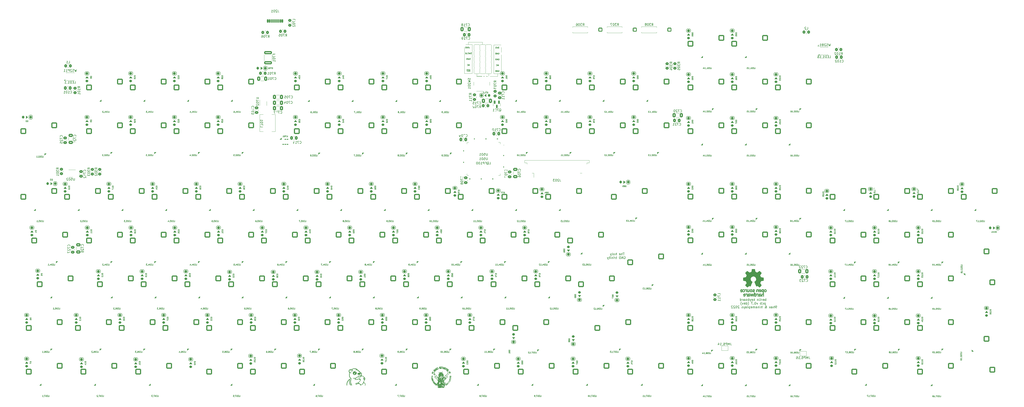
<source format=gbr>
%TF.GenerationSoftware,KiCad,Pcbnew,7.0.1*%
%TF.CreationDate,2023-04-01T22:43:57+02:00*%
%TF.ProjectId,berlin,6265726c-696e-42e6-9b69-6361645f7063,0.7*%
%TF.SameCoordinates,Original*%
%TF.FileFunction,Legend,Bot*%
%TF.FilePolarity,Positive*%
%FSLAX46Y46*%
G04 Gerber Fmt 4.6, Leading zero omitted, Abs format (unit mm)*
G04 Created by KiCad (PCBNEW 7.0.1) date 2023-04-01 22:43:57*
%MOMM*%
%LPD*%
G01*
G04 APERTURE LIST*
G04 Aperture macros list*
%AMRoundRect*
0 Rectangle with rounded corners*
0 $1 Rounding radius*
0 $2 $3 $4 $5 $6 $7 $8 $9 X,Y pos of 4 corners*
0 Add a 4 corners polygon primitive as box body*
4,1,4,$2,$3,$4,$5,$6,$7,$8,$9,$2,$3,0*
0 Add four circle primitives for the rounded corners*
1,1,$1+$1,$2,$3*
1,1,$1+$1,$4,$5*
1,1,$1+$1,$6,$7*
1,1,$1+$1,$8,$9*
0 Add four rect primitives between the rounded corners*
20,1,$1+$1,$2,$3,$4,$5,0*
20,1,$1+$1,$4,$5,$6,$7,0*
20,1,$1+$1,$6,$7,$8,$9,0*
20,1,$1+$1,$8,$9,$2,$3,0*%
%AMFreePoly0*
4,1,30,0.664142,0.394142,0.670000,0.380000,0.664142,0.365858,0.650000,0.360000,0.639861,0.360000,0.634589,0.349456,0.637054,0.347963,0.641840,0.336566,0.639014,0.324533,0.590226,0.244034,0.507054,0.075143,0.438918,-0.100353,0.386337,-0.281120,0.368024,-0.373451,0.364615,-0.379544,0.365871,-0.382599,0.359972,-0.396724,0.345813,-0.402541,-0.525058,-0.400000,-0.532121,-0.397049,
-0.539142,-0.394142,-0.539153,-0.394113,-0.539183,-0.394101,-0.542094,-0.387015,-0.545000,-0.380000,-0.545000,0.380000,-0.539142,0.394142,-0.525000,0.400000,0.650000,0.400000,0.664142,0.394142,0.664142,0.394142,$1*%
%AMFreePoly1*
4,1,30,0.359972,0.396724,0.365871,0.382599,0.360054,0.368440,0.348993,0.363820,0.355759,0.340140,0.360464,0.341185,0.371801,0.336259,0.378079,0.325611,0.398169,0.235096,0.453754,0.058186,0.524322,-0.113298,0.609351,-0.278090,0.658787,-0.356530,0.660798,-0.364473,0.664142,-0.365858,0.670000,-0.380000,0.664142,-0.394142,0.650000,-0.400000,-0.525000,-0.400000,-0.539142,-0.394142,
-0.545000,-0.380000,-0.545000,0.380000,-0.542090,0.387022,-0.539183,0.394101,-0.539153,0.394113,-0.539142,0.394142,-0.532121,0.397049,-0.525058,0.400000,0.345813,0.402541,0.359972,0.396724,0.359972,0.396724,$1*%
%AMFreePoly2*
4,1,31,0.575001,0.424979,0.592678,0.417657,0.600000,0.399978,0.592678,0.382301,0.574999,0.374979,0.559850,0.374979,0.541893,0.339064,0.547469,0.335977,0.554005,0.321977,0.551065,0.306808,0.490426,0.197399,0.393857,-0.033392,0.323058,-0.273344,0.301018,-0.396477,0.299621,-0.399085,0.300000,-0.400000,0.292678,-0.417678,0.275000,-0.425000,-0.200000,-0.425000,-0.319736,-0.407785,
-0.429772,-0.357533,-0.521194,-0.278316,-0.586594,-0.176551,-0.620674,-0.060484,-0.620674,0.060484,-0.586594,0.176551,-0.521194,0.278316,-0.429772,0.357533,-0.319736,0.407785,-0.199999,0.425000,0.575001,0.424979,0.575001,0.424979,$1*%
G04 Aperture macros list end*
%ADD10C,0.016000*%
%ADD11C,0.020000*%
%ADD12C,0.150000*%
%ADD13C,0.127000*%
%ADD14C,0.100000*%
%ADD15C,0.120000*%
%ADD16C,0.010000*%
%ADD17C,4.250000*%
%ADD18FreePoly0,180.000000*%
%ADD19FreePoly1,180.000000*%
%ADD20FreePoly2,0.000000*%
%ADD21FreePoly1,0.000000*%
%ADD22FreePoly0,0.000000*%
%ADD23FreePoly2,180.000000*%
%ADD24C,0.889000*%
%ADD25C,1.778000*%
%ADD26RoundRect,0.177800X-0.711200X-0.711200X0.711200X-0.711200X0.711200X0.711200X-0.711200X0.711200X0*%
%ADD27C,1.800000*%
%ADD28R,2.000000X2.000000*%
%ADD29C,2.000000*%
%ADD30R,4.000000X3.000000*%
%ADD31R,3.000000X4.000000*%
%ADD32FreePoly0,90.000000*%
%ADD33FreePoly1,90.000000*%
%ADD34FreePoly2,270.000000*%
%ADD35FreePoly1,270.000000*%
%ADD36C,1.596000*%
%ADD37R,1.750000X1.750000*%
%ADD38C,1.750000*%
%ADD39C,2.700000*%
%ADD40FreePoly0,270.000000*%
%ADD41FreePoly2,90.000000*%
%ADD42C,0.800000*%
%ADD43C,7.000000*%
%ADD44RoundRect,0.250000X-0.350000X0.250000X-0.350000X-0.250000X0.350000X-0.250000X0.350000X0.250000X0*%
%ADD45C,3.600000*%
%ADD46C,1.701800*%
%ADD47C,3.987800*%
%ADD48RoundRect,0.254000X1.016000X1.016000X-1.016000X1.016000X-1.016000X-1.016000X1.016000X-1.016000X0*%
%ADD49RoundRect,0.250000X0.450000X-0.350000X0.450000X0.350000X-0.450000X0.350000X-0.450000X-0.350000X0*%
%ADD50RoundRect,0.250000X-0.450000X0.350000X-0.450000X-0.350000X0.450000X-0.350000X0.450000X0.350000X0*%
%ADD51RoundRect,0.250000X1.450000X-0.400000X1.450000X0.400000X-1.450000X0.400000X-1.450000X-0.400000X0*%
%ADD52RoundRect,0.250000X0.475000X-0.337500X0.475000X0.337500X-0.475000X0.337500X-0.475000X-0.337500X0*%
%ADD53RoundRect,0.250000X-0.475000X0.337500X-0.475000X-0.337500X0.475000X-0.337500X0.475000X0.337500X0*%
%ADD54R,1.487399X0.431000*%
%ADD55C,3.048000*%
%ADD56RoundRect,0.254000X1.016000X-1.016000X1.016000X1.016000X-1.016000X1.016000X-1.016000X-1.016000X0*%
%ADD57RoundRect,0.250000X-0.412500X-0.650000X0.412500X-0.650000X0.412500X0.650000X-0.412500X0.650000X0*%
%ADD58RoundRect,0.250000X0.650000X-0.412500X0.650000X0.412500X-0.650000X0.412500X-0.650000X-0.412500X0*%
%ADD59R,1.560000X0.650000*%
%ADD60C,0.650000*%
%ADD61RoundRect,0.150000X-0.150000X-0.575000X0.150000X-0.575000X0.150000X0.575000X-0.150000X0.575000X0*%
%ADD62RoundRect,0.075000X-0.075000X-0.650000X0.075000X-0.650000X0.075000X0.650000X-0.075000X0.650000X0*%
%ADD63O,1.100000X2.200000*%
%ADD64O,1.300000X1.900000*%
%ADD65RoundRect,0.250000X0.325000X0.450000X-0.325000X0.450000X-0.325000X-0.450000X0.325000X-0.450000X0*%
%ADD66RoundRect,0.250000X-0.350000X-0.450000X0.350000X-0.450000X0.350000X0.450000X-0.350000X0.450000X0*%
%ADD67RoundRect,0.250000X0.250000X0.350000X-0.250000X0.350000X-0.250000X-0.350000X0.250000X-0.350000X0*%
%ADD68R,1.000000X1.500000*%
%ADD69R,0.650000X1.060000*%
%ADD70RoundRect,0.325000X0.000000X0.205000X0.000000X-0.205000X0.000000X-0.205000X0.000000X0.205000X0*%
%ADD71R,1.524000X1.524000*%
%ADD72O,1.524000X1.524000*%
%ADD73R,1.193800X0.304800*%
%ADD74R,0.304800X1.193800*%
%ADD75RoundRect,0.250000X0.350000X-0.250000X0.350000X0.250000X-0.350000X0.250000X-0.350000X-0.250000X0*%
%ADD76R,3.500000X2.350000*%
%ADD77R,0.650000X2.000000*%
%ADD78RoundRect,0.250000X-0.337500X-0.475000X0.337500X-0.475000X0.337500X0.475000X-0.337500X0.475000X0*%
%ADD79RoundRect,0.150000X-0.150000X0.587500X-0.150000X-0.587500X0.150000X-0.587500X0.150000X0.587500X0*%
%ADD80RoundRect,0.250000X0.350000X0.450000X-0.350000X0.450000X-0.350000X-0.450000X0.350000X-0.450000X0*%
%ADD81RoundRect,0.250000X0.337500X0.475000X-0.337500X0.475000X-0.337500X-0.475000X0.337500X-0.475000X0*%
%ADD82C,1.600000*%
%ADD83O,1.600000X1.600000*%
%ADD84R,0.610000X2.000000*%
%ADD85R,2.680000X3.600000*%
%ADD86RoundRect,0.250000X0.412500X0.650000X-0.412500X0.650000X-0.412500X-0.650000X0.412500X-0.650000X0*%
%ADD87RoundRect,0.250000X-0.450000X0.325000X-0.450000X-0.325000X0.450000X-0.325000X0.450000X0.325000X0*%
%ADD88RoundRect,0.250000X-0.250000X-0.350000X0.250000X-0.350000X0.250000X0.350000X-0.250000X0.350000X0*%
%ADD89C,1.000000*%
%ADD90C,1.200000*%
G04 APERTURE END LIST*
D10*
X218055160Y-192592764D02*
X218048386Y-192592764D01*
X218082253Y-192518258D01*
X218055160Y-192592764D01*
G36*
X218055160Y-192592764D02*
G01*
X218048386Y-192592764D01*
X218082253Y-192518258D01*
X218055160Y-192592764D01*
G37*
X218212257Y-191278034D02*
X218232107Y-191280357D01*
X218251439Y-191284043D01*
X218262233Y-191286987D01*
X218173118Y-191277607D01*
X218192314Y-191277110D01*
X218212257Y-191278034D01*
G36*
X218212257Y-191278034D02*
G01*
X218232107Y-191280357D01*
X218251439Y-191284043D01*
X218262233Y-191286987D01*
X218173118Y-191277607D01*
X218192314Y-191277110D01*
X218212257Y-191278034D01*
G37*
X218766361Y-187932714D02*
X218766361Y-187939487D01*
X218678308Y-187925940D01*
X218766361Y-187932714D01*
G36*
X218766361Y-187932714D02*
G01*
X218766361Y-187939487D01*
X218678308Y-187925940D01*
X218766361Y-187932714D01*
G37*
X218508974Y-191529350D02*
X218502201Y-191529350D01*
X218522521Y-191495483D01*
X218508974Y-191529350D01*
G36*
X218508974Y-191529350D02*
G01*
X218502201Y-191529350D01*
X218522521Y-191495483D01*
X218508974Y-191529350D01*
G37*
X214195082Y-189707323D02*
X214289188Y-189707323D01*
X214302734Y-189808923D01*
X214512707Y-189741380D01*
X214580441Y-189700550D01*
X214289188Y-189707323D01*
X214195082Y-189707323D01*
X214193406Y-189706907D01*
X214190256Y-189706293D01*
X214183639Y-189705451D01*
X214176666Y-189705073D01*
X214169417Y-189705099D01*
X214161973Y-189705466D01*
X214154414Y-189706115D01*
X214146823Y-189706984D01*
X214139279Y-189708012D01*
X214124656Y-189710300D01*
X214111192Y-189712492D01*
X214099533Y-189714098D01*
X214096591Y-189706312D01*
X214093214Y-189696734D01*
X214091537Y-189691474D01*
X214089960Y-189686008D01*
X214088552Y-189680415D01*
X214087384Y-189674778D01*
X214086524Y-189669175D01*
X214086043Y-189663689D01*
X214086010Y-189658398D01*
X214086183Y-189655852D01*
X214086494Y-189653385D01*
X214086952Y-189651007D01*
X214087565Y-189648728D01*
X214088342Y-189646559D01*
X214089292Y-189644510D01*
X214090424Y-189642590D01*
X214091746Y-189640810D01*
X214093267Y-189639179D01*
X214094995Y-189637708D01*
X214098148Y-189635642D01*
X214101733Y-189633848D01*
X214105723Y-189632315D01*
X214110092Y-189631028D01*
X214119854Y-189629137D01*
X214130803Y-189628067D01*
X214142721Y-189627710D01*
X214155391Y-189627955D01*
X214168596Y-189628694D01*
X214182117Y-189629819D01*
X214209244Y-189632787D01*
X214235032Y-189635986D01*
X214257743Y-189638546D01*
X214267402Y-189639313D01*
X214275640Y-189639593D01*
X214322245Y-189638953D01*
X214369663Y-189637413D01*
X214465776Y-189633905D01*
X214513887Y-189633074D01*
X214561647Y-189633617D01*
X214585304Y-189634581D01*
X214608764Y-189636101D01*
X214631990Y-189638249D01*
X214654947Y-189641095D01*
X214658540Y-189641701D01*
X214662185Y-189642508D01*
X214665865Y-189643511D01*
X214669561Y-189644703D01*
X214676938Y-189647633D01*
X214684179Y-189651252D01*
X214687707Y-189653305D01*
X214691150Y-189655512D01*
X214694491Y-189657867D01*
X214697713Y-189660366D01*
X214700799Y-189663001D01*
X214703733Y-189665767D01*
X214706497Y-189668657D01*
X214709074Y-189671667D01*
X214711448Y-189674790D01*
X214713600Y-189678021D01*
X214715515Y-189681353D01*
X214717175Y-189684780D01*
X214718563Y-189688297D01*
X214719662Y-189691898D01*
X214720456Y-189695577D01*
X214720927Y-189699328D01*
X214721057Y-189703145D01*
X214720831Y-189707022D01*
X214720232Y-189710954D01*
X214719241Y-189714934D01*
X214717843Y-189718956D01*
X214716019Y-189723016D01*
X214713754Y-189727106D01*
X214711030Y-189731221D01*
X214709440Y-189733232D01*
X214707625Y-189735174D01*
X214705598Y-189737047D01*
X214703373Y-189738856D01*
X214700963Y-189740601D01*
X214698381Y-189742285D01*
X214692755Y-189745482D01*
X214686599Y-189748463D01*
X214680021Y-189751248D01*
X214673127Y-189753856D01*
X214666021Y-189756305D01*
X214651602Y-189760802D01*
X214637611Y-189764887D01*
X214624897Y-189768711D01*
X214619283Y-189770572D01*
X214614307Y-189772423D01*
X214603364Y-189776710D01*
X214592386Y-189780851D01*
X214570356Y-189788851D01*
X214548289Y-189796728D01*
X214526253Y-189804787D01*
X214485623Y-189820446D01*
X214445101Y-189836495D01*
X214404515Y-189852401D01*
X214384144Y-189860133D01*
X214363694Y-189867630D01*
X214350252Y-189872672D01*
X214336543Y-189878184D01*
X214308441Y-189890183D01*
X214279629Y-189902768D01*
X214250350Y-189915078D01*
X214235611Y-189920862D01*
X214220846Y-189926256D01*
X214206084Y-189931151D01*
X214191358Y-189935440D01*
X214176696Y-189939016D01*
X214162129Y-189941772D01*
X214147687Y-189943599D01*
X214133400Y-189944392D01*
X214133400Y-189944391D01*
X214133624Y-189931067D01*
X214134454Y-189918988D01*
X214135110Y-189913394D01*
X214135935Y-189908086D01*
X214136934Y-189903055D01*
X214138112Y-189898293D01*
X214139475Y-189893791D01*
X214141030Y-189889541D01*
X214142781Y-189885535D01*
X214144735Y-189881765D01*
X214146896Y-189878221D01*
X214149272Y-189874895D01*
X214151866Y-189871780D01*
X214154685Y-189868866D01*
X214157735Y-189866145D01*
X214161021Y-189863609D01*
X214164550Y-189861250D01*
X214168325Y-189859058D01*
X214172354Y-189857026D01*
X214176642Y-189855145D01*
X214181194Y-189853406D01*
X214186016Y-189851802D01*
X214191114Y-189850324D01*
X214196494Y-189848963D01*
X214208121Y-189846559D01*
X214220941Y-189844524D01*
X214235000Y-189842791D01*
X214234907Y-189829448D01*
X214234432Y-189812374D01*
X214233282Y-189793007D01*
X214232363Y-189782914D01*
X214231165Y-189772788D01*
X214229652Y-189762810D01*
X214227787Y-189753159D01*
X214225534Y-189744016D01*
X214222856Y-189735560D01*
X214219716Y-189727972D01*
X214217962Y-189724560D01*
X214216078Y-189721432D01*
X214214061Y-189718611D01*
X214211906Y-189716119D01*
X214209607Y-189713980D01*
X214207162Y-189712215D01*
X214204710Y-189710829D01*
X214202098Y-189709614D01*
X214199337Y-189708560D01*
X214196436Y-189707660D01*
X214195082Y-189707323D01*
G36*
X214195082Y-189707323D02*
G01*
X214289188Y-189707323D01*
X214302734Y-189808923D01*
X214512707Y-189741380D01*
X214580441Y-189700550D01*
X214289188Y-189707323D01*
X214195082Y-189707323D01*
X214193406Y-189706907D01*
X214190256Y-189706293D01*
X214183639Y-189705451D01*
X214176666Y-189705073D01*
X214169417Y-189705099D01*
X214161973Y-189705466D01*
X214154414Y-189706115D01*
X214146823Y-189706984D01*
X214139279Y-189708012D01*
X214124656Y-189710300D01*
X214111192Y-189712492D01*
X214099533Y-189714098D01*
X214096591Y-189706312D01*
X214093214Y-189696734D01*
X214091537Y-189691474D01*
X214089960Y-189686008D01*
X214088552Y-189680415D01*
X214087384Y-189674778D01*
X214086524Y-189669175D01*
X214086043Y-189663689D01*
X214086010Y-189658398D01*
X214086183Y-189655852D01*
X214086494Y-189653385D01*
X214086952Y-189651007D01*
X214087565Y-189648728D01*
X214088342Y-189646559D01*
X214089292Y-189644510D01*
X214090424Y-189642590D01*
X214091746Y-189640810D01*
X214093267Y-189639179D01*
X214094995Y-189637708D01*
X214098148Y-189635642D01*
X214101733Y-189633848D01*
X214105723Y-189632315D01*
X214110092Y-189631028D01*
X214119854Y-189629137D01*
X214130803Y-189628067D01*
X214142721Y-189627710D01*
X214155391Y-189627955D01*
X214168596Y-189628694D01*
X214182117Y-189629819D01*
X214209244Y-189632787D01*
X214235032Y-189635986D01*
X214257743Y-189638546D01*
X214267402Y-189639313D01*
X214275640Y-189639593D01*
X214322245Y-189638953D01*
X214369663Y-189637413D01*
X214465776Y-189633905D01*
X214513887Y-189633074D01*
X214561647Y-189633617D01*
X214585304Y-189634581D01*
X214608764Y-189636101D01*
X214631990Y-189638249D01*
X214654947Y-189641095D01*
X214658540Y-189641701D01*
X214662185Y-189642508D01*
X214665865Y-189643511D01*
X214669561Y-189644703D01*
X214676938Y-189647633D01*
X214684179Y-189651252D01*
X214687707Y-189653305D01*
X214691150Y-189655512D01*
X214694491Y-189657867D01*
X214697713Y-189660366D01*
X214700799Y-189663001D01*
X214703733Y-189665767D01*
X214706497Y-189668657D01*
X214709074Y-189671667D01*
X214711448Y-189674790D01*
X214713600Y-189678021D01*
X214715515Y-189681353D01*
X214717175Y-189684780D01*
X214718563Y-189688297D01*
X214719662Y-189691898D01*
X214720456Y-189695577D01*
X214720927Y-189699328D01*
X214721057Y-189703145D01*
X214720831Y-189707022D01*
X214720232Y-189710954D01*
X214719241Y-189714934D01*
X214717843Y-189718956D01*
X214716019Y-189723016D01*
X214713754Y-189727106D01*
X214711030Y-189731221D01*
X214709440Y-189733232D01*
X214707625Y-189735174D01*
X214705598Y-189737047D01*
X214703373Y-189738856D01*
X214700963Y-189740601D01*
X214698381Y-189742285D01*
X214692755Y-189745482D01*
X214686599Y-189748463D01*
X214680021Y-189751248D01*
X214673127Y-189753856D01*
X214666021Y-189756305D01*
X214651602Y-189760802D01*
X214637611Y-189764887D01*
X214624897Y-189768711D01*
X214619283Y-189770572D01*
X214614307Y-189772423D01*
X214603364Y-189776710D01*
X214592386Y-189780851D01*
X214570356Y-189788851D01*
X214548289Y-189796728D01*
X214526253Y-189804787D01*
X214485623Y-189820446D01*
X214445101Y-189836495D01*
X214404515Y-189852401D01*
X214384144Y-189860133D01*
X214363694Y-189867630D01*
X214350252Y-189872672D01*
X214336543Y-189878184D01*
X214308441Y-189890183D01*
X214279629Y-189902768D01*
X214250350Y-189915078D01*
X214235611Y-189920862D01*
X214220846Y-189926256D01*
X214206084Y-189931151D01*
X214191358Y-189935440D01*
X214176696Y-189939016D01*
X214162129Y-189941772D01*
X214147687Y-189943599D01*
X214133400Y-189944392D01*
X214133400Y-189944391D01*
X214133624Y-189931067D01*
X214134454Y-189918988D01*
X214135110Y-189913394D01*
X214135935Y-189908086D01*
X214136934Y-189903055D01*
X214138112Y-189898293D01*
X214139475Y-189893791D01*
X214141030Y-189889541D01*
X214142781Y-189885535D01*
X214144735Y-189881765D01*
X214146896Y-189878221D01*
X214149272Y-189874895D01*
X214151866Y-189871780D01*
X214154685Y-189868866D01*
X214157735Y-189866145D01*
X214161021Y-189863609D01*
X214164550Y-189861250D01*
X214168325Y-189859058D01*
X214172354Y-189857026D01*
X214176642Y-189855145D01*
X214181194Y-189853406D01*
X214186016Y-189851802D01*
X214191114Y-189850324D01*
X214196494Y-189848963D01*
X214208121Y-189846559D01*
X214220941Y-189844524D01*
X214235000Y-189842791D01*
X214234907Y-189829448D01*
X214234432Y-189812374D01*
X214233282Y-189793007D01*
X214232363Y-189782914D01*
X214231165Y-189772788D01*
X214229652Y-189762810D01*
X214227787Y-189753159D01*
X214225534Y-189744016D01*
X214222856Y-189735560D01*
X214219716Y-189727972D01*
X214217962Y-189724560D01*
X214216078Y-189721432D01*
X214214061Y-189718611D01*
X214211906Y-189716119D01*
X214209607Y-189713980D01*
X214207162Y-189712215D01*
X214204710Y-189710829D01*
X214202098Y-189709614D01*
X214199337Y-189708560D01*
X214196436Y-189707660D01*
X214195082Y-189707323D01*
G37*
X218835211Y-188213822D02*
X218841299Y-188227762D01*
X218847107Y-188242232D01*
X218852693Y-188257051D01*
X218856903Y-188268742D01*
X218846683Y-188246150D01*
X218836249Y-188219170D01*
X218833325Y-188209940D01*
X218835211Y-188213822D01*
G36*
X218835211Y-188213822D02*
G01*
X218841299Y-188227762D01*
X218847107Y-188242232D01*
X218852693Y-188257051D01*
X218856903Y-188268742D01*
X218846683Y-188246150D01*
X218836249Y-188219170D01*
X218833325Y-188209940D01*
X218835211Y-188213822D01*
G37*
X216585347Y-189111269D02*
X216583140Y-189109915D01*
X216580958Y-189108234D01*
X216578808Y-189106246D01*
X216576693Y-189103971D01*
X216574618Y-189101427D01*
X216572588Y-189098635D01*
X216568684Y-189092384D01*
X216565019Y-189085374D01*
X216561631Y-189077761D01*
X216558559Y-189069701D01*
X216555841Y-189061352D01*
X216553516Y-189052869D01*
X216551622Y-189044410D01*
X216550198Y-189036130D01*
X216549283Y-189028185D01*
X216548916Y-189020733D01*
X216549133Y-189013930D01*
X216549474Y-189010821D01*
X216549975Y-189007932D01*
X216550643Y-189005284D01*
X216551480Y-189002896D01*
X216585347Y-189111269D01*
G36*
X216585347Y-189111269D02*
G01*
X216583140Y-189109915D01*
X216580958Y-189108234D01*
X216578808Y-189106246D01*
X216576693Y-189103971D01*
X216574618Y-189101427D01*
X216572588Y-189098635D01*
X216568684Y-189092384D01*
X216565019Y-189085374D01*
X216561631Y-189077761D01*
X216558559Y-189069701D01*
X216555841Y-189061352D01*
X216553516Y-189052869D01*
X216551622Y-189044410D01*
X216550198Y-189036130D01*
X216549283Y-189028185D01*
X216548916Y-189020733D01*
X216549133Y-189013930D01*
X216549474Y-189010821D01*
X216549975Y-189007932D01*
X216550643Y-189005284D01*
X216551480Y-189002896D01*
X216585347Y-189111269D01*
G37*
X215195274Y-187061770D02*
X215193542Y-187064397D01*
X215191628Y-187066836D01*
X215189542Y-187069091D01*
X215187295Y-187071169D01*
X215184896Y-187073073D01*
X215182356Y-187074811D01*
X215179683Y-187076386D01*
X215176889Y-187077804D01*
X215173983Y-187079071D01*
X215170976Y-187080191D01*
X215167876Y-187081170D01*
X215164695Y-187082014D01*
X215161442Y-187082727D01*
X215154761Y-187083782D01*
X215147911Y-187084380D01*
X215140975Y-187084561D01*
X215134030Y-187084368D01*
X215127158Y-187083843D01*
X215120438Y-187083028D01*
X215113950Y-187081966D01*
X215107773Y-187080699D01*
X215101988Y-187079269D01*
X215101988Y-187072496D01*
X215196814Y-187058949D01*
X215195274Y-187061770D01*
G36*
X215195274Y-187061770D02*
G01*
X215193542Y-187064397D01*
X215191628Y-187066836D01*
X215189542Y-187069091D01*
X215187295Y-187071169D01*
X215184896Y-187073073D01*
X215182356Y-187074811D01*
X215179683Y-187076386D01*
X215176889Y-187077804D01*
X215173983Y-187079071D01*
X215170976Y-187080191D01*
X215167876Y-187081170D01*
X215164695Y-187082014D01*
X215161442Y-187082727D01*
X215154761Y-187083782D01*
X215147911Y-187084380D01*
X215140975Y-187084561D01*
X215134030Y-187084368D01*
X215127158Y-187083843D01*
X215120438Y-187083028D01*
X215113950Y-187081966D01*
X215107773Y-187080699D01*
X215101988Y-187079269D01*
X215101988Y-187072496D01*
X215196814Y-187058949D01*
X215195274Y-187061770D01*
G37*
X218420919Y-192111856D02*
X218414146Y-192145723D01*
X218366732Y-192166043D01*
X218393826Y-192105083D01*
X218420919Y-192111856D01*
G36*
X218420919Y-192111856D02*
G01*
X218414146Y-192145723D01*
X218366732Y-192166043D01*
X218393826Y-192105083D01*
X218420919Y-192111856D01*
G37*
X216998521Y-191678362D02*
X217039161Y-191895108D01*
X216903695Y-191922202D01*
X216903695Y-191915428D01*
X216957881Y-191908654D01*
X216957881Y-191901884D01*
X216991747Y-191901884D01*
X216957880Y-191895110D01*
X216957880Y-191901881D01*
X216950094Y-191901492D01*
X216942918Y-191900411D01*
X216936326Y-191898670D01*
X216930292Y-191896305D01*
X216925129Y-191893530D01*
X217018842Y-191874788D01*
X217017083Y-191837556D01*
X217015656Y-191815137D01*
X217013549Y-191791814D01*
X217012168Y-191780196D01*
X217010529Y-191768809D01*
X217008603Y-191757807D01*
X217006359Y-191747343D01*
X217003770Y-191737570D01*
X217000805Y-191728640D01*
X216997436Y-191720706D01*
X216993632Y-191713921D01*
X216992119Y-191711922D01*
X216990308Y-191710064D01*
X216988218Y-191708347D01*
X216985868Y-191706768D01*
X216983279Y-191705328D01*
X216980470Y-191704024D01*
X216977462Y-191702857D01*
X216974273Y-191701823D01*
X216967433Y-191700156D01*
X216960109Y-191699013D01*
X216952460Y-191698386D01*
X216944643Y-191698266D01*
X216936816Y-191698644D01*
X216929138Y-191699510D01*
X216921766Y-191700856D01*
X216914859Y-191702672D01*
X216911629Y-191703754D01*
X216908575Y-191704950D01*
X216905715Y-191706259D01*
X216903071Y-191707681D01*
X216900662Y-191709213D01*
X216898507Y-191710855D01*
X216896626Y-191712605D01*
X216895039Y-191714463D01*
X216892854Y-191717839D01*
X216891017Y-191721635D01*
X216889511Y-191725824D01*
X216888321Y-191730379D01*
X216887430Y-191735272D01*
X216886821Y-191740477D01*
X216886389Y-191751709D01*
X216886893Y-191763856D01*
X216888205Y-191776698D01*
X216890196Y-191790017D01*
X216892734Y-191803592D01*
X216895692Y-191817204D01*
X216898939Y-191830634D01*
X216905783Y-191856071D01*
X216914143Y-191884551D01*
X216911180Y-191881259D01*
X216907521Y-191876269D01*
X216904256Y-191870855D01*
X216901357Y-191865050D01*
X216898796Y-191858888D01*
X216896546Y-191852402D01*
X216894581Y-191845626D01*
X216892872Y-191838593D01*
X216891392Y-191831337D01*
X216889011Y-191816289D01*
X216887219Y-191800751D01*
X216884528Y-191769274D01*
X216883193Y-191753872D01*
X216881572Y-191739052D01*
X216879448Y-191725081D01*
X216878129Y-191718498D01*
X216876601Y-191712228D01*
X216872792Y-191715306D01*
X216869395Y-191719001D01*
X216866401Y-191723268D01*
X216863799Y-191728064D01*
X216861581Y-191733347D01*
X216859735Y-191739073D01*
X216858253Y-191745199D01*
X216857124Y-191751682D01*
X216856339Y-191758478D01*
X216855887Y-191765544D01*
X216855946Y-191780314D01*
X216857222Y-191795646D01*
X216859636Y-191811195D01*
X216863109Y-191826614D01*
X216867563Y-191841558D01*
X216872918Y-191855682D01*
X216879097Y-191868638D01*
X216882470Y-191874571D01*
X216886020Y-191880082D01*
X216889736Y-191885129D01*
X216893609Y-191889668D01*
X216897628Y-191893656D01*
X216901785Y-191897049D01*
X216906068Y-191899806D01*
X216910468Y-191901881D01*
X216910468Y-191908654D01*
X216869828Y-191908654D01*
X216842735Y-191705454D01*
X216998522Y-191678361D01*
X216998521Y-191678362D01*
G36*
X216998521Y-191678362D02*
G01*
X217039161Y-191895108D01*
X216903695Y-191922202D01*
X216903695Y-191915428D01*
X216957881Y-191908654D01*
X216957881Y-191901884D01*
X216991747Y-191901884D01*
X216957880Y-191895110D01*
X216957880Y-191901881D01*
X216950094Y-191901492D01*
X216942918Y-191900411D01*
X216936326Y-191898670D01*
X216930292Y-191896305D01*
X216925129Y-191893530D01*
X217018842Y-191874788D01*
X217017083Y-191837556D01*
X217015656Y-191815137D01*
X217013549Y-191791814D01*
X217012168Y-191780196D01*
X217010529Y-191768809D01*
X217008603Y-191757807D01*
X217006359Y-191747343D01*
X217003770Y-191737570D01*
X217000805Y-191728640D01*
X216997436Y-191720706D01*
X216993632Y-191713921D01*
X216992119Y-191711922D01*
X216990308Y-191710064D01*
X216988218Y-191708347D01*
X216985868Y-191706768D01*
X216983279Y-191705328D01*
X216980470Y-191704024D01*
X216977462Y-191702857D01*
X216974273Y-191701823D01*
X216967433Y-191700156D01*
X216960109Y-191699013D01*
X216952460Y-191698386D01*
X216944643Y-191698266D01*
X216936816Y-191698644D01*
X216929138Y-191699510D01*
X216921766Y-191700856D01*
X216914859Y-191702672D01*
X216911629Y-191703754D01*
X216908575Y-191704950D01*
X216905715Y-191706259D01*
X216903071Y-191707681D01*
X216900662Y-191709213D01*
X216898507Y-191710855D01*
X216896626Y-191712605D01*
X216895039Y-191714463D01*
X216892854Y-191717839D01*
X216891017Y-191721635D01*
X216889511Y-191725824D01*
X216888321Y-191730379D01*
X216887430Y-191735272D01*
X216886821Y-191740477D01*
X216886389Y-191751709D01*
X216886893Y-191763856D01*
X216888205Y-191776698D01*
X216890196Y-191790017D01*
X216892734Y-191803592D01*
X216895692Y-191817204D01*
X216898939Y-191830634D01*
X216905783Y-191856071D01*
X216914143Y-191884551D01*
X216911180Y-191881259D01*
X216907521Y-191876269D01*
X216904256Y-191870855D01*
X216901357Y-191865050D01*
X216898796Y-191858888D01*
X216896546Y-191852402D01*
X216894581Y-191845626D01*
X216892872Y-191838593D01*
X216891392Y-191831337D01*
X216889011Y-191816289D01*
X216887219Y-191800751D01*
X216884528Y-191769274D01*
X216883193Y-191753872D01*
X216881572Y-191739052D01*
X216879448Y-191725081D01*
X216878129Y-191718498D01*
X216876601Y-191712228D01*
X216872792Y-191715306D01*
X216869395Y-191719001D01*
X216866401Y-191723268D01*
X216863799Y-191728064D01*
X216861581Y-191733347D01*
X216859735Y-191739073D01*
X216858253Y-191745199D01*
X216857124Y-191751682D01*
X216856339Y-191758478D01*
X216855887Y-191765544D01*
X216855946Y-191780314D01*
X216857222Y-191795646D01*
X216859636Y-191811195D01*
X216863109Y-191826614D01*
X216867563Y-191841558D01*
X216872918Y-191855682D01*
X216879097Y-191868638D01*
X216882470Y-191874571D01*
X216886020Y-191880082D01*
X216889736Y-191885129D01*
X216893609Y-191889668D01*
X216897628Y-191893656D01*
X216901785Y-191897049D01*
X216906068Y-191899806D01*
X216910468Y-191901881D01*
X216910468Y-191908654D01*
X216869828Y-191908654D01*
X216842735Y-191705454D01*
X216998522Y-191678361D01*
X216998521Y-191678362D01*
G37*
X218177080Y-193541028D02*
X218177080Y-193547802D01*
X218169433Y-193547438D01*
X218161754Y-193546610D01*
X218154075Y-193545330D01*
X218146428Y-193543612D01*
X218138843Y-193541469D01*
X218131354Y-193538914D01*
X218123992Y-193535960D01*
X218116789Y-193532621D01*
X218109777Y-193528910D01*
X218102987Y-193524839D01*
X218096452Y-193520423D01*
X218090203Y-193515674D01*
X218084272Y-193510606D01*
X218078691Y-193505231D01*
X218073492Y-193499563D01*
X218068707Y-193493615D01*
X218177080Y-193541028D01*
G36*
X218177080Y-193541028D02*
G01*
X218177080Y-193547802D01*
X218169433Y-193547438D01*
X218161754Y-193546610D01*
X218154075Y-193545330D01*
X218146428Y-193543612D01*
X218138843Y-193541469D01*
X218131354Y-193538914D01*
X218123992Y-193535960D01*
X218116789Y-193532621D01*
X218109777Y-193528910D01*
X218102987Y-193524839D01*
X218096452Y-193520423D01*
X218090203Y-193515674D01*
X218084272Y-193510606D01*
X218078691Y-193505231D01*
X218073492Y-193499563D01*
X218068707Y-193493615D01*
X218177080Y-193541028D01*
G37*
X217079800Y-189944394D02*
X217073026Y-189944394D01*
X217079800Y-189924074D01*
X217079800Y-189944394D01*
G36*
X217079800Y-189944394D02*
G01*
X217073026Y-189944394D01*
X217079800Y-189924074D01*
X217079800Y-189944394D01*
G37*
X217872281Y-190784282D02*
X217854219Y-190766220D01*
X217865508Y-190763962D01*
X217872281Y-190784282D01*
G36*
X217872281Y-190784282D02*
G01*
X217854219Y-190766220D01*
X217865508Y-190763962D01*
X217872281Y-190784282D01*
G37*
X218427693Y-192017030D02*
X218427693Y-192010256D01*
X218448013Y-192003483D01*
X218427693Y-192017030D01*
G36*
X218427693Y-192017030D02*
G01*
X218427693Y-192010256D01*
X218448013Y-192003483D01*
X218427693Y-192017030D01*
G37*
X216984974Y-191664815D02*
X216869827Y-191678362D01*
X216984974Y-191658042D01*
X216984974Y-191664815D01*
G36*
X216984974Y-191664815D02*
G01*
X216869827Y-191678362D01*
X216984974Y-191658042D01*
X216984974Y-191664815D01*
G37*
X219118587Y-193087253D02*
X219118504Y-193087218D01*
X219118575Y-193087218D01*
X219118587Y-193087253D01*
G36*
X219118587Y-193087253D02*
G01*
X219118504Y-193087218D01*
X219118575Y-193087218D01*
X219118587Y-193087253D01*
G37*
X214652622Y-187176972D02*
X214656701Y-187179696D01*
X214660423Y-187182316D01*
X214663802Y-187184879D01*
X214666849Y-187187432D01*
X214669577Y-187190022D01*
X214670825Y-187191345D01*
X214671998Y-187192696D01*
X214673098Y-187194079D01*
X214674126Y-187195500D01*
X214675083Y-187196966D01*
X214675971Y-187198482D01*
X214676792Y-187200055D01*
X214677547Y-187201689D01*
X214678238Y-187203392D01*
X214678867Y-187205168D01*
X214679434Y-187207024D01*
X214679941Y-187208965D01*
X214680391Y-187210998D01*
X214680784Y-187213129D01*
X214681122Y-187215362D01*
X214681406Y-187217705D01*
X214681822Y-187222741D01*
X214682042Y-187228283D01*
X214675269Y-187228283D01*
X214675269Y-187201190D01*
X214648175Y-187174096D01*
X214652622Y-187176972D01*
G36*
X214652622Y-187176972D02*
G01*
X214656701Y-187179696D01*
X214660423Y-187182316D01*
X214663802Y-187184879D01*
X214666849Y-187187432D01*
X214669577Y-187190022D01*
X214670825Y-187191345D01*
X214671998Y-187192696D01*
X214673098Y-187194079D01*
X214674126Y-187195500D01*
X214675083Y-187196966D01*
X214675971Y-187198482D01*
X214676792Y-187200055D01*
X214677547Y-187201689D01*
X214678238Y-187203392D01*
X214678867Y-187205168D01*
X214679434Y-187207024D01*
X214679941Y-187208965D01*
X214680391Y-187210998D01*
X214680784Y-187213129D01*
X214681122Y-187215362D01*
X214681406Y-187217705D01*
X214681822Y-187222741D01*
X214682042Y-187228283D01*
X214675269Y-187228283D01*
X214675269Y-187201190D01*
X214648175Y-187174096D01*
X214652622Y-187176972D01*
G37*
X217994199Y-186997992D02*
X217928987Y-186997992D01*
X217994199Y-186991219D01*
X217994199Y-186997992D01*
G36*
X217994199Y-186997992D02*
G01*
X217928987Y-186997992D01*
X217994199Y-186991219D01*
X217994199Y-186997992D01*
G37*
X219579161Y-189612495D02*
X219572387Y-189612495D01*
X219577319Y-189593656D01*
X219583710Y-189572118D01*
X219591456Y-189549019D01*
X219595804Y-189537240D01*
X219600453Y-189525497D01*
X219605389Y-189513933D01*
X219610599Y-189502689D01*
X219616071Y-189491909D01*
X219621790Y-189481734D01*
X219627745Y-189472307D01*
X219633923Y-189463770D01*
X219640310Y-189456265D01*
X219646894Y-189449935D01*
X219579161Y-189612495D01*
G36*
X219579161Y-189612495D02*
G01*
X219572387Y-189612495D01*
X219577319Y-189593656D01*
X219583710Y-189572118D01*
X219591456Y-189549019D01*
X219595804Y-189537240D01*
X219600453Y-189525497D01*
X219605389Y-189513933D01*
X219610599Y-189502689D01*
X219616071Y-189491909D01*
X219621790Y-189481734D01*
X219627745Y-189472307D01*
X219633923Y-189463770D01*
X219640310Y-189456265D01*
X219646894Y-189449935D01*
X219579161Y-189612495D01*
G37*
X217628440Y-187797245D02*
X217608120Y-187804018D01*
X217628440Y-187790471D01*
X217628440Y-187797245D01*
G36*
X217628440Y-187797245D02*
G01*
X217608120Y-187804018D01*
X217628440Y-187790471D01*
X217628440Y-187797245D01*
G37*
X214337153Y-187206745D02*
X214345021Y-187207141D01*
X214352907Y-187207833D01*
X214360758Y-187208749D01*
X214390789Y-187213233D01*
X214457534Y-187223619D01*
X214490742Y-187229365D01*
X214523834Y-187235655D01*
X214556806Y-187242623D01*
X214589652Y-187250402D01*
X214622368Y-187259125D01*
X214654949Y-187268923D01*
X214654949Y-187268924D01*
X214654949Y-187275697D01*
X214377242Y-187241830D01*
X214377242Y-187235057D01*
X214424655Y-187235057D01*
X214424655Y-187228283D01*
X214309509Y-187214737D01*
X214309509Y-187228283D01*
X214363696Y-187228283D01*
X214363696Y-187235057D01*
X214275642Y-187228283D01*
X214278273Y-187225421D01*
X214281031Y-187222802D01*
X214283909Y-187220418D01*
X214286902Y-187218260D01*
X214290002Y-187216318D01*
X214293203Y-187214585D01*
X214296498Y-187213050D01*
X214299882Y-187211705D01*
X214303348Y-187210541D01*
X214306889Y-187209550D01*
X214310499Y-187208722D01*
X214314171Y-187208048D01*
X214321677Y-187207127D01*
X214329355Y-187206717D01*
X214337153Y-187206745D01*
G36*
X214337153Y-187206745D02*
G01*
X214345021Y-187207141D01*
X214352907Y-187207833D01*
X214360758Y-187208749D01*
X214390789Y-187213233D01*
X214457534Y-187223619D01*
X214490742Y-187229365D01*
X214523834Y-187235655D01*
X214556806Y-187242623D01*
X214589652Y-187250402D01*
X214622368Y-187259125D01*
X214654949Y-187268923D01*
X214654949Y-187268924D01*
X214654949Y-187275697D01*
X214377242Y-187241830D01*
X214377242Y-187235057D01*
X214424655Y-187235057D01*
X214424655Y-187228283D01*
X214309509Y-187214737D01*
X214309509Y-187228283D01*
X214363696Y-187228283D01*
X214363696Y-187235057D01*
X214275642Y-187228283D01*
X214278273Y-187225421D01*
X214281031Y-187222802D01*
X214283909Y-187220418D01*
X214286902Y-187218260D01*
X214290002Y-187216318D01*
X214293203Y-187214585D01*
X214296498Y-187213050D01*
X214299882Y-187211705D01*
X214303348Y-187210541D01*
X214306889Y-187209550D01*
X214310499Y-187208722D01*
X214314171Y-187208048D01*
X214321677Y-187207127D01*
X214329355Y-187206717D01*
X214337153Y-187206745D01*
G37*
X217039159Y-190899430D02*
X217039159Y-190906203D01*
X217036769Y-190905054D01*
X217034534Y-190903802D01*
X217032453Y-190902452D01*
X217030524Y-190901010D01*
X217028747Y-190899482D01*
X217027119Y-190897872D01*
X217025640Y-190896187D01*
X217024307Y-190894431D01*
X217023119Y-190892610D01*
X217022074Y-190890729D01*
X217021172Y-190888794D01*
X217020410Y-190886811D01*
X217019788Y-190884784D01*
X217019303Y-190882719D01*
X217018954Y-190880622D01*
X217018739Y-190878497D01*
X217018658Y-190876351D01*
X217018708Y-190874189D01*
X217018888Y-190872016D01*
X217019197Y-190869837D01*
X217019633Y-190867658D01*
X217020195Y-190865485D01*
X217020880Y-190863323D01*
X217021688Y-190861177D01*
X217022617Y-190859052D01*
X217023666Y-190856955D01*
X217024833Y-190854890D01*
X217026116Y-190852863D01*
X217027515Y-190850880D01*
X217029027Y-190848945D01*
X217030651Y-190847064D01*
X217032385Y-190845243D01*
X217039159Y-190899430D01*
G36*
X217039159Y-190899430D02*
G01*
X217039159Y-190906203D01*
X217036769Y-190905054D01*
X217034534Y-190903802D01*
X217032453Y-190902452D01*
X217030524Y-190901010D01*
X217028747Y-190899482D01*
X217027119Y-190897872D01*
X217025640Y-190896187D01*
X217024307Y-190894431D01*
X217023119Y-190892610D01*
X217022074Y-190890729D01*
X217021172Y-190888794D01*
X217020410Y-190886811D01*
X217019788Y-190884784D01*
X217019303Y-190882719D01*
X217018954Y-190880622D01*
X217018739Y-190878497D01*
X217018658Y-190876351D01*
X217018708Y-190874189D01*
X217018888Y-190872016D01*
X217019197Y-190869837D01*
X217019633Y-190867658D01*
X217020195Y-190865485D01*
X217020880Y-190863323D01*
X217021688Y-190861177D01*
X217022617Y-190859052D01*
X217023666Y-190856955D01*
X217024833Y-190854890D01*
X217026116Y-190852863D01*
X217027515Y-190850880D01*
X217029027Y-190848945D01*
X217030651Y-190847064D01*
X217032385Y-190845243D01*
X217039159Y-190899430D01*
G37*
X215339053Y-187546630D02*
X215366147Y-187533083D01*
X215366147Y-187539857D01*
X215311960Y-187566950D01*
X215366147Y-187505990D01*
X215339053Y-187546630D01*
G36*
X215339053Y-187546630D02*
G01*
X215366147Y-187533083D01*
X215366147Y-187539857D01*
X215311960Y-187566950D01*
X215366147Y-187505990D01*
X215339053Y-187546630D01*
G37*
X218759725Y-192505556D02*
X218774673Y-192512663D01*
X218790671Y-192519367D01*
X218807504Y-192525779D01*
X218878900Y-192550693D01*
X218896695Y-192557288D01*
X218914039Y-192564249D01*
X218930719Y-192571686D01*
X218946520Y-192579709D01*
X218961228Y-192588428D01*
X218974629Y-192597952D01*
X218980773Y-192603051D01*
X218986509Y-192608392D01*
X218991811Y-192613990D01*
X218996653Y-192619857D01*
X218984257Y-192617495D01*
X218971816Y-192614398D01*
X218959342Y-192610646D01*
X218946849Y-192606319D01*
X218934350Y-192601497D01*
X218921859Y-192596259D01*
X218896949Y-192584856D01*
X218847794Y-192560574D01*
X218823759Y-192548971D01*
X218811923Y-192543583D01*
X218800227Y-192538578D01*
X218792264Y-192535570D01*
X218782869Y-192532208D01*
X218772929Y-192528374D01*
X218768031Y-192526242D01*
X218763329Y-192523947D01*
X218758933Y-192521474D01*
X218754954Y-192518809D01*
X218753156Y-192517399D01*
X218751503Y-192515936D01*
X218750010Y-192514417D01*
X218748690Y-192512841D01*
X218747558Y-192511205D01*
X218746627Y-192509508D01*
X218745911Y-192507748D01*
X218745424Y-192505923D01*
X218745179Y-192504031D01*
X218745191Y-192502071D01*
X218745473Y-192500040D01*
X218746040Y-192497937D01*
X218759725Y-192505556D01*
G36*
X218759725Y-192505556D02*
G01*
X218774673Y-192512663D01*
X218790671Y-192519367D01*
X218807504Y-192525779D01*
X218878900Y-192550693D01*
X218896695Y-192557288D01*
X218914039Y-192564249D01*
X218930719Y-192571686D01*
X218946520Y-192579709D01*
X218961228Y-192588428D01*
X218974629Y-192597952D01*
X218980773Y-192603051D01*
X218986509Y-192608392D01*
X218991811Y-192613990D01*
X218996653Y-192619857D01*
X218984257Y-192617495D01*
X218971816Y-192614398D01*
X218959342Y-192610646D01*
X218946849Y-192606319D01*
X218934350Y-192601497D01*
X218921859Y-192596259D01*
X218896949Y-192584856D01*
X218847794Y-192560574D01*
X218823759Y-192548971D01*
X218811923Y-192543583D01*
X218800227Y-192538578D01*
X218792264Y-192535570D01*
X218782869Y-192532208D01*
X218772929Y-192528374D01*
X218768031Y-192526242D01*
X218763329Y-192523947D01*
X218758933Y-192521474D01*
X218754954Y-192518809D01*
X218753156Y-192517399D01*
X218751503Y-192515936D01*
X218750010Y-192514417D01*
X218748690Y-192512841D01*
X218747558Y-192511205D01*
X218746627Y-192509508D01*
X218745911Y-192507748D01*
X218745424Y-192505923D01*
X218745179Y-192504031D01*
X218745191Y-192502071D01*
X218745473Y-192500040D01*
X218746040Y-192497937D01*
X218759725Y-192505556D01*
G37*
X216707269Y-192376015D02*
X216700495Y-192376015D01*
X216707269Y-192355696D01*
X216707269Y-192376015D01*
G36*
X216707269Y-192376015D02*
G01*
X216700495Y-192376015D01*
X216707269Y-192355696D01*
X216707269Y-192376015D01*
G37*
X219632707Y-189818658D02*
X219635044Y-189819066D01*
X219637454Y-189819768D01*
X219639931Y-189820779D01*
X219642719Y-189822242D01*
X219645207Y-189823878D01*
X219647405Y-189825667D01*
X219649318Y-189827592D01*
X219650957Y-189829637D01*
X219652328Y-189831782D01*
X219653440Y-189834010D01*
X219654300Y-189836304D01*
X219654918Y-189838646D01*
X219655300Y-189841018D01*
X219655455Y-189843402D01*
X219655392Y-189845781D01*
X219655117Y-189848138D01*
X219654640Y-189850453D01*
X219653968Y-189852710D01*
X219653109Y-189854891D01*
X219652071Y-189856978D01*
X219650863Y-189858954D01*
X219649493Y-189860801D01*
X219647968Y-189862500D01*
X219646296Y-189864036D01*
X219644486Y-189865388D01*
X219642546Y-189866541D01*
X219640484Y-189867476D01*
X219638307Y-189868176D01*
X219636025Y-189868623D01*
X219633644Y-189868798D01*
X219631173Y-189868686D01*
X219628621Y-189868267D01*
X219625994Y-189867524D01*
X219623302Y-189866439D01*
X219620552Y-189864995D01*
X219618458Y-189863616D01*
X219616592Y-189862081D01*
X219614948Y-189860408D01*
X219613521Y-189858610D01*
X219612306Y-189856705D01*
X219611297Y-189854707D01*
X219610488Y-189852631D01*
X219609875Y-189850493D01*
X219609453Y-189848309D01*
X219609215Y-189846094D01*
X219609156Y-189843863D01*
X219609272Y-189841632D01*
X219609556Y-189839417D01*
X219610004Y-189837232D01*
X219610610Y-189835094D01*
X219611369Y-189833017D01*
X219612275Y-189831017D01*
X219613324Y-189829110D01*
X219614509Y-189827311D01*
X219615825Y-189825635D01*
X219617268Y-189824098D01*
X219618831Y-189822716D01*
X219620510Y-189821503D01*
X219622299Y-189820475D01*
X219624193Y-189819649D01*
X219626185Y-189819038D01*
X219628272Y-189818659D01*
X219630448Y-189818527D01*
X219632707Y-189818658D01*
G36*
X219632707Y-189818658D02*
G01*
X219635044Y-189819066D01*
X219637454Y-189819768D01*
X219639931Y-189820779D01*
X219642719Y-189822242D01*
X219645207Y-189823878D01*
X219647405Y-189825667D01*
X219649318Y-189827592D01*
X219650957Y-189829637D01*
X219652328Y-189831782D01*
X219653440Y-189834010D01*
X219654300Y-189836304D01*
X219654918Y-189838646D01*
X219655300Y-189841018D01*
X219655455Y-189843402D01*
X219655392Y-189845781D01*
X219655117Y-189848138D01*
X219654640Y-189850453D01*
X219653968Y-189852710D01*
X219653109Y-189854891D01*
X219652071Y-189856978D01*
X219650863Y-189858954D01*
X219649493Y-189860801D01*
X219647968Y-189862500D01*
X219646296Y-189864036D01*
X219644486Y-189865388D01*
X219642546Y-189866541D01*
X219640484Y-189867476D01*
X219638307Y-189868176D01*
X219636025Y-189868623D01*
X219633644Y-189868798D01*
X219631173Y-189868686D01*
X219628621Y-189868267D01*
X219625994Y-189867524D01*
X219623302Y-189866439D01*
X219620552Y-189864995D01*
X219618458Y-189863616D01*
X219616592Y-189862081D01*
X219614948Y-189860408D01*
X219613521Y-189858610D01*
X219612306Y-189856705D01*
X219611297Y-189854707D01*
X219610488Y-189852631D01*
X219609875Y-189850493D01*
X219609453Y-189848309D01*
X219609215Y-189846094D01*
X219609156Y-189843863D01*
X219609272Y-189841632D01*
X219609556Y-189839417D01*
X219610004Y-189837232D01*
X219610610Y-189835094D01*
X219611369Y-189833017D01*
X219612275Y-189831017D01*
X219613324Y-189829110D01*
X219614509Y-189827311D01*
X219615825Y-189825635D01*
X219617268Y-189824098D01*
X219618831Y-189822716D01*
X219620510Y-189821503D01*
X219622299Y-189820475D01*
X219624193Y-189819649D01*
X219626185Y-189819038D01*
X219628272Y-189818659D01*
X219630448Y-189818527D01*
X219632707Y-189818658D01*
G37*
X215190041Y-187729510D02*
X215183267Y-187729510D01*
X215217134Y-187668550D01*
X215190041Y-187729510D01*
G36*
X215190041Y-187729510D02*
G01*
X215183267Y-187729510D01*
X215217134Y-187668550D01*
X215190041Y-187729510D01*
G37*
X220745491Y-186282667D02*
X220884895Y-186282667D01*
X220885172Y-186285748D01*
X220886078Y-186289227D01*
X220887575Y-186293068D01*
X220889624Y-186297238D01*
X220892187Y-186301704D01*
X220898707Y-186311387D01*
X220906829Y-186321847D01*
X220916250Y-186332814D01*
X220926666Y-186344017D01*
X220937775Y-186355188D01*
X220949272Y-186366056D01*
X220960853Y-186376351D01*
X220972215Y-186385802D01*
X220983054Y-186394141D01*
X220993066Y-186401096D01*
X221001949Y-186406399D01*
X221005871Y-186408346D01*
X221009397Y-186409778D01*
X221012489Y-186410663D01*
X221015108Y-186410965D01*
X221018659Y-186410738D01*
X221022261Y-186410073D01*
X221025909Y-186408995D01*
X221029595Y-186407528D01*
X221033315Y-186405696D01*
X221037061Y-186403524D01*
X221040828Y-186401036D01*
X221044610Y-186398255D01*
X221048399Y-186395207D01*
X221052191Y-186391916D01*
X221059757Y-186384700D01*
X221067257Y-186376802D01*
X221074642Y-186368417D01*
X221081863Y-186359739D01*
X221088871Y-186350962D01*
X221102048Y-186333890D01*
X221113780Y-186318754D01*
X221118980Y-186312398D01*
X221123671Y-186307109D01*
X221251177Y-186173019D01*
X221282822Y-186139301D01*
X221314174Y-186105316D01*
X221345133Y-186070973D01*
X221375598Y-186036176D01*
X221380367Y-186030950D01*
X221385687Y-186025629D01*
X221391459Y-186020213D01*
X221397582Y-186014702D01*
X221423565Y-185991722D01*
X221429932Y-185985744D01*
X221436045Y-185979675D01*
X221441804Y-185973514D01*
X221447108Y-185967262D01*
X221451858Y-185960919D01*
X221453993Y-185957713D01*
X221455951Y-185954485D01*
X221457721Y-185951235D01*
X221459288Y-185947962D01*
X221460642Y-185944667D01*
X221461768Y-185941349D01*
X221462286Y-185938347D01*
X221462164Y-185934954D01*
X221461438Y-185931202D01*
X221460142Y-185927122D01*
X221458311Y-185922746D01*
X221455979Y-185918106D01*
X221453182Y-185913233D01*
X221449954Y-185908158D01*
X221442343Y-185897533D01*
X221433423Y-185886483D01*
X221423472Y-185875262D01*
X221412767Y-185864122D01*
X221401586Y-185853318D01*
X221390205Y-185843101D01*
X221378902Y-185833725D01*
X221367955Y-185825444D01*
X221357640Y-185818511D01*
X221348236Y-185813178D01*
X221343961Y-185811191D01*
X221340018Y-185809700D01*
X221336441Y-185808734D01*
X221333265Y-185808328D01*
X221333264Y-185808328D01*
X221329977Y-185808426D01*
X221326600Y-185808959D01*
X221323144Y-185809902D01*
X221319615Y-185811233D01*
X221316022Y-185812926D01*
X221312374Y-185814958D01*
X221308679Y-185817303D01*
X221304945Y-185819939D01*
X221301180Y-185822841D01*
X221297393Y-185825985D01*
X221289786Y-185832902D01*
X221282189Y-185840497D01*
X221274670Y-185848576D01*
X221225270Y-185907483D01*
X221196233Y-185938598D01*
X221167591Y-185970091D01*
X221110829Y-186033574D01*
X221082380Y-186065248D01*
X221053667Y-186096665D01*
X221024524Y-186127667D01*
X220994788Y-186158096D01*
X220933393Y-186214715D01*
X220925278Y-186222808D01*
X220917502Y-186230999D01*
X220910195Y-186239247D01*
X220903488Y-186247516D01*
X220897512Y-186255766D01*
X220892399Y-186263958D01*
X220890207Y-186268021D01*
X220888279Y-186272054D01*
X220886633Y-186276054D01*
X220885283Y-186280016D01*
X220884895Y-186282667D01*
X220745491Y-186282667D01*
X220745304Y-186280016D01*
X220745429Y-186275558D01*
X220745877Y-186271121D01*
X220746633Y-186266708D01*
X220747680Y-186262322D01*
X220749004Y-186257963D01*
X220750589Y-186253634D01*
X220752419Y-186249338D01*
X220754478Y-186245075D01*
X220756751Y-186240848D01*
X220759223Y-186236659D01*
X220764699Y-186228403D01*
X220770782Y-186220322D01*
X220777346Y-186212432D01*
X220784267Y-186204749D01*
X220791420Y-186197289D01*
X220805923Y-186183101D01*
X220819858Y-186169995D01*
X220832226Y-186158096D01*
X221076066Y-185893936D01*
X221098110Y-185871594D01*
X221119823Y-185849053D01*
X221162523Y-185803490D01*
X221246903Y-185711246D01*
X221250917Y-185706990D01*
X221255208Y-185702705D01*
X221259756Y-185698452D01*
X221264542Y-185694293D01*
X221269548Y-185690287D01*
X221274752Y-185686497D01*
X221280136Y-185682982D01*
X221285680Y-185679804D01*
X221288506Y-185678360D01*
X221291364Y-185677023D01*
X221294253Y-185675801D01*
X221297170Y-185674701D01*
X221300112Y-185673731D01*
X221303077Y-185672898D01*
X221306063Y-185672210D01*
X221309066Y-185671675D01*
X221312085Y-185671300D01*
X221315118Y-185671093D01*
X221318161Y-185671062D01*
X221321213Y-185671213D01*
X221324270Y-185671556D01*
X221327331Y-185672096D01*
X221330393Y-185672843D01*
X221333453Y-185673803D01*
X221333452Y-185673803D01*
X221337679Y-185675391D01*
X221341847Y-185677173D01*
X221345960Y-185679139D01*
X221350018Y-185681280D01*
X221357978Y-185686043D01*
X221365741Y-185691384D01*
X221373322Y-185697222D01*
X221380733Y-185703477D01*
X221387990Y-185710070D01*
X221395105Y-185716921D01*
X221408966Y-185731079D01*
X221422429Y-185745312D01*
X221435603Y-185758983D01*
X221442116Y-185765408D01*
X221448599Y-185771454D01*
X221538228Y-185844156D01*
X221549845Y-185854727D01*
X221560857Y-185865553D01*
X221571054Y-185876610D01*
X221580227Y-185887876D01*
X221584365Y-185893580D01*
X221588168Y-185899328D01*
X221591611Y-185905117D01*
X221594667Y-185910944D01*
X221597310Y-185916806D01*
X221599515Y-185922701D01*
X221601254Y-185928625D01*
X221602502Y-185934576D01*
X221603054Y-185938902D01*
X221603271Y-185943192D01*
X221603169Y-185947445D01*
X221602763Y-185951661D01*
X221602069Y-185955837D01*
X221601101Y-185959973D01*
X221599875Y-185964067D01*
X221598406Y-185968119D01*
X221596710Y-185972128D01*
X221594800Y-185976091D01*
X221592694Y-185980009D01*
X221590405Y-185983880D01*
X221585343Y-185991477D01*
X221579736Y-185998873D01*
X221573706Y-186006058D01*
X221567374Y-186013025D01*
X221560862Y-186019763D01*
X221554293Y-186026265D01*
X221529879Y-186049723D01*
X221471473Y-186108712D01*
X221442297Y-186138777D01*
X221413324Y-186169182D01*
X221384692Y-186199893D01*
X221356538Y-186230882D01*
X221329002Y-186262115D01*
X221302220Y-186293563D01*
X221279665Y-186319933D01*
X221256420Y-186345996D01*
X221232619Y-186371768D01*
X221208395Y-186397263D01*
X221183881Y-186422496D01*
X221159211Y-186447480D01*
X221109932Y-186496763D01*
X221099371Y-186507242D01*
X221093953Y-186512442D01*
X221088424Y-186517514D01*
X221082771Y-186522383D01*
X221076979Y-186526971D01*
X221071035Y-186531205D01*
X221068001Y-186533164D01*
X221064924Y-186535007D01*
X221061801Y-186536722D01*
X221058631Y-186538302D01*
X221055413Y-186539735D01*
X221052144Y-186541013D01*
X221048822Y-186542127D01*
X221045447Y-186543066D01*
X221042016Y-186543822D01*
X221038527Y-186544384D01*
X221034979Y-186544744D01*
X221031370Y-186544891D01*
X221027698Y-186544817D01*
X221023961Y-186544512D01*
X221020158Y-186543966D01*
X221016287Y-186543170D01*
X221012346Y-186542114D01*
X221008333Y-186540790D01*
X221004564Y-186539330D01*
X221000823Y-186537689D01*
X220997110Y-186535878D01*
X220993424Y-186533904D01*
X220986132Y-186529510D01*
X220978945Y-186524584D01*
X220971861Y-186519203D01*
X220964877Y-186513445D01*
X220957990Y-186507385D01*
X220951197Y-186501101D01*
X220937886Y-186488168D01*
X220924923Y-186475261D01*
X220912288Y-186462995D01*
X220906087Y-186457294D01*
X220899959Y-186451984D01*
X220859005Y-186418883D01*
X220833597Y-186397631D01*
X220820623Y-186386220D01*
X220807836Y-186374433D01*
X220795512Y-186362383D01*
X220783925Y-186350181D01*
X220773352Y-186337939D01*
X220764065Y-186325767D01*
X220759991Y-186319742D01*
X220756343Y-186313777D01*
X220753153Y-186307886D01*
X220750458Y-186302081D01*
X220748291Y-186296378D01*
X220746687Y-186290790D01*
X220745680Y-186285332D01*
X220745491Y-186282667D01*
G36*
X220745491Y-186282667D02*
G01*
X220884895Y-186282667D01*
X220885172Y-186285748D01*
X220886078Y-186289227D01*
X220887575Y-186293068D01*
X220889624Y-186297238D01*
X220892187Y-186301704D01*
X220898707Y-186311387D01*
X220906829Y-186321847D01*
X220916250Y-186332814D01*
X220926666Y-186344017D01*
X220937775Y-186355188D01*
X220949272Y-186366056D01*
X220960853Y-186376351D01*
X220972215Y-186385802D01*
X220983054Y-186394141D01*
X220993066Y-186401096D01*
X221001949Y-186406399D01*
X221005871Y-186408346D01*
X221009397Y-186409778D01*
X221012489Y-186410663D01*
X221015108Y-186410965D01*
X221018659Y-186410738D01*
X221022261Y-186410073D01*
X221025909Y-186408995D01*
X221029595Y-186407528D01*
X221033315Y-186405696D01*
X221037061Y-186403524D01*
X221040828Y-186401036D01*
X221044610Y-186398255D01*
X221048399Y-186395207D01*
X221052191Y-186391916D01*
X221059757Y-186384700D01*
X221067257Y-186376802D01*
X221074642Y-186368417D01*
X221081863Y-186359739D01*
X221088871Y-186350962D01*
X221102048Y-186333890D01*
X221113780Y-186318754D01*
X221118980Y-186312398D01*
X221123671Y-186307109D01*
X221251177Y-186173019D01*
X221282822Y-186139301D01*
X221314174Y-186105316D01*
X221345133Y-186070973D01*
X221375598Y-186036176D01*
X221380367Y-186030950D01*
X221385687Y-186025629D01*
X221391459Y-186020213D01*
X221397582Y-186014702D01*
X221423565Y-185991722D01*
X221429932Y-185985744D01*
X221436045Y-185979675D01*
X221441804Y-185973514D01*
X221447108Y-185967262D01*
X221451858Y-185960919D01*
X221453993Y-185957713D01*
X221455951Y-185954485D01*
X221457721Y-185951235D01*
X221459288Y-185947962D01*
X221460642Y-185944667D01*
X221461768Y-185941349D01*
X221462286Y-185938347D01*
X221462164Y-185934954D01*
X221461438Y-185931202D01*
X221460142Y-185927122D01*
X221458311Y-185922746D01*
X221455979Y-185918106D01*
X221453182Y-185913233D01*
X221449954Y-185908158D01*
X221442343Y-185897533D01*
X221433423Y-185886483D01*
X221423472Y-185875262D01*
X221412767Y-185864122D01*
X221401586Y-185853318D01*
X221390205Y-185843101D01*
X221378902Y-185833725D01*
X221367955Y-185825444D01*
X221357640Y-185818511D01*
X221348236Y-185813178D01*
X221343961Y-185811191D01*
X221340018Y-185809700D01*
X221336441Y-185808734D01*
X221333265Y-185808328D01*
X221333264Y-185808328D01*
X221329977Y-185808426D01*
X221326600Y-185808959D01*
X221323144Y-185809902D01*
X221319615Y-185811233D01*
X221316022Y-185812926D01*
X221312374Y-185814958D01*
X221308679Y-185817303D01*
X221304945Y-185819939D01*
X221301180Y-185822841D01*
X221297393Y-185825985D01*
X221289786Y-185832902D01*
X221282189Y-185840497D01*
X221274670Y-185848576D01*
X221225270Y-185907483D01*
X221196233Y-185938598D01*
X221167591Y-185970091D01*
X221110829Y-186033574D01*
X221082380Y-186065248D01*
X221053667Y-186096665D01*
X221024524Y-186127667D01*
X220994788Y-186158096D01*
X220933393Y-186214715D01*
X220925278Y-186222808D01*
X220917502Y-186230999D01*
X220910195Y-186239247D01*
X220903488Y-186247516D01*
X220897512Y-186255766D01*
X220892399Y-186263958D01*
X220890207Y-186268021D01*
X220888279Y-186272054D01*
X220886633Y-186276054D01*
X220885283Y-186280016D01*
X220884895Y-186282667D01*
X220745491Y-186282667D01*
X220745304Y-186280016D01*
X220745429Y-186275558D01*
X220745877Y-186271121D01*
X220746633Y-186266708D01*
X220747680Y-186262322D01*
X220749004Y-186257963D01*
X220750589Y-186253634D01*
X220752419Y-186249338D01*
X220754478Y-186245075D01*
X220756751Y-186240848D01*
X220759223Y-186236659D01*
X220764699Y-186228403D01*
X220770782Y-186220322D01*
X220777346Y-186212432D01*
X220784267Y-186204749D01*
X220791420Y-186197289D01*
X220805923Y-186183101D01*
X220819858Y-186169995D01*
X220832226Y-186158096D01*
X221076066Y-185893936D01*
X221098110Y-185871594D01*
X221119823Y-185849053D01*
X221162523Y-185803490D01*
X221246903Y-185711246D01*
X221250917Y-185706990D01*
X221255208Y-185702705D01*
X221259756Y-185698452D01*
X221264542Y-185694293D01*
X221269548Y-185690287D01*
X221274752Y-185686497D01*
X221280136Y-185682982D01*
X221285680Y-185679804D01*
X221288506Y-185678360D01*
X221291364Y-185677023D01*
X221294253Y-185675801D01*
X221297170Y-185674701D01*
X221300112Y-185673731D01*
X221303077Y-185672898D01*
X221306063Y-185672210D01*
X221309066Y-185671675D01*
X221312085Y-185671300D01*
X221315118Y-185671093D01*
X221318161Y-185671062D01*
X221321213Y-185671213D01*
X221324270Y-185671556D01*
X221327331Y-185672096D01*
X221330393Y-185672843D01*
X221333453Y-185673803D01*
X221333452Y-185673803D01*
X221337679Y-185675391D01*
X221341847Y-185677173D01*
X221345960Y-185679139D01*
X221350018Y-185681280D01*
X221357978Y-185686043D01*
X221365741Y-185691384D01*
X221373322Y-185697222D01*
X221380733Y-185703477D01*
X221387990Y-185710070D01*
X221395105Y-185716921D01*
X221408966Y-185731079D01*
X221422429Y-185745312D01*
X221435603Y-185758983D01*
X221442116Y-185765408D01*
X221448599Y-185771454D01*
X221538228Y-185844156D01*
X221549845Y-185854727D01*
X221560857Y-185865553D01*
X221571054Y-185876610D01*
X221580227Y-185887876D01*
X221584365Y-185893580D01*
X221588168Y-185899328D01*
X221591611Y-185905117D01*
X221594667Y-185910944D01*
X221597310Y-185916806D01*
X221599515Y-185922701D01*
X221601254Y-185928625D01*
X221602502Y-185934576D01*
X221603054Y-185938902D01*
X221603271Y-185943192D01*
X221603169Y-185947445D01*
X221602763Y-185951661D01*
X221602069Y-185955837D01*
X221601101Y-185959973D01*
X221599875Y-185964067D01*
X221598406Y-185968119D01*
X221596710Y-185972128D01*
X221594800Y-185976091D01*
X221592694Y-185980009D01*
X221590405Y-185983880D01*
X221585343Y-185991477D01*
X221579736Y-185998873D01*
X221573706Y-186006058D01*
X221567374Y-186013025D01*
X221560862Y-186019763D01*
X221554293Y-186026265D01*
X221529879Y-186049723D01*
X221471473Y-186108712D01*
X221442297Y-186138777D01*
X221413324Y-186169182D01*
X221384692Y-186199893D01*
X221356538Y-186230882D01*
X221329002Y-186262115D01*
X221302220Y-186293563D01*
X221279665Y-186319933D01*
X221256420Y-186345996D01*
X221232619Y-186371768D01*
X221208395Y-186397263D01*
X221183881Y-186422496D01*
X221159211Y-186447480D01*
X221109932Y-186496763D01*
X221099371Y-186507242D01*
X221093953Y-186512442D01*
X221088424Y-186517514D01*
X221082771Y-186522383D01*
X221076979Y-186526971D01*
X221071035Y-186531205D01*
X221068001Y-186533164D01*
X221064924Y-186535007D01*
X221061801Y-186536722D01*
X221058631Y-186538302D01*
X221055413Y-186539735D01*
X221052144Y-186541013D01*
X221048822Y-186542127D01*
X221045447Y-186543066D01*
X221042016Y-186543822D01*
X221038527Y-186544384D01*
X221034979Y-186544744D01*
X221031370Y-186544891D01*
X221027698Y-186544817D01*
X221023961Y-186544512D01*
X221020158Y-186543966D01*
X221016287Y-186543170D01*
X221012346Y-186542114D01*
X221008333Y-186540790D01*
X221004564Y-186539330D01*
X221000823Y-186537689D01*
X220997110Y-186535878D01*
X220993424Y-186533904D01*
X220986132Y-186529510D01*
X220978945Y-186524584D01*
X220971861Y-186519203D01*
X220964877Y-186513445D01*
X220957990Y-186507385D01*
X220951197Y-186501101D01*
X220937886Y-186488168D01*
X220924923Y-186475261D01*
X220912288Y-186462995D01*
X220906087Y-186457294D01*
X220899959Y-186451984D01*
X220859005Y-186418883D01*
X220833597Y-186397631D01*
X220820623Y-186386220D01*
X220807836Y-186374433D01*
X220795512Y-186362383D01*
X220783925Y-186350181D01*
X220773352Y-186337939D01*
X220764065Y-186325767D01*
X220759991Y-186319742D01*
X220756343Y-186313777D01*
X220753153Y-186307886D01*
X220750458Y-186302081D01*
X220748291Y-186296378D01*
X220746687Y-186290790D01*
X220745680Y-186285332D01*
X220745491Y-186282667D01*
G37*
X217073028Y-191719001D02*
X217066255Y-191719001D01*
X217073028Y-191698681D01*
X217073028Y-191719001D01*
G36*
X217073028Y-191719001D02*
G01*
X217066255Y-191719001D01*
X217073028Y-191698681D01*
X217073028Y-191719001D01*
G37*
X218556389Y-192762096D02*
X218549615Y-192762096D01*
X218563162Y-192735002D01*
X218556389Y-192762096D01*
G36*
X218556389Y-192762096D02*
G01*
X218549615Y-192762096D01*
X218563162Y-192735002D01*
X218556389Y-192762096D01*
G37*
X214581466Y-186663289D02*
X214586666Y-186663912D01*
X214592073Y-186665027D01*
X214597656Y-186666592D01*
X214603381Y-186668565D01*
X214609215Y-186670904D01*
X214621081Y-186676519D01*
X214632991Y-186683104D01*
X214644684Y-186690329D01*
X214655896Y-186697862D01*
X214666367Y-186705372D01*
X214684034Y-186718999D01*
X214695588Y-186728560D01*
X214719625Y-186749814D01*
X214743064Y-186771900D01*
X214766047Y-186794624D01*
X214788718Y-186817789D01*
X214833694Y-186864660D01*
X214879137Y-186910948D01*
X214902390Y-186933384D01*
X214926189Y-186955087D01*
X214950676Y-186975861D01*
X214975994Y-186995510D01*
X215002287Y-187013840D01*
X215029697Y-187030653D01*
X215043866Y-187038430D01*
X215058367Y-187045755D01*
X215073220Y-187052603D01*
X215088441Y-187058950D01*
X215088441Y-187065723D01*
X215074020Y-187063492D01*
X215059909Y-187060381D01*
X215046096Y-187056437D01*
X215032570Y-187051702D01*
X215019318Y-187046221D01*
X215006329Y-187040039D01*
X214993592Y-187033199D01*
X214981094Y-187025747D01*
X214968825Y-187017727D01*
X214956771Y-187009184D01*
X214933267Y-186990702D01*
X214910487Y-186970659D01*
X214888340Y-186949409D01*
X214866730Y-186927308D01*
X214845565Y-186904711D01*
X214804196Y-186859449D01*
X214783804Y-186837496D01*
X214763484Y-186816468D01*
X214743140Y-186796720D01*
X214722681Y-186778608D01*
X214659444Y-186718833D01*
X214649793Y-186710648D01*
X214640108Y-186703024D01*
X214630495Y-186696177D01*
X214621059Y-186690323D01*
X214616441Y-186687835D01*
X214611907Y-186685676D01*
X214607470Y-186683874D01*
X214603145Y-186682454D01*
X214598943Y-186681445D01*
X214594879Y-186680873D01*
X214590965Y-186680764D01*
X214587214Y-186681146D01*
X214582611Y-186682147D01*
X214578589Y-186683430D01*
X214575122Y-186684979D01*
X214572184Y-186686777D01*
X214569751Y-186688806D01*
X214567797Y-186691050D01*
X214566296Y-186693489D01*
X214565222Y-186696108D01*
X214564551Y-186698889D01*
X214564255Y-186701815D01*
X214564311Y-186704867D01*
X214564692Y-186708030D01*
X214565373Y-186711285D01*
X214566329Y-186714616D01*
X214567533Y-186718005D01*
X214568960Y-186721434D01*
X214570585Y-186724887D01*
X214572382Y-186728346D01*
X214576390Y-186735212D01*
X214580780Y-186741894D01*
X214585347Y-186748254D01*
X214589888Y-186754153D01*
X214594197Y-186759452D01*
X214601303Y-186767696D01*
X214652917Y-186826220D01*
X214678716Y-186856143D01*
X214704232Y-186886479D01*
X214729256Y-186917207D01*
X214753579Y-186948306D01*
X214776992Y-186979756D01*
X214799287Y-187011536D01*
X214801903Y-187015608D01*
X214804321Y-187019814D01*
X214806538Y-187024134D01*
X214808547Y-187028548D01*
X214810341Y-187033039D01*
X214811916Y-187037587D01*
X214813266Y-187042172D01*
X214814383Y-187046776D01*
X214815264Y-187051379D01*
X214815901Y-187055962D01*
X214816289Y-187060507D01*
X214816423Y-187064994D01*
X214816295Y-187069404D01*
X214815902Y-187073718D01*
X214815235Y-187077916D01*
X214814290Y-187081981D01*
X214813061Y-187085891D01*
X214811543Y-187089629D01*
X214809728Y-187093176D01*
X214807611Y-187096512D01*
X214805187Y-187099617D01*
X214802450Y-187102474D01*
X214799393Y-187105062D01*
X214796011Y-187107363D01*
X214792298Y-187109358D01*
X214788248Y-187111027D01*
X214783856Y-187112352D01*
X214779115Y-187113313D01*
X214774019Y-187113891D01*
X214768563Y-187114067D01*
X214762741Y-187113822D01*
X214756548Y-187113136D01*
X214759626Y-187110676D01*
X214762980Y-187108233D01*
X214770279Y-187103321D01*
X214777967Y-187098255D01*
X214781809Y-187095619D01*
X214785571Y-187092891D01*
X214789194Y-187090051D01*
X214792617Y-187087082D01*
X214795782Y-187083965D01*
X214797249Y-187082346D01*
X214798629Y-187080683D01*
X214799915Y-187078974D01*
X214801099Y-187077216D01*
X214802174Y-187075409D01*
X214803133Y-187073548D01*
X214803968Y-187071633D01*
X214804671Y-187069660D01*
X214805236Y-187067627D01*
X214805654Y-187065533D01*
X214805956Y-187062975D01*
X214806041Y-187060377D01*
X214805922Y-187057743D01*
X214805608Y-187055077D01*
X214805110Y-187052384D01*
X214804439Y-187049666D01*
X214803605Y-187046930D01*
X214802618Y-187044178D01*
X214800230Y-187038645D01*
X214797359Y-187033102D01*
X214794090Y-187027582D01*
X214790507Y-187022118D01*
X214786695Y-187016743D01*
X214782738Y-187011492D01*
X214774727Y-187001493D01*
X214760679Y-186984443D01*
X214741112Y-186960011D01*
X214721059Y-186936048D01*
X214700654Y-186912423D01*
X214680034Y-186889004D01*
X214638693Y-186842266D01*
X214618242Y-186818685D01*
X214598119Y-186794790D01*
X214589181Y-186784005D01*
X214579613Y-186772066D01*
X214574819Y-186765722D01*
X214570137Y-186759158D01*
X214565659Y-186752399D01*
X214561476Y-186745468D01*
X214557676Y-186738387D01*
X214554351Y-186731181D01*
X214552894Y-186727538D01*
X214551590Y-186723872D01*
X214550450Y-186720187D01*
X214549485Y-186716484D01*
X214548706Y-186712768D01*
X214548125Y-186709041D01*
X214547752Y-186705305D01*
X214547600Y-186701564D01*
X214547679Y-186697821D01*
X214548001Y-186694078D01*
X214548578Y-186690339D01*
X214549419Y-186686606D01*
X214551275Y-186680947D01*
X214553634Y-186676151D01*
X214556462Y-186672178D01*
X214559728Y-186668986D01*
X214563398Y-186666533D01*
X214567439Y-186664778D01*
X214571820Y-186663680D01*
X214576506Y-186663197D01*
X214581466Y-186663289D01*
G36*
X214581466Y-186663289D02*
G01*
X214586666Y-186663912D01*
X214592073Y-186665027D01*
X214597656Y-186666592D01*
X214603381Y-186668565D01*
X214609215Y-186670904D01*
X214621081Y-186676519D01*
X214632991Y-186683104D01*
X214644684Y-186690329D01*
X214655896Y-186697862D01*
X214666367Y-186705372D01*
X214684034Y-186718999D01*
X214695588Y-186728560D01*
X214719625Y-186749814D01*
X214743064Y-186771900D01*
X214766047Y-186794624D01*
X214788718Y-186817789D01*
X214833694Y-186864660D01*
X214879137Y-186910948D01*
X214902390Y-186933384D01*
X214926189Y-186955087D01*
X214950676Y-186975861D01*
X214975994Y-186995510D01*
X215002287Y-187013840D01*
X215029697Y-187030653D01*
X215043866Y-187038430D01*
X215058367Y-187045755D01*
X215073220Y-187052603D01*
X215088441Y-187058950D01*
X215088441Y-187065723D01*
X215074020Y-187063492D01*
X215059909Y-187060381D01*
X215046096Y-187056437D01*
X215032570Y-187051702D01*
X215019318Y-187046221D01*
X215006329Y-187040039D01*
X214993592Y-187033199D01*
X214981094Y-187025747D01*
X214968825Y-187017727D01*
X214956771Y-187009184D01*
X214933267Y-186990702D01*
X214910487Y-186970659D01*
X214888340Y-186949409D01*
X214866730Y-186927308D01*
X214845565Y-186904711D01*
X214804196Y-186859449D01*
X214783804Y-186837496D01*
X214763484Y-186816468D01*
X214743140Y-186796720D01*
X214722681Y-186778608D01*
X214659444Y-186718833D01*
X214649793Y-186710648D01*
X214640108Y-186703024D01*
X214630495Y-186696177D01*
X214621059Y-186690323D01*
X214616441Y-186687835D01*
X214611907Y-186685676D01*
X214607470Y-186683874D01*
X214603145Y-186682454D01*
X214598943Y-186681445D01*
X214594879Y-186680873D01*
X214590965Y-186680764D01*
X214587214Y-186681146D01*
X214582611Y-186682147D01*
X214578589Y-186683430D01*
X214575122Y-186684979D01*
X214572184Y-186686777D01*
X214569751Y-186688806D01*
X214567797Y-186691050D01*
X214566296Y-186693489D01*
X214565222Y-186696108D01*
X214564551Y-186698889D01*
X214564255Y-186701815D01*
X214564311Y-186704867D01*
X214564692Y-186708030D01*
X214565373Y-186711285D01*
X214566329Y-186714616D01*
X214567533Y-186718005D01*
X214568960Y-186721434D01*
X214570585Y-186724887D01*
X214572382Y-186728346D01*
X214576390Y-186735212D01*
X214580780Y-186741894D01*
X214585347Y-186748254D01*
X214589888Y-186754153D01*
X214594197Y-186759452D01*
X214601303Y-186767696D01*
X214652917Y-186826220D01*
X214678716Y-186856143D01*
X214704232Y-186886479D01*
X214729256Y-186917207D01*
X214753579Y-186948306D01*
X214776992Y-186979756D01*
X214799287Y-187011536D01*
X214801903Y-187015608D01*
X214804321Y-187019814D01*
X214806538Y-187024134D01*
X214808547Y-187028548D01*
X214810341Y-187033039D01*
X214811916Y-187037587D01*
X214813266Y-187042172D01*
X214814383Y-187046776D01*
X214815264Y-187051379D01*
X214815901Y-187055962D01*
X214816289Y-187060507D01*
X214816423Y-187064994D01*
X214816295Y-187069404D01*
X214815902Y-187073718D01*
X214815235Y-187077916D01*
X214814290Y-187081981D01*
X214813061Y-187085891D01*
X214811543Y-187089629D01*
X214809728Y-187093176D01*
X214807611Y-187096512D01*
X214805187Y-187099617D01*
X214802450Y-187102474D01*
X214799393Y-187105062D01*
X214796011Y-187107363D01*
X214792298Y-187109358D01*
X214788248Y-187111027D01*
X214783856Y-187112352D01*
X214779115Y-187113313D01*
X214774019Y-187113891D01*
X214768563Y-187114067D01*
X214762741Y-187113822D01*
X214756548Y-187113136D01*
X214759626Y-187110676D01*
X214762980Y-187108233D01*
X214770279Y-187103321D01*
X214777967Y-187098255D01*
X214781809Y-187095619D01*
X214785571Y-187092891D01*
X214789194Y-187090051D01*
X214792617Y-187087082D01*
X214795782Y-187083965D01*
X214797249Y-187082346D01*
X214798629Y-187080683D01*
X214799915Y-187078974D01*
X214801099Y-187077216D01*
X214802174Y-187075409D01*
X214803133Y-187073548D01*
X214803968Y-187071633D01*
X214804671Y-187069660D01*
X214805236Y-187067627D01*
X214805654Y-187065533D01*
X214805956Y-187062975D01*
X214806041Y-187060377D01*
X214805922Y-187057743D01*
X214805608Y-187055077D01*
X214805110Y-187052384D01*
X214804439Y-187049666D01*
X214803605Y-187046930D01*
X214802618Y-187044178D01*
X214800230Y-187038645D01*
X214797359Y-187033102D01*
X214794090Y-187027582D01*
X214790507Y-187022118D01*
X214786695Y-187016743D01*
X214782738Y-187011492D01*
X214774727Y-187001493D01*
X214760679Y-186984443D01*
X214741112Y-186960011D01*
X214721059Y-186936048D01*
X214700654Y-186912423D01*
X214680034Y-186889004D01*
X214638693Y-186842266D01*
X214618242Y-186818685D01*
X214598119Y-186794790D01*
X214589181Y-186784005D01*
X214579613Y-186772066D01*
X214574819Y-186765722D01*
X214570137Y-186759158D01*
X214565659Y-186752399D01*
X214561476Y-186745468D01*
X214557676Y-186738387D01*
X214554351Y-186731181D01*
X214552894Y-186727538D01*
X214551590Y-186723872D01*
X214550450Y-186720187D01*
X214549485Y-186716484D01*
X214548706Y-186712768D01*
X214548125Y-186709041D01*
X214547752Y-186705305D01*
X214547600Y-186701564D01*
X214547679Y-186697821D01*
X214548001Y-186694078D01*
X214548578Y-186690339D01*
X214549419Y-186686606D01*
X214551275Y-186680947D01*
X214553634Y-186676151D01*
X214556462Y-186672178D01*
X214559728Y-186668986D01*
X214563398Y-186666533D01*
X214567439Y-186664778D01*
X214571820Y-186663680D01*
X214576506Y-186663197D01*
X214581466Y-186663289D01*
G37*
X216700495Y-192321829D02*
X216693721Y-192321829D01*
X216700495Y-192301509D01*
X216700495Y-192321829D01*
G36*
X216700495Y-192321829D02*
G01*
X216693721Y-192321829D01*
X216700495Y-192301509D01*
X216700495Y-192321829D01*
G37*
X217106892Y-190946845D02*
X217100118Y-190946845D01*
X217106892Y-190926526D01*
X217106892Y-190946845D01*
G36*
X217106892Y-190946845D02*
G01*
X217100118Y-190946845D01*
X217106892Y-190926526D01*
X217106892Y-190946845D01*
G37*
X218759588Y-193446202D02*
X218752814Y-193480069D01*
X218750697Y-193479192D01*
X218748709Y-193478313D01*
X218746848Y-193477428D01*
X218745112Y-193476537D01*
X218743499Y-193475635D01*
X218742008Y-193474722D01*
X218740636Y-193473795D01*
X218739381Y-193472852D01*
X218738241Y-193471890D01*
X218737214Y-193470908D01*
X218736299Y-193469902D01*
X218735493Y-193468871D01*
X218734795Y-193467812D01*
X218734202Y-193466724D01*
X218733712Y-193465603D01*
X218733323Y-193464448D01*
X218733034Y-193463256D01*
X218732842Y-193462025D01*
X218732745Y-193460753D01*
X218732742Y-193459437D01*
X218732831Y-193458076D01*
X218733008Y-193456666D01*
X218733273Y-193455206D01*
X218733624Y-193453694D01*
X218734058Y-193452126D01*
X218734574Y-193450502D01*
X218735169Y-193448818D01*
X218735841Y-193447073D01*
X218737411Y-193443387D01*
X218739267Y-193439428D01*
X218752814Y-193439428D01*
X218759588Y-193446202D01*
G36*
X218759588Y-193446202D02*
G01*
X218752814Y-193480069D01*
X218750697Y-193479192D01*
X218748709Y-193478313D01*
X218746848Y-193477428D01*
X218745112Y-193476537D01*
X218743499Y-193475635D01*
X218742008Y-193474722D01*
X218740636Y-193473795D01*
X218739381Y-193472852D01*
X218738241Y-193471890D01*
X218737214Y-193470908D01*
X218736299Y-193469902D01*
X218735493Y-193468871D01*
X218734795Y-193467812D01*
X218734202Y-193466724D01*
X218733712Y-193465603D01*
X218733323Y-193464448D01*
X218733034Y-193463256D01*
X218732842Y-193462025D01*
X218732745Y-193460753D01*
X218732742Y-193459437D01*
X218732831Y-193458076D01*
X218733008Y-193456666D01*
X218733273Y-193455206D01*
X218733624Y-193453694D01*
X218734058Y-193452126D01*
X218734574Y-193450502D01*
X218735169Y-193448818D01*
X218735841Y-193447073D01*
X218737411Y-193443387D01*
X218739267Y-193439428D01*
X218752814Y-193439428D01*
X218759588Y-193446202D01*
G37*
X218834448Y-187946923D02*
X218841170Y-187947482D01*
X218848117Y-187948419D01*
X218862582Y-187951321D01*
X218877643Y-187955411D01*
X218893100Y-187960472D01*
X218908753Y-187966288D01*
X218924401Y-187972643D01*
X218939844Y-187979318D01*
X218969313Y-187992768D01*
X218995558Y-188004903D01*
X219006970Y-188009935D01*
X219016974Y-188013990D01*
X219016974Y-188020763D01*
X218800227Y-187953029D01*
X218805078Y-187950750D01*
X218810303Y-187949011D01*
X218815878Y-187947786D01*
X218821777Y-187947048D01*
X218827976Y-187946769D01*
X218834448Y-187946923D01*
G36*
X218834448Y-187946923D02*
G01*
X218841170Y-187947482D01*
X218848117Y-187948419D01*
X218862582Y-187951321D01*
X218877643Y-187955411D01*
X218893100Y-187960472D01*
X218908753Y-187966288D01*
X218924401Y-187972643D01*
X218939844Y-187979318D01*
X218969313Y-187992768D01*
X218995558Y-188004903D01*
X219006970Y-188009935D01*
X219016974Y-188013990D01*
X219016974Y-188020763D01*
X218800227Y-187953029D01*
X218805078Y-187950750D01*
X218810303Y-187949011D01*
X218815878Y-187947786D01*
X218821777Y-187947048D01*
X218827976Y-187946769D01*
X218834448Y-187946923D01*
G37*
X219413200Y-192813514D02*
X219423218Y-192817780D01*
X219433125Y-192822274D01*
X219442936Y-192826957D01*
X219462331Y-192836754D01*
X219481529Y-192846882D01*
X219500654Y-192857054D01*
X219519831Y-192866983D01*
X219539185Y-192876383D01*
X219548967Y-192880794D01*
X219558841Y-192884964D01*
X219609227Y-192900713D01*
X219614745Y-192903247D01*
X219617373Y-192904671D01*
X219619903Y-192906213D01*
X219622329Y-192907887D01*
X219624644Y-192909702D01*
X219626840Y-192911672D01*
X219628911Y-192913806D01*
X219630850Y-192916117D01*
X219632649Y-192918617D01*
X219634301Y-192921315D01*
X219635800Y-192924225D01*
X219637139Y-192927357D01*
X219638310Y-192930723D01*
X219639306Y-192934335D01*
X219640120Y-192938202D01*
X219430147Y-192836603D01*
X219436921Y-192850150D01*
X219423374Y-192836603D01*
X219389507Y-192836603D01*
X219403054Y-192809510D01*
X219413200Y-192813514D01*
G36*
X219413200Y-192813514D02*
G01*
X219423218Y-192817780D01*
X219433125Y-192822274D01*
X219442936Y-192826957D01*
X219462331Y-192836754D01*
X219481529Y-192846882D01*
X219500654Y-192857054D01*
X219519831Y-192866983D01*
X219539185Y-192876383D01*
X219548967Y-192880794D01*
X219558841Y-192884964D01*
X219609227Y-192900713D01*
X219614745Y-192903247D01*
X219617373Y-192904671D01*
X219619903Y-192906213D01*
X219622329Y-192907887D01*
X219624644Y-192909702D01*
X219626840Y-192911672D01*
X219628911Y-192913806D01*
X219630850Y-192916117D01*
X219632649Y-192918617D01*
X219634301Y-192921315D01*
X219635800Y-192924225D01*
X219637139Y-192927357D01*
X219638310Y-192930723D01*
X219639306Y-192934335D01*
X219640120Y-192938202D01*
X219430147Y-192836603D01*
X219436921Y-192850150D01*
X219423374Y-192836603D01*
X219389507Y-192836603D01*
X219403054Y-192809510D01*
X219413200Y-192813514D01*
G37*
X219775586Y-190066308D02*
X219721400Y-190066308D01*
X219721867Y-190064022D01*
X219722376Y-190061871D01*
X219722926Y-190059850D01*
X219723520Y-190057956D01*
X219724159Y-190056183D01*
X219724843Y-190054528D01*
X219725573Y-190052986D01*
X219726351Y-190051554D01*
X219727178Y-190050227D01*
X219728054Y-190049001D01*
X219728981Y-190047873D01*
X219729960Y-190046837D01*
X219730992Y-190045890D01*
X219732078Y-190045027D01*
X219733218Y-190044245D01*
X219734415Y-190043538D01*
X219735668Y-190042904D01*
X219736980Y-190042338D01*
X219738351Y-190041836D01*
X219739782Y-190041393D01*
X219741275Y-190041005D01*
X219742830Y-190040669D01*
X219746131Y-190040134D01*
X219749694Y-190039754D01*
X219753527Y-190039497D01*
X219757640Y-190039328D01*
X219762039Y-190039215D01*
X219775586Y-190066308D01*
G36*
X219775586Y-190066308D02*
G01*
X219721400Y-190066308D01*
X219721867Y-190064022D01*
X219722376Y-190061871D01*
X219722926Y-190059850D01*
X219723520Y-190057956D01*
X219724159Y-190056183D01*
X219724843Y-190054528D01*
X219725573Y-190052986D01*
X219726351Y-190051554D01*
X219727178Y-190050227D01*
X219728054Y-190049001D01*
X219728981Y-190047873D01*
X219729960Y-190046837D01*
X219730992Y-190045890D01*
X219732078Y-190045027D01*
X219733218Y-190044245D01*
X219734415Y-190043538D01*
X219735668Y-190042904D01*
X219736980Y-190042338D01*
X219738351Y-190041836D01*
X219739782Y-190041393D01*
X219741275Y-190041005D01*
X219742830Y-190040669D01*
X219746131Y-190040134D01*
X219749694Y-190039754D01*
X219753527Y-190039497D01*
X219757640Y-190039328D01*
X219762039Y-190039215D01*
X219775586Y-190066308D01*
G37*
X218956015Y-190323695D02*
X218956015Y-190316922D01*
X219016975Y-190262735D01*
X218956015Y-190323695D01*
G36*
X218956015Y-190323695D02*
G01*
X218956015Y-190316922D01*
X219016975Y-190262735D01*
X218956015Y-190323695D01*
G37*
X219057615Y-192640177D02*
X219057615Y-192646949D01*
X219003429Y-192626629D01*
X219057615Y-192640177D01*
G36*
X219057615Y-192640177D02*
G01*
X219057615Y-192646949D01*
X219003429Y-192626629D01*
X219057615Y-192640177D01*
G37*
X218480025Y-192027791D02*
X218479373Y-192029455D01*
X218478963Y-192030575D01*
X218475107Y-192030575D01*
X218454787Y-192023802D01*
X218468334Y-192010255D01*
X218480025Y-192027791D01*
G36*
X218480025Y-192027791D02*
G01*
X218479373Y-192029455D01*
X218478963Y-192030575D01*
X218475107Y-192030575D01*
X218454787Y-192023802D01*
X218468334Y-192010255D01*
X218480025Y-192027791D01*
G37*
X218481881Y-192003482D02*
X218468334Y-192010254D01*
X218481881Y-191996709D01*
X218481881Y-192003482D01*
G36*
X218481881Y-192003482D02*
G01*
X218468334Y-192010254D01*
X218481881Y-191996709D01*
X218481881Y-192003482D01*
G37*
X217912920Y-187668550D02*
X217912920Y-187682096D01*
X217899374Y-187668550D01*
X217912920Y-187668550D01*
X217912920Y-187661776D01*
X217940013Y-187661776D01*
X217912920Y-187668550D01*
G36*
X217912920Y-187668550D02*
G01*
X217912920Y-187682096D01*
X217899374Y-187668550D01*
X217912920Y-187668550D01*
X217912920Y-187661776D01*
X217940013Y-187661776D01*
X217912920Y-187668550D01*
G37*
X218888281Y-190811374D02*
X218881508Y-190811374D01*
X218895055Y-190791054D01*
X218888281Y-190811374D01*
G36*
X218888281Y-190811374D02*
G01*
X218881508Y-190811374D01*
X218895055Y-190791054D01*
X218888281Y-190811374D01*
G37*
X217892599Y-187001772D02*
X217892599Y-186997992D01*
X217928987Y-186997992D01*
X217892599Y-187001772D01*
G36*
X217892599Y-187001772D02*
G01*
X217892599Y-186997992D01*
X217928987Y-186997992D01*
X217892599Y-187001772D01*
G37*
X217695430Y-187153105D02*
X217693300Y-187156270D01*
X217690535Y-187159973D01*
X217690059Y-187160549D01*
X217689401Y-187160549D01*
X217689401Y-187092816D01*
X217695430Y-187153105D01*
G36*
X217695430Y-187153105D02*
G01*
X217693300Y-187156270D01*
X217690535Y-187159973D01*
X217690059Y-187160549D01*
X217689401Y-187160549D01*
X217689401Y-187092816D01*
X217695430Y-187153105D01*
G37*
X217960335Y-188352657D02*
X217960335Y-188359430D01*
X217763908Y-188393296D01*
X217768708Y-188389145D01*
X217773688Y-188385282D01*
X217778838Y-188381698D01*
X217784148Y-188378383D01*
X217789611Y-188375325D01*
X217795215Y-188372516D01*
X217806814Y-188367598D01*
X217818869Y-188363548D01*
X217831308Y-188360283D01*
X217844054Y-188357721D01*
X217857034Y-188355778D01*
X217870173Y-188354373D01*
X217883396Y-188353423D01*
X217896629Y-188352845D01*
X217909798Y-188352557D01*
X217960335Y-188352657D01*
G36*
X217960335Y-188352657D02*
G01*
X217960335Y-188359430D01*
X217763908Y-188393296D01*
X217768708Y-188389145D01*
X217773688Y-188385282D01*
X217778838Y-188381698D01*
X217784148Y-188378383D01*
X217789611Y-188375325D01*
X217795215Y-188372516D01*
X217806814Y-188367598D01*
X217818869Y-188363548D01*
X217831308Y-188360283D01*
X217844054Y-188357721D01*
X217857034Y-188355778D01*
X217870173Y-188354373D01*
X217883396Y-188353423D01*
X217896629Y-188352845D01*
X217909798Y-188352557D01*
X217960335Y-188352657D01*
G37*
X217568480Y-192393740D02*
X217569319Y-192397631D01*
X217569979Y-192401261D01*
X217570442Y-192404657D01*
X217570689Y-192407846D01*
X217570702Y-192410856D01*
X217570615Y-192412302D01*
X217570463Y-192413713D01*
X217570243Y-192415092D01*
X217569954Y-192416443D01*
X217569592Y-192417770D01*
X217569155Y-192419075D01*
X217568642Y-192420362D01*
X217568050Y-192421634D01*
X217567376Y-192422895D01*
X217566618Y-192424147D01*
X217565775Y-192425396D01*
X217564843Y-192426642D01*
X217563821Y-192427891D01*
X217562705Y-192429146D01*
X217560187Y-192431684D01*
X217557270Y-192434285D01*
X217553935Y-192436975D01*
X217553935Y-192416656D01*
X217567481Y-192416656D01*
X217567481Y-192403109D01*
X217553935Y-192403109D01*
X217553935Y-192416656D01*
X217553934Y-192416656D01*
X217553934Y-192403109D01*
X217553935Y-192403109D01*
X217553935Y-192389562D01*
X217567481Y-192389562D01*
X217568480Y-192393740D01*
G36*
X217568480Y-192393740D02*
G01*
X217569319Y-192397631D01*
X217569979Y-192401261D01*
X217570442Y-192404657D01*
X217570689Y-192407846D01*
X217570702Y-192410856D01*
X217570615Y-192412302D01*
X217570463Y-192413713D01*
X217570243Y-192415092D01*
X217569954Y-192416443D01*
X217569592Y-192417770D01*
X217569155Y-192419075D01*
X217568642Y-192420362D01*
X217568050Y-192421634D01*
X217567376Y-192422895D01*
X217566618Y-192424147D01*
X217565775Y-192425396D01*
X217564843Y-192426642D01*
X217563821Y-192427891D01*
X217562705Y-192429146D01*
X217560187Y-192431684D01*
X217557270Y-192434285D01*
X217553935Y-192436975D01*
X217553935Y-192416656D01*
X217567481Y-192416656D01*
X217567481Y-192403109D01*
X217553935Y-192403109D01*
X217553935Y-192416656D01*
X217553934Y-192416656D01*
X217553934Y-192403109D01*
X217553935Y-192403109D01*
X217553935Y-192389562D01*
X217567481Y-192389562D01*
X217568480Y-192393740D01*
G37*
X217165597Y-190474964D02*
X217167854Y-190465935D01*
X217169209Y-190465935D01*
X217165597Y-190474964D01*
G36*
X217165597Y-190474964D02*
G01*
X217167854Y-190465935D01*
X217169209Y-190465935D01*
X217165597Y-190474964D01*
G37*
X218638724Y-188114756D02*
X218659298Y-188115814D01*
X218679699Y-188117534D01*
X218699699Y-188120041D01*
X218719070Y-188123457D01*
X218737585Y-188127906D01*
X218744267Y-188130054D01*
X218611556Y-188114255D01*
X218618204Y-188114239D01*
X218638724Y-188114756D01*
G36*
X218638724Y-188114756D02*
G01*
X218659298Y-188115814D01*
X218679699Y-188117534D01*
X218699699Y-188120041D01*
X218719070Y-188123457D01*
X218737585Y-188127906D01*
X218744267Y-188130054D01*
X218611556Y-188114255D01*
X218618204Y-188114239D01*
X218638724Y-188114756D01*
G37*
X217188175Y-188406843D02*
X217181401Y-188406843D01*
X217188175Y-188379750D01*
X217188175Y-188406843D01*
G36*
X217188175Y-188406843D02*
G01*
X217181401Y-188406843D01*
X217188175Y-188379750D01*
X217188175Y-188406843D01*
G37*
X214378842Y-186949310D02*
X214394734Y-186956454D01*
X214411200Y-186965078D01*
X214428073Y-186975024D01*
X214445183Y-186986135D01*
X214462362Y-186998254D01*
X214479440Y-187011222D01*
X214496249Y-187024883D01*
X214512619Y-187039080D01*
X214528383Y-187053654D01*
X214543371Y-187068450D01*
X214557414Y-187083308D01*
X214570343Y-187098073D01*
X214581990Y-187112586D01*
X214592186Y-187126690D01*
X214600761Y-187140229D01*
X214571625Y-187121540D01*
X214539707Y-187100215D01*
X214506327Y-187076735D01*
X214472804Y-187051579D01*
X214456403Y-187038522D01*
X214440460Y-187025227D01*
X214425142Y-187011753D01*
X214410614Y-186998161D01*
X214397040Y-186984509D01*
X214384585Y-186970859D01*
X214373415Y-186957270D01*
X214363695Y-186943802D01*
X214378842Y-186949310D01*
G36*
X214378842Y-186949310D02*
G01*
X214394734Y-186956454D01*
X214411200Y-186965078D01*
X214428073Y-186975024D01*
X214445183Y-186986135D01*
X214462362Y-186998254D01*
X214479440Y-187011222D01*
X214496249Y-187024883D01*
X214512619Y-187039080D01*
X214528383Y-187053654D01*
X214543371Y-187068450D01*
X214557414Y-187083308D01*
X214570343Y-187098073D01*
X214581990Y-187112586D01*
X214592186Y-187126690D01*
X214600761Y-187140229D01*
X214571625Y-187121540D01*
X214539707Y-187100215D01*
X214506327Y-187076735D01*
X214472804Y-187051579D01*
X214456403Y-187038522D01*
X214440460Y-187025227D01*
X214425142Y-187011753D01*
X214410614Y-186998161D01*
X214397040Y-186984509D01*
X214384585Y-186970859D01*
X214373415Y-186957270D01*
X214363695Y-186943802D01*
X214378842Y-186949310D01*
G37*
X219147881Y-192677797D02*
X219149583Y-192677972D01*
X219151267Y-192678240D01*
X219152933Y-192678599D01*
X219154579Y-192679047D01*
X219156203Y-192679580D01*
X219157802Y-192680197D01*
X219159376Y-192680896D01*
X219160922Y-192681673D01*
X219162439Y-192682526D01*
X219163924Y-192683454D01*
X219165376Y-192684453D01*
X219168172Y-192686656D01*
X219170814Y-192689116D01*
X219173286Y-192691813D01*
X219175574Y-192694729D01*
X219177662Y-192697844D01*
X219179537Y-192701139D01*
X219132124Y-192680819D01*
X219133892Y-192680046D01*
X219135660Y-192679387D01*
X219137427Y-192678842D01*
X219139189Y-192678406D01*
X219140946Y-192678078D01*
X219142696Y-192677856D01*
X219144436Y-192677736D01*
X219146165Y-192677718D01*
X219147881Y-192677797D01*
G36*
X219147881Y-192677797D02*
G01*
X219149583Y-192677972D01*
X219151267Y-192678240D01*
X219152933Y-192678599D01*
X219154579Y-192679047D01*
X219156203Y-192679580D01*
X219157802Y-192680197D01*
X219159376Y-192680896D01*
X219160922Y-192681673D01*
X219162439Y-192682526D01*
X219163924Y-192683454D01*
X219165376Y-192684453D01*
X219168172Y-192686656D01*
X219170814Y-192689116D01*
X219173286Y-192691813D01*
X219175574Y-192694729D01*
X219177662Y-192697844D01*
X219179537Y-192701139D01*
X219132124Y-192680819D01*
X219133892Y-192680046D01*
X219135660Y-192679387D01*
X219137427Y-192678842D01*
X219139189Y-192678406D01*
X219140946Y-192678078D01*
X219142696Y-192677856D01*
X219144436Y-192677736D01*
X219146165Y-192677718D01*
X219147881Y-192677797D01*
G37*
X214675268Y-187248603D02*
X214668495Y-187248603D01*
X214668495Y-187228283D01*
X214675268Y-187248603D01*
G36*
X214675268Y-187248603D02*
G01*
X214668495Y-187248603D01*
X214668495Y-187228283D01*
X214675268Y-187248603D01*
G37*
X219308227Y-190818149D02*
X219294680Y-190818149D01*
X219294680Y-190797829D01*
X219308227Y-190797829D01*
X219308227Y-190818149D01*
G36*
X219308227Y-190818149D02*
G01*
X219294680Y-190818149D01*
X219294680Y-190797829D01*
X219308227Y-190797829D01*
X219308227Y-190818149D01*
G37*
X214391606Y-186870446D02*
X214395841Y-186870729D01*
X214400089Y-186871284D01*
X214404333Y-186872121D01*
X214424723Y-186877599D01*
X214446514Y-186884864D01*
X214469428Y-186893769D01*
X214493188Y-186904170D01*
X214517514Y-186915922D01*
X214542130Y-186928880D01*
X214566757Y-186942898D01*
X214591116Y-186957831D01*
X214614931Y-186973534D01*
X214637921Y-186989862D01*
X214659810Y-187006669D01*
X214680320Y-187023811D01*
X214699172Y-187041141D01*
X214716088Y-187058516D01*
X214730790Y-187075790D01*
X214743000Y-187092817D01*
X214723955Y-187085399D01*
X214705135Y-187076624D01*
X214686514Y-187066659D01*
X214668069Y-187055672D01*
X214649776Y-187043829D01*
X214631611Y-187031297D01*
X214595570Y-187004836D01*
X214559754Y-186977625D01*
X214523972Y-186951001D01*
X214506035Y-186938326D01*
X214488034Y-186926299D01*
X214469946Y-186915087D01*
X214451747Y-186904857D01*
X214443059Y-186900476D01*
X214434104Y-186896425D01*
X214425018Y-186892815D01*
X214415937Y-186889759D01*
X214406997Y-186887369D01*
X214398335Y-186885757D01*
X214394151Y-186885277D01*
X214390087Y-186885034D01*
X214386160Y-186885041D01*
X214382388Y-186885312D01*
X214378787Y-186885862D01*
X214375374Y-186886704D01*
X214372168Y-186887853D01*
X214369183Y-186889322D01*
X214366438Y-186891125D01*
X214363950Y-186893277D01*
X214361735Y-186895790D01*
X214359811Y-186898681D01*
X214358195Y-186901961D01*
X214356903Y-186905646D01*
X214355952Y-186909749D01*
X214355360Y-186914285D01*
X214355144Y-186919267D01*
X214355321Y-186924709D01*
X214355907Y-186930625D01*
X214356920Y-186937030D01*
X214352804Y-186933639D01*
X214349232Y-186930239D01*
X214346186Y-186926839D01*
X214343647Y-186923450D01*
X214341597Y-186920081D01*
X214340019Y-186916742D01*
X214338893Y-186913442D01*
X214338201Y-186910192D01*
X214337925Y-186907000D01*
X214338048Y-186903876D01*
X214338549Y-186900831D01*
X214339412Y-186897874D01*
X214340617Y-186895014D01*
X214342147Y-186892262D01*
X214343984Y-186889627D01*
X214346108Y-186887118D01*
X214348502Y-186884746D01*
X214351147Y-186882520D01*
X214354026Y-186880449D01*
X214357119Y-186878545D01*
X214360409Y-186876815D01*
X214363877Y-186875270D01*
X214367505Y-186873920D01*
X214371274Y-186872773D01*
X214375167Y-186871841D01*
X214379165Y-186871133D01*
X214383249Y-186870658D01*
X214387402Y-186870426D01*
X214391606Y-186870446D01*
G36*
X214391606Y-186870446D02*
G01*
X214395841Y-186870729D01*
X214400089Y-186871284D01*
X214404333Y-186872121D01*
X214424723Y-186877599D01*
X214446514Y-186884864D01*
X214469428Y-186893769D01*
X214493188Y-186904170D01*
X214517514Y-186915922D01*
X214542130Y-186928880D01*
X214566757Y-186942898D01*
X214591116Y-186957831D01*
X214614931Y-186973534D01*
X214637921Y-186989862D01*
X214659810Y-187006669D01*
X214680320Y-187023811D01*
X214699172Y-187041141D01*
X214716088Y-187058516D01*
X214730790Y-187075790D01*
X214743000Y-187092817D01*
X214723955Y-187085399D01*
X214705135Y-187076624D01*
X214686514Y-187066659D01*
X214668069Y-187055672D01*
X214649776Y-187043829D01*
X214631611Y-187031297D01*
X214595570Y-187004836D01*
X214559754Y-186977625D01*
X214523972Y-186951001D01*
X214506035Y-186938326D01*
X214488034Y-186926299D01*
X214469946Y-186915087D01*
X214451747Y-186904857D01*
X214443059Y-186900476D01*
X214434104Y-186896425D01*
X214425018Y-186892815D01*
X214415937Y-186889759D01*
X214406997Y-186887369D01*
X214398335Y-186885757D01*
X214394151Y-186885277D01*
X214390087Y-186885034D01*
X214386160Y-186885041D01*
X214382388Y-186885312D01*
X214378787Y-186885862D01*
X214375374Y-186886704D01*
X214372168Y-186887853D01*
X214369183Y-186889322D01*
X214366438Y-186891125D01*
X214363950Y-186893277D01*
X214361735Y-186895790D01*
X214359811Y-186898681D01*
X214358195Y-186901961D01*
X214356903Y-186905646D01*
X214355952Y-186909749D01*
X214355360Y-186914285D01*
X214355144Y-186919267D01*
X214355321Y-186924709D01*
X214355907Y-186930625D01*
X214356920Y-186937030D01*
X214352804Y-186933639D01*
X214349232Y-186930239D01*
X214346186Y-186926839D01*
X214343647Y-186923450D01*
X214341597Y-186920081D01*
X214340019Y-186916742D01*
X214338893Y-186913442D01*
X214338201Y-186910192D01*
X214337925Y-186907000D01*
X214338048Y-186903876D01*
X214338549Y-186900831D01*
X214339412Y-186897874D01*
X214340617Y-186895014D01*
X214342147Y-186892262D01*
X214343984Y-186889627D01*
X214346108Y-186887118D01*
X214348502Y-186884746D01*
X214351147Y-186882520D01*
X214354026Y-186880449D01*
X214357119Y-186878545D01*
X214360409Y-186876815D01*
X214363877Y-186875270D01*
X214367505Y-186873920D01*
X214371274Y-186872773D01*
X214375167Y-186871841D01*
X214379165Y-186871133D01*
X214383249Y-186870658D01*
X214387402Y-186870426D01*
X214391606Y-186870446D01*
G37*
X218540466Y-192829742D02*
X218540627Y-192827048D01*
X218540945Y-192824285D01*
X218541414Y-192821464D01*
X218542023Y-192818599D01*
X218543625Y-192812785D01*
X218545680Y-192806942D01*
X218548112Y-192801168D01*
X218550850Y-192795563D01*
X218553819Y-192790227D01*
X218556947Y-192785257D01*
X218560160Y-192780754D01*
X218563384Y-192776816D01*
X218566547Y-192773542D01*
X218577916Y-192762023D01*
X218588643Y-192749415D01*
X218589289Y-192748549D01*
X218590255Y-192748549D01*
X218590255Y-192747254D01*
X218598772Y-192735836D01*
X218608348Y-192721406D01*
X218617413Y-192706242D01*
X218626012Y-192690464D01*
X218634188Y-192674191D01*
X218641986Y-192657541D01*
X218656620Y-192623585D01*
X218670266Y-192589548D01*
X218683273Y-192556379D01*
X218695992Y-192525028D01*
X218714140Y-192475735D01*
X218716877Y-192469174D01*
X218719771Y-192462789D01*
X218722839Y-192456660D01*
X218726097Y-192450867D01*
X218729560Y-192445488D01*
X218733244Y-192440605D01*
X218737165Y-192436295D01*
X218739219Y-192434381D01*
X218741339Y-192432640D01*
X218743315Y-192431348D01*
X218745423Y-192430384D01*
X218747650Y-192429732D01*
X218749987Y-192429377D01*
X218752422Y-192429304D01*
X218754943Y-192429496D01*
X218757539Y-192429940D01*
X218760198Y-192430619D01*
X218762910Y-192431517D01*
X218765664Y-192432621D01*
X218768447Y-192433914D01*
X218771249Y-192435381D01*
X218776863Y-192438775D01*
X218782416Y-192442681D01*
X218787816Y-192446976D01*
X218792975Y-192451538D01*
X218797801Y-192456242D01*
X218802203Y-192460967D01*
X218806092Y-192465590D01*
X218809377Y-192469987D01*
X218811968Y-192474036D01*
X218813773Y-192477614D01*
X218759587Y-192436974D01*
X218752813Y-192436974D01*
X218649330Y-192674041D01*
X218630893Y-192755321D01*
X218630893Y-192762095D01*
X218626703Y-192764214D01*
X218622368Y-192767112D01*
X218617908Y-192770742D01*
X218613343Y-192775058D01*
X218603975Y-192785561D01*
X218594422Y-192798249D01*
X218584841Y-192812750D01*
X218575389Y-192828692D01*
X218566223Y-192845705D01*
X218557499Y-192863415D01*
X218549376Y-192881452D01*
X218542011Y-192899443D01*
X218535560Y-192917017D01*
X218530180Y-192933802D01*
X218526029Y-192949426D01*
X218523264Y-192963517D01*
X218522042Y-192975704D01*
X218522059Y-192980967D01*
X218522520Y-192985615D01*
X218508974Y-192978841D01*
X218515747Y-192999161D01*
X218502201Y-192992387D01*
X218502201Y-192999161D01*
X218508974Y-193019481D01*
X218529294Y-193019481D01*
X218515748Y-193039801D01*
X218556388Y-193053347D01*
X218556493Y-193051339D01*
X218556798Y-193049561D01*
X218557286Y-193048005D01*
X218557940Y-193046663D01*
X218558745Y-193045525D01*
X218559683Y-193044583D01*
X218560737Y-193043828D01*
X218561892Y-193043252D01*
X218563131Y-193042845D01*
X218564437Y-193042599D01*
X218565794Y-193042505D01*
X218567185Y-193042555D01*
X218568594Y-193042738D01*
X218570004Y-193043048D01*
X218571398Y-193043474D01*
X218572760Y-193044009D01*
X218574074Y-193044643D01*
X218575323Y-193045368D01*
X218576490Y-193046174D01*
X218577559Y-193047054D01*
X218578513Y-193047998D01*
X218579336Y-193048998D01*
X218580011Y-193050044D01*
X218580522Y-193051128D01*
X218580852Y-193052242D01*
X218580985Y-193053376D01*
X218580903Y-193054522D01*
X218580591Y-193055671D01*
X218580032Y-193056814D01*
X218579210Y-193057943D01*
X218578107Y-193059048D01*
X218576708Y-193060121D01*
X218576708Y-193060124D01*
X218576709Y-193060125D01*
X218576708Y-193060125D01*
X218576708Y-193066895D01*
X218840868Y-193161721D01*
X218827321Y-193175268D01*
X218956014Y-193209135D01*
X218956014Y-193215908D01*
X218935694Y-193215908D01*
X218935694Y-193222682D01*
X219050841Y-193263322D01*
X219050841Y-193256549D01*
X219037293Y-193243002D01*
X219077934Y-193263322D01*
X219064387Y-193276869D01*
X219193080Y-193310736D01*
X219193080Y-193317509D01*
X219172760Y-193317509D01*
X219172760Y-193324282D01*
X219281133Y-193364923D01*
X219274360Y-193344603D01*
X219281133Y-193344603D01*
X219281133Y-193371696D01*
X219282694Y-193372399D01*
X219262543Y-193365677D01*
X219239891Y-193357741D01*
X219229592Y-193353748D01*
X219220174Y-193349682D01*
X219094159Y-193292946D01*
X219036303Y-193267861D01*
X219055357Y-193267861D01*
X219055672Y-193267950D01*
X219055990Y-193268014D01*
X219056309Y-193268054D01*
X219056628Y-193268073D01*
X219056943Y-193268072D01*
X219057254Y-193268051D01*
X219057559Y-193268013D01*
X219057855Y-193267958D01*
X219058141Y-193267889D01*
X219058415Y-193267807D01*
X219058675Y-193267713D01*
X219058919Y-193267609D01*
X219059146Y-193267495D01*
X219059353Y-193267374D01*
X219059538Y-193267248D01*
X219059701Y-193267116D01*
X219059838Y-193266981D01*
X219059948Y-193266845D01*
X219060030Y-193266708D01*
X219060081Y-193266573D01*
X219060099Y-193266440D01*
X219060082Y-193266311D01*
X219060030Y-193266187D01*
X219059939Y-193266070D01*
X219059808Y-193265962D01*
X219059635Y-193265864D01*
X219059419Y-193265776D01*
X219059156Y-193265702D01*
X219058847Y-193265641D01*
X219058487Y-193265596D01*
X219058077Y-193265568D01*
X219057613Y-193265558D01*
X219055357Y-193267861D01*
X219036303Y-193267861D01*
X218967154Y-193237880D01*
X218770239Y-193154951D01*
X218793456Y-193154951D01*
X218793456Y-193161724D01*
X218827323Y-193168498D01*
X218793456Y-193154951D01*
X218770239Y-193154951D01*
X218712174Y-193130497D01*
X218591710Y-193087131D01*
X218575129Y-193080151D01*
X218559233Y-193072777D01*
X218544328Y-193064996D01*
X218530722Y-193056793D01*
X218525943Y-193053352D01*
X218556388Y-193053352D01*
X218556388Y-193060125D01*
X218576708Y-193060125D01*
X218576708Y-193060124D01*
X218556388Y-193053352D01*
X218525943Y-193053352D01*
X218518722Y-193048154D01*
X218513420Y-193043667D01*
X218508635Y-193039065D01*
X218504405Y-193034348D01*
X218500768Y-193029513D01*
X218497762Y-193024558D01*
X218495427Y-193019482D01*
X218488653Y-193019482D01*
X218448014Y-193121082D01*
X218452216Y-193120123D01*
X218456371Y-193119374D01*
X218460483Y-193118826D01*
X218464553Y-193118472D01*
X218468582Y-193118303D01*
X218472574Y-193118310D01*
X218480453Y-193118822D01*
X218488205Y-193119941D01*
X218495847Y-193121600D01*
X218503397Y-193123732D01*
X218510871Y-193126272D01*
X218518285Y-193129152D01*
X218525657Y-193132306D01*
X218540340Y-193139170D01*
X218555054Y-193146330D01*
X218569933Y-193153255D01*
X218625393Y-193177439D01*
X218681178Y-193201134D01*
X218737220Y-193224359D01*
X218793454Y-193247133D01*
X218798781Y-193249037D01*
X218805115Y-193250952D01*
X218820058Y-193254896D01*
X218836792Y-193259132D01*
X218853822Y-193263821D01*
X218861981Y-193266388D01*
X218869656Y-193269130D01*
X218876658Y-193272068D01*
X218882801Y-193275223D01*
X218885492Y-193276888D01*
X218887899Y-193278614D01*
X218889997Y-193280405D01*
X218891764Y-193282263D01*
X218893177Y-193284190D01*
X218894211Y-193286190D01*
X218894845Y-193288264D01*
X218895053Y-193290415D01*
X218906457Y-193293144D01*
X218917741Y-193296458D01*
X218928918Y-193300287D01*
X218940003Y-193304559D01*
X218951011Y-193309204D01*
X218961956Y-193314151D01*
X218983716Y-193324671D01*
X219027125Y-193346232D01*
X219038039Y-193351318D01*
X219049006Y-193356142D01*
X219060042Y-193360632D01*
X219071160Y-193364719D01*
X219075604Y-193366039D01*
X219080331Y-193367075D01*
X219085264Y-193367899D01*
X219090323Y-193368584D01*
X219100503Y-193369819D01*
X219105467Y-193370514D01*
X219110241Y-193371357D01*
X219114746Y-193372418D01*
X219118903Y-193373770D01*
X219120827Y-193374578D01*
X219122634Y-193375485D01*
X219124314Y-193376501D01*
X219125859Y-193377635D01*
X219127257Y-193378895D01*
X219128499Y-193380291D01*
X219129575Y-193381831D01*
X219130475Y-193383525D01*
X219131190Y-193385382D01*
X219131709Y-193387409D01*
X219132022Y-193389618D01*
X219132121Y-193392016D01*
X219143310Y-193394677D01*
X219156564Y-193398388D01*
X219187864Y-193408627D01*
X219205209Y-193414989D01*
X219223214Y-193422067D01*
X219241530Y-193429778D01*
X219259805Y-193438040D01*
X219277688Y-193446769D01*
X219294828Y-193455881D01*
X219310874Y-193465293D01*
X219325476Y-193474921D01*
X219338282Y-193484683D01*
X219348941Y-193494495D01*
X219353355Y-193499394D01*
X219357101Y-193504274D01*
X219360136Y-193509125D01*
X219362414Y-193513936D01*
X219240493Y-193480069D01*
X219241247Y-193484912D01*
X219241782Y-193489413D01*
X219242104Y-193493582D01*
X219242216Y-193497429D01*
X219242125Y-193500964D01*
X219241833Y-193504197D01*
X219241347Y-193507136D01*
X219240671Y-193509793D01*
X219239809Y-193512176D01*
X219238766Y-193514295D01*
X219237547Y-193516161D01*
X219236156Y-193517782D01*
X219234599Y-193519169D01*
X219232879Y-193520332D01*
X219231002Y-193521279D01*
X219228972Y-193522022D01*
X219226794Y-193522568D01*
X219224473Y-193522930D01*
X219222012Y-193523115D01*
X219219418Y-193523133D01*
X219216695Y-193522996D01*
X219213846Y-193522711D01*
X219210878Y-193522290D01*
X219207794Y-193521741D01*
X219201299Y-193520300D01*
X219194399Y-193518467D01*
X219187131Y-193516320D01*
X219179533Y-193513936D01*
X219145667Y-193581670D01*
X219098253Y-193568122D01*
X219098521Y-193561593D01*
X219098213Y-193555430D01*
X219097355Y-193549619D01*
X219095977Y-193544146D01*
X219094104Y-193538994D01*
X219091764Y-193534150D01*
X219088984Y-193529597D01*
X219085791Y-193525320D01*
X219082212Y-193521306D01*
X219078275Y-193517538D01*
X219074007Y-193514001D01*
X219069435Y-193510681D01*
X219064586Y-193507562D01*
X219059487Y-193504629D01*
X219054166Y-193501868D01*
X219048650Y-193499263D01*
X219013505Y-193486842D01*
X219199854Y-193486842D01*
X219226947Y-193493615D01*
X219233721Y-193486842D01*
X219220174Y-193459748D01*
X219206627Y-193459748D01*
X219199854Y-193486842D01*
X219013505Y-193486842D01*
X218983995Y-193476412D01*
X219055127Y-193476412D01*
X219055145Y-193476545D01*
X219055196Y-193476681D01*
X219055278Y-193476817D01*
X219055388Y-193476954D01*
X219055525Y-193477089D01*
X219055688Y-193477220D01*
X219055873Y-193477347D01*
X219056080Y-193477468D01*
X219056307Y-193477581D01*
X219056551Y-193477686D01*
X219056811Y-193477780D01*
X219057085Y-193477862D01*
X219057371Y-193477931D01*
X219057667Y-193477985D01*
X219057972Y-193478024D01*
X219058283Y-193478044D01*
X219058598Y-193478046D01*
X219058917Y-193478027D01*
X219059236Y-193477986D01*
X219059554Y-193477922D01*
X219059869Y-193477834D01*
X219057613Y-193475531D01*
X219057149Y-193475540D01*
X219056739Y-193475568D01*
X219056380Y-193475613D01*
X219056070Y-193475674D01*
X219055808Y-193475749D01*
X219055591Y-193475836D01*
X219055418Y-193475935D01*
X219055287Y-193476043D01*
X219055196Y-193476160D01*
X219055144Y-193476283D01*
X219055127Y-193476412D01*
X218983995Y-193476412D01*
X218956013Y-193466522D01*
X218961819Y-193452976D01*
X218989881Y-193452976D01*
X219016973Y-193459749D01*
X219006814Y-193439430D01*
X219030521Y-193439430D01*
X219037294Y-193459749D01*
X219057614Y-193446202D01*
X219030526Y-193439430D01*
X219030521Y-193439428D01*
X219030521Y-193439430D01*
X219006814Y-193439430D01*
X219006813Y-193439428D01*
X219003427Y-193432656D01*
X218989881Y-193452976D01*
X218961819Y-193452976D01*
X218973432Y-193425882D01*
X219064387Y-193425882D01*
X219064387Y-193439430D01*
X219077934Y-193439430D01*
X219077934Y-193425882D01*
X219064387Y-193425882D01*
X218973432Y-193425882D01*
X218976334Y-193419110D01*
X219091481Y-193419110D01*
X219091481Y-193425882D01*
X219138894Y-193439430D01*
X219091481Y-193419110D01*
X218976334Y-193419110D01*
X218942467Y-193412336D01*
X218908600Y-193480070D01*
X218861187Y-193466522D01*
X218861492Y-193457904D01*
X218860929Y-193450040D01*
X218859551Y-193442885D01*
X218857413Y-193436392D01*
X218854566Y-193430517D01*
X218851065Y-193425213D01*
X218846963Y-193420434D01*
X218842314Y-193416134D01*
X218837171Y-193412269D01*
X218831587Y-193408792D01*
X218831378Y-193408682D01*
X219055125Y-193408682D01*
X219055143Y-193408815D01*
X219055194Y-193408951D01*
X219055275Y-193409087D01*
X219055386Y-193409224D01*
X219055523Y-193409358D01*
X219055685Y-193409490D01*
X219055871Y-193409617D01*
X219056078Y-193409738D01*
X219056305Y-193409851D01*
X219056549Y-193409956D01*
X219056809Y-193410050D01*
X219057083Y-193410132D01*
X219057369Y-193410201D01*
X219057665Y-193410255D01*
X219057969Y-193410293D01*
X219058280Y-193410314D01*
X219058596Y-193410316D01*
X219058914Y-193410297D01*
X219059233Y-193410256D01*
X219059551Y-193410192D01*
X219059867Y-193410103D01*
X219057611Y-193407801D01*
X219057147Y-193407810D01*
X219056737Y-193407838D01*
X219056377Y-193407883D01*
X219056067Y-193407944D01*
X219055805Y-193408019D01*
X219055588Y-193408106D01*
X219055416Y-193408204D01*
X219055285Y-193408313D01*
X219055194Y-193408429D01*
X219055141Y-193408553D01*
X219055125Y-193408682D01*
X218831378Y-193408682D01*
X218825616Y-193405657D01*
X218819311Y-193402818D01*
X218805914Y-193397848D01*
X218791823Y-193393515D01*
X218763268Y-193385294D01*
X218763125Y-193385245D01*
X218962785Y-193385245D01*
X219023745Y-193392019D01*
X219023745Y-193385245D01*
X218983105Y-193358152D01*
X218969558Y-193358152D01*
X218962785Y-193385245D01*
X218763125Y-193385245D01*
X218749659Y-193380674D01*
X218743209Y-193378076D01*
X218737066Y-193375226D01*
X218736313Y-193374815D01*
X218818059Y-193374815D01*
X218818077Y-193374948D01*
X218818128Y-193375084D01*
X218818209Y-193375221D01*
X218818320Y-193375357D01*
X218818457Y-193375492D01*
X218818619Y-193375623D01*
X218818805Y-193375750D01*
X218819012Y-193375871D01*
X218819239Y-193375985D01*
X218819483Y-193376089D01*
X218819743Y-193376183D01*
X218820017Y-193376265D01*
X218820303Y-193376334D01*
X218820599Y-193376389D01*
X218820904Y-193376427D01*
X218821215Y-193376447D01*
X218821530Y-193376449D01*
X218821848Y-193376430D01*
X218822167Y-193376390D01*
X218822485Y-193376326D01*
X218822801Y-193376237D01*
X218820545Y-193373934D01*
X218820081Y-193373944D01*
X218819670Y-193373972D01*
X218819311Y-193374017D01*
X218819001Y-193374077D01*
X218818739Y-193374152D01*
X218818523Y-193374239D01*
X218818350Y-193374338D01*
X218818219Y-193374446D01*
X218818128Y-193374563D01*
X218818075Y-193374686D01*
X218818059Y-193374815D01*
X218736313Y-193374815D01*
X218731284Y-193372077D01*
X218725917Y-193368584D01*
X218721016Y-193364700D01*
X218716637Y-193360381D01*
X218712833Y-193355580D01*
X218710328Y-193351378D01*
X218752811Y-193351378D01*
X218779905Y-193358152D01*
X218769745Y-193337832D01*
X218793452Y-193337832D01*
X218827318Y-193337832D01*
X218840865Y-193337832D01*
X218840865Y-193324284D01*
X218827318Y-193324284D01*
X218827318Y-193337832D01*
X218793452Y-193337832D01*
X218800225Y-193358152D01*
X218820545Y-193344605D01*
X218793452Y-193337832D01*
X218769745Y-193337832D01*
X218766358Y-193331059D01*
X218752811Y-193351378D01*
X218710328Y-193351378D01*
X218709656Y-193350252D01*
X218707161Y-193344350D01*
X218705400Y-193337830D01*
X218732493Y-193337830D01*
X218732493Y-193317511D01*
X218854412Y-193317511D01*
X218854412Y-193324283D01*
X218901826Y-193337830D01*
X218854412Y-193317511D01*
X218732493Y-193317511D01*
X218732493Y-193310736D01*
X218723354Y-193307080D01*
X218818060Y-193307080D01*
X218818078Y-193307213D01*
X218818129Y-193307349D01*
X218818210Y-193307486D01*
X218818320Y-193307622D01*
X218818458Y-193307757D01*
X218818620Y-193307888D01*
X218818806Y-193308015D01*
X218819013Y-193308136D01*
X218819239Y-193308250D01*
X218819484Y-193308354D01*
X218819744Y-193308448D01*
X218820018Y-193308530D01*
X218820304Y-193308599D01*
X218820600Y-193308654D01*
X218820904Y-193308692D01*
X218821215Y-193308712D01*
X218821531Y-193308714D01*
X218821849Y-193308695D01*
X218822168Y-193308655D01*
X218822486Y-193308591D01*
X218822801Y-193308502D01*
X218820546Y-193306199D01*
X218820082Y-193306209D01*
X218819672Y-193306237D01*
X218819312Y-193306282D01*
X218819002Y-193306342D01*
X218818740Y-193306417D01*
X218818523Y-193306504D01*
X218818351Y-193306603D01*
X218818220Y-193306711D01*
X218818129Y-193306828D01*
X218818076Y-193306951D01*
X218818060Y-193307080D01*
X218723354Y-193307080D01*
X218597027Y-193256550D01*
X218587996Y-193229456D01*
X218651214Y-193229456D01*
X218651214Y-193236230D01*
X218786681Y-193290417D01*
X218651214Y-193229456D01*
X218587996Y-193229456D01*
X218583480Y-193215909D01*
X218637667Y-193222683D01*
X218637667Y-193215909D01*
X218626372Y-193213378D01*
X218614361Y-193210300D01*
X218601758Y-193206709D01*
X218588690Y-193202637D01*
X218575281Y-193198114D01*
X218561658Y-193193174D01*
X218547945Y-193187849D01*
X218534269Y-193182170D01*
X218520755Y-193176169D01*
X218507529Y-193169879D01*
X218494715Y-193163332D01*
X218482441Y-193156559D01*
X218470830Y-193149593D01*
X218460010Y-193142466D01*
X218450104Y-193135210D01*
X218441240Y-193127856D01*
X218373507Y-193317509D01*
X218366733Y-193317509D01*
X218365690Y-193314048D01*
X218364881Y-193310127D01*
X218363938Y-193301040D01*
X218363848Y-193290523D01*
X218364553Y-193278849D01*
X218365996Y-193266292D01*
X218368119Y-193253126D01*
X218370865Y-193239624D01*
X218374176Y-193226061D01*
X218377996Y-193212709D01*
X218382267Y-193199843D01*
X218386931Y-193187736D01*
X218391932Y-193176663D01*
X218397211Y-193166897D01*
X218402711Y-193158711D01*
X218405526Y-193155296D01*
X218408376Y-193152379D01*
X218411251Y-193149994D01*
X218414147Y-193148176D01*
X218414147Y-193114309D01*
X218448014Y-193073668D01*
X218441240Y-193073668D01*
X218414147Y-193107536D01*
X218421552Y-193084950D01*
X218431539Y-193056174D01*
X218443815Y-193023900D01*
X218450720Y-193007293D01*
X218458088Y-192990823D01*
X218465881Y-192974824D01*
X218474064Y-192959634D01*
X218482600Y-192945590D01*
X218491453Y-192933028D01*
X218500585Y-192922285D01*
X218505244Y-192917701D01*
X218509960Y-192913698D01*
X218514727Y-192910317D01*
X218519542Y-192907602D01*
X218524399Y-192905594D01*
X218529293Y-192904336D01*
X218515747Y-192877242D01*
X218549614Y-192856922D01*
X218549614Y-192850149D01*
X218547682Y-192848829D01*
X218546001Y-192847316D01*
X218544561Y-192845622D01*
X218543353Y-192843759D01*
X218542368Y-192841741D01*
X218541597Y-192839579D01*
X218541030Y-192837286D01*
X218540659Y-192834874D01*
X218540474Y-192832355D01*
X218540467Y-192829829D01*
X218556388Y-192829829D01*
X218563161Y-192829829D01*
X218563161Y-192802736D01*
X218556388Y-192829829D01*
X218540467Y-192829829D01*
X218540466Y-192829742D01*
G36*
X218540466Y-192829742D02*
G01*
X218540627Y-192827048D01*
X218540945Y-192824285D01*
X218541414Y-192821464D01*
X218542023Y-192818599D01*
X218543625Y-192812785D01*
X218545680Y-192806942D01*
X218548112Y-192801168D01*
X218550850Y-192795563D01*
X218553819Y-192790227D01*
X218556947Y-192785257D01*
X218560160Y-192780754D01*
X218563384Y-192776816D01*
X218566547Y-192773542D01*
X218577916Y-192762023D01*
X218588643Y-192749415D01*
X218589289Y-192748549D01*
X218590255Y-192748549D01*
X218590255Y-192747254D01*
X218598772Y-192735836D01*
X218608348Y-192721406D01*
X218617413Y-192706242D01*
X218626012Y-192690464D01*
X218634188Y-192674191D01*
X218641986Y-192657541D01*
X218656620Y-192623585D01*
X218670266Y-192589548D01*
X218683273Y-192556379D01*
X218695992Y-192525028D01*
X218714140Y-192475735D01*
X218716877Y-192469174D01*
X218719771Y-192462789D01*
X218722839Y-192456660D01*
X218726097Y-192450867D01*
X218729560Y-192445488D01*
X218733244Y-192440605D01*
X218737165Y-192436295D01*
X218739219Y-192434381D01*
X218741339Y-192432640D01*
X218743315Y-192431348D01*
X218745423Y-192430384D01*
X218747650Y-192429732D01*
X218749987Y-192429377D01*
X218752422Y-192429304D01*
X218754943Y-192429496D01*
X218757539Y-192429940D01*
X218760198Y-192430619D01*
X218762910Y-192431517D01*
X218765664Y-192432621D01*
X218768447Y-192433914D01*
X218771249Y-192435381D01*
X218776863Y-192438775D01*
X218782416Y-192442681D01*
X218787816Y-192446976D01*
X218792975Y-192451538D01*
X218797801Y-192456242D01*
X218802203Y-192460967D01*
X218806092Y-192465590D01*
X218809377Y-192469987D01*
X218811968Y-192474036D01*
X218813773Y-192477614D01*
X218759587Y-192436974D01*
X218752813Y-192436974D01*
X218649330Y-192674041D01*
X218630893Y-192755321D01*
X218630893Y-192762095D01*
X218626703Y-192764214D01*
X218622368Y-192767112D01*
X218617908Y-192770742D01*
X218613343Y-192775058D01*
X218603975Y-192785561D01*
X218594422Y-192798249D01*
X218584841Y-192812750D01*
X218575389Y-192828692D01*
X218566223Y-192845705D01*
X218557499Y-192863415D01*
X218549376Y-192881452D01*
X218542011Y-192899443D01*
X218535560Y-192917017D01*
X218530180Y-192933802D01*
X218526029Y-192949426D01*
X218523264Y-192963517D01*
X218522042Y-192975704D01*
X218522059Y-192980967D01*
X218522520Y-192985615D01*
X218508974Y-192978841D01*
X218515747Y-192999161D01*
X218502201Y-192992387D01*
X218502201Y-192999161D01*
X218508974Y-193019481D01*
X218529294Y-193019481D01*
X218515748Y-193039801D01*
X218556388Y-193053347D01*
X218556493Y-193051339D01*
X218556798Y-193049561D01*
X218557286Y-193048005D01*
X218557940Y-193046663D01*
X218558745Y-193045525D01*
X218559683Y-193044583D01*
X218560737Y-193043828D01*
X218561892Y-193043252D01*
X218563131Y-193042845D01*
X218564437Y-193042599D01*
X218565794Y-193042505D01*
X218567185Y-193042555D01*
X218568594Y-193042738D01*
X218570004Y-193043048D01*
X218571398Y-193043474D01*
X218572760Y-193044009D01*
X218574074Y-193044643D01*
X218575323Y-193045368D01*
X218576490Y-193046174D01*
X218577559Y-193047054D01*
X218578513Y-193047998D01*
X218579336Y-193048998D01*
X218580011Y-193050044D01*
X218580522Y-193051128D01*
X218580852Y-193052242D01*
X218580985Y-193053376D01*
X218580903Y-193054522D01*
X218580591Y-193055671D01*
X218580032Y-193056814D01*
X218579210Y-193057943D01*
X218578107Y-193059048D01*
X218576708Y-193060121D01*
X218576708Y-193060124D01*
X218576709Y-193060125D01*
X218576708Y-193060125D01*
X218576708Y-193066895D01*
X218840868Y-193161721D01*
X218827321Y-193175268D01*
X218956014Y-193209135D01*
X218956014Y-193215908D01*
X218935694Y-193215908D01*
X218935694Y-193222682D01*
X219050841Y-193263322D01*
X219050841Y-193256549D01*
X219037293Y-193243002D01*
X219077934Y-193263322D01*
X219064387Y-193276869D01*
X219193080Y-193310736D01*
X219193080Y-193317509D01*
X219172760Y-193317509D01*
X219172760Y-193324282D01*
X219281133Y-193364923D01*
X219274360Y-193344603D01*
X219281133Y-193344603D01*
X219281133Y-193371696D01*
X219282694Y-193372399D01*
X219262543Y-193365677D01*
X219239891Y-193357741D01*
X219229592Y-193353748D01*
X219220174Y-193349682D01*
X219094159Y-193292946D01*
X219036303Y-193267861D01*
X219055357Y-193267861D01*
X219055672Y-193267950D01*
X219055990Y-193268014D01*
X219056309Y-193268054D01*
X219056628Y-193268073D01*
X219056943Y-193268072D01*
X219057254Y-193268051D01*
X219057559Y-193268013D01*
X219057855Y-193267958D01*
X219058141Y-193267889D01*
X219058415Y-193267807D01*
X219058675Y-193267713D01*
X219058919Y-193267609D01*
X219059146Y-193267495D01*
X219059353Y-193267374D01*
X219059538Y-193267248D01*
X219059701Y-193267116D01*
X219059838Y-193266981D01*
X219059948Y-193266845D01*
X219060030Y-193266708D01*
X219060081Y-193266573D01*
X219060099Y-193266440D01*
X219060082Y-193266311D01*
X219060030Y-193266187D01*
X219059939Y-193266070D01*
X219059808Y-193265962D01*
X219059635Y-193265864D01*
X219059419Y-193265776D01*
X219059156Y-193265702D01*
X219058847Y-193265641D01*
X219058487Y-193265596D01*
X219058077Y-193265568D01*
X219057613Y-193265558D01*
X219055357Y-193267861D01*
X219036303Y-193267861D01*
X218967154Y-193237880D01*
X218770239Y-193154951D01*
X218793456Y-193154951D01*
X218793456Y-193161724D01*
X218827323Y-193168498D01*
X218793456Y-193154951D01*
X218770239Y-193154951D01*
X218712174Y-193130497D01*
X218591710Y-193087131D01*
X218575129Y-193080151D01*
X218559233Y-193072777D01*
X218544328Y-193064996D01*
X218530722Y-193056793D01*
X218525943Y-193053352D01*
X218556388Y-193053352D01*
X218556388Y-193060125D01*
X218576708Y-193060125D01*
X218576708Y-193060124D01*
X218556388Y-193053352D01*
X218525943Y-193053352D01*
X218518722Y-193048154D01*
X218513420Y-193043667D01*
X218508635Y-193039065D01*
X218504405Y-193034348D01*
X218500768Y-193029513D01*
X218497762Y-193024558D01*
X218495427Y-193019482D01*
X218488653Y-193019482D01*
X218448014Y-193121082D01*
X218452216Y-193120123D01*
X218456371Y-193119374D01*
X218460483Y-193118826D01*
X218464553Y-193118472D01*
X218468582Y-193118303D01*
X218472574Y-193118310D01*
X218480453Y-193118822D01*
X218488205Y-193119941D01*
X218495847Y-193121600D01*
X218503397Y-193123732D01*
X218510871Y-193126272D01*
X218518285Y-193129152D01*
X218525657Y-193132306D01*
X218540340Y-193139170D01*
X218555054Y-193146330D01*
X218569933Y-193153255D01*
X218625393Y-193177439D01*
X218681178Y-193201134D01*
X218737220Y-193224359D01*
X218793454Y-193247133D01*
X218798781Y-193249037D01*
X218805115Y-193250952D01*
X218820058Y-193254896D01*
X218836792Y-193259132D01*
X218853822Y-193263821D01*
X218861981Y-193266388D01*
X218869656Y-193269130D01*
X218876658Y-193272068D01*
X218882801Y-193275223D01*
X218885492Y-193276888D01*
X218887899Y-193278614D01*
X218889997Y-193280405D01*
X218891764Y-193282263D01*
X218893177Y-193284190D01*
X218894211Y-193286190D01*
X218894845Y-193288264D01*
X218895053Y-193290415D01*
X218906457Y-193293144D01*
X218917741Y-193296458D01*
X218928918Y-193300287D01*
X218940003Y-193304559D01*
X218951011Y-193309204D01*
X218961956Y-193314151D01*
X218983716Y-193324671D01*
X219027125Y-193346232D01*
X219038039Y-193351318D01*
X219049006Y-193356142D01*
X219060042Y-193360632D01*
X219071160Y-193364719D01*
X219075604Y-193366039D01*
X219080331Y-193367075D01*
X219085264Y-193367899D01*
X219090323Y-193368584D01*
X219100503Y-193369819D01*
X219105467Y-193370514D01*
X219110241Y-193371357D01*
X219114746Y-193372418D01*
X219118903Y-193373770D01*
X219120827Y-193374578D01*
X219122634Y-193375485D01*
X219124314Y-193376501D01*
X219125859Y-193377635D01*
X219127257Y-193378895D01*
X219128499Y-193380291D01*
X219129575Y-193381831D01*
X219130475Y-193383525D01*
X219131190Y-193385382D01*
X219131709Y-193387409D01*
X219132022Y-193389618D01*
X219132121Y-193392016D01*
X219143310Y-193394677D01*
X219156564Y-193398388D01*
X219187864Y-193408627D01*
X219205209Y-193414989D01*
X219223214Y-193422067D01*
X219241530Y-193429778D01*
X219259805Y-193438040D01*
X219277688Y-193446769D01*
X219294828Y-193455881D01*
X219310874Y-193465293D01*
X219325476Y-193474921D01*
X219338282Y-193484683D01*
X219348941Y-193494495D01*
X219353355Y-193499394D01*
X219357101Y-193504274D01*
X219360136Y-193509125D01*
X219362414Y-193513936D01*
X219240493Y-193480069D01*
X219241247Y-193484912D01*
X219241782Y-193489413D01*
X219242104Y-193493582D01*
X219242216Y-193497429D01*
X219242125Y-193500964D01*
X219241833Y-193504197D01*
X219241347Y-193507136D01*
X219240671Y-193509793D01*
X219239809Y-193512176D01*
X219238766Y-193514295D01*
X219237547Y-193516161D01*
X219236156Y-193517782D01*
X219234599Y-193519169D01*
X219232879Y-193520332D01*
X219231002Y-193521279D01*
X219228972Y-193522022D01*
X219226794Y-193522568D01*
X219224473Y-193522930D01*
X219222012Y-193523115D01*
X219219418Y-193523133D01*
X219216695Y-193522996D01*
X219213846Y-193522711D01*
X219210878Y-193522290D01*
X219207794Y-193521741D01*
X219201299Y-193520300D01*
X219194399Y-193518467D01*
X219187131Y-193516320D01*
X219179533Y-193513936D01*
X219145667Y-193581670D01*
X219098253Y-193568122D01*
X219098521Y-193561593D01*
X219098213Y-193555430D01*
X219097355Y-193549619D01*
X219095977Y-193544146D01*
X219094104Y-193538994D01*
X219091764Y-193534150D01*
X219088984Y-193529597D01*
X219085791Y-193525320D01*
X219082212Y-193521306D01*
X219078275Y-193517538D01*
X219074007Y-193514001D01*
X219069435Y-193510681D01*
X219064586Y-193507562D01*
X219059487Y-193504629D01*
X219054166Y-193501868D01*
X219048650Y-193499263D01*
X219013505Y-193486842D01*
X219199854Y-193486842D01*
X219226947Y-193493615D01*
X219233721Y-193486842D01*
X219220174Y-193459748D01*
X219206627Y-193459748D01*
X219199854Y-193486842D01*
X219013505Y-193486842D01*
X218983995Y-193476412D01*
X219055127Y-193476412D01*
X219055145Y-193476545D01*
X219055196Y-193476681D01*
X219055278Y-193476817D01*
X219055388Y-193476954D01*
X219055525Y-193477089D01*
X219055688Y-193477220D01*
X219055873Y-193477347D01*
X219056080Y-193477468D01*
X219056307Y-193477581D01*
X219056551Y-193477686D01*
X219056811Y-193477780D01*
X219057085Y-193477862D01*
X219057371Y-193477931D01*
X219057667Y-193477985D01*
X219057972Y-193478024D01*
X219058283Y-193478044D01*
X219058598Y-193478046D01*
X219058917Y-193478027D01*
X219059236Y-193477986D01*
X219059554Y-193477922D01*
X219059869Y-193477834D01*
X219057613Y-193475531D01*
X219057149Y-193475540D01*
X219056739Y-193475568D01*
X219056380Y-193475613D01*
X219056070Y-193475674D01*
X219055808Y-193475749D01*
X219055591Y-193475836D01*
X219055418Y-193475935D01*
X219055287Y-193476043D01*
X219055196Y-193476160D01*
X219055144Y-193476283D01*
X219055127Y-193476412D01*
X218983995Y-193476412D01*
X218956013Y-193466522D01*
X218961819Y-193452976D01*
X218989881Y-193452976D01*
X219016973Y-193459749D01*
X219006814Y-193439430D01*
X219030521Y-193439430D01*
X219037294Y-193459749D01*
X219057614Y-193446202D01*
X219030526Y-193439430D01*
X219030521Y-193439428D01*
X219030521Y-193439430D01*
X219006814Y-193439430D01*
X219006813Y-193439428D01*
X219003427Y-193432656D01*
X218989881Y-193452976D01*
X218961819Y-193452976D01*
X218973432Y-193425882D01*
X219064387Y-193425882D01*
X219064387Y-193439430D01*
X219077934Y-193439430D01*
X219077934Y-193425882D01*
X219064387Y-193425882D01*
X218973432Y-193425882D01*
X218976334Y-193419110D01*
X219091481Y-193419110D01*
X219091481Y-193425882D01*
X219138894Y-193439430D01*
X219091481Y-193419110D01*
X218976334Y-193419110D01*
X218942467Y-193412336D01*
X218908600Y-193480070D01*
X218861187Y-193466522D01*
X218861492Y-193457904D01*
X218860929Y-193450040D01*
X218859551Y-193442885D01*
X218857413Y-193436392D01*
X218854566Y-193430517D01*
X218851065Y-193425213D01*
X218846963Y-193420434D01*
X218842314Y-193416134D01*
X218837171Y-193412269D01*
X218831587Y-193408792D01*
X218831378Y-193408682D01*
X219055125Y-193408682D01*
X219055143Y-193408815D01*
X219055194Y-193408951D01*
X219055275Y-193409087D01*
X219055386Y-193409224D01*
X219055523Y-193409358D01*
X219055685Y-193409490D01*
X219055871Y-193409617D01*
X219056078Y-193409738D01*
X219056305Y-193409851D01*
X219056549Y-193409956D01*
X219056809Y-193410050D01*
X219057083Y-193410132D01*
X219057369Y-193410201D01*
X219057665Y-193410255D01*
X219057969Y-193410293D01*
X219058280Y-193410314D01*
X219058596Y-193410316D01*
X219058914Y-193410297D01*
X219059233Y-193410256D01*
X219059551Y-193410192D01*
X219059867Y-193410103D01*
X219057611Y-193407801D01*
X219057147Y-193407810D01*
X219056737Y-193407838D01*
X219056377Y-193407883D01*
X219056067Y-193407944D01*
X219055805Y-193408019D01*
X219055588Y-193408106D01*
X219055416Y-193408204D01*
X219055285Y-193408313D01*
X219055194Y-193408429D01*
X219055141Y-193408553D01*
X219055125Y-193408682D01*
X218831378Y-193408682D01*
X218825616Y-193405657D01*
X218819311Y-193402818D01*
X218805914Y-193397848D01*
X218791823Y-193393515D01*
X218763268Y-193385294D01*
X218763125Y-193385245D01*
X218962785Y-193385245D01*
X219023745Y-193392019D01*
X219023745Y-193385245D01*
X218983105Y-193358152D01*
X218969558Y-193358152D01*
X218962785Y-193385245D01*
X218763125Y-193385245D01*
X218749659Y-193380674D01*
X218743209Y-193378076D01*
X218737066Y-193375226D01*
X218736313Y-193374815D01*
X218818059Y-193374815D01*
X218818077Y-193374948D01*
X218818128Y-193375084D01*
X218818209Y-193375221D01*
X218818320Y-193375357D01*
X218818457Y-193375492D01*
X218818619Y-193375623D01*
X218818805Y-193375750D01*
X218819012Y-193375871D01*
X218819239Y-193375985D01*
X218819483Y-193376089D01*
X218819743Y-193376183D01*
X218820017Y-193376265D01*
X218820303Y-193376334D01*
X218820599Y-193376389D01*
X218820904Y-193376427D01*
X218821215Y-193376447D01*
X218821530Y-193376449D01*
X218821848Y-193376430D01*
X218822167Y-193376390D01*
X218822485Y-193376326D01*
X218822801Y-193376237D01*
X218820545Y-193373934D01*
X218820081Y-193373944D01*
X218819670Y-193373972D01*
X218819311Y-193374017D01*
X218819001Y-193374077D01*
X218818739Y-193374152D01*
X218818523Y-193374239D01*
X218818350Y-193374338D01*
X218818219Y-193374446D01*
X218818128Y-193374563D01*
X218818075Y-193374686D01*
X218818059Y-193374815D01*
X218736313Y-193374815D01*
X218731284Y-193372077D01*
X218725917Y-193368584D01*
X218721016Y-193364700D01*
X218716637Y-193360381D01*
X218712833Y-193355580D01*
X218710328Y-193351378D01*
X218752811Y-193351378D01*
X218779905Y-193358152D01*
X218769745Y-193337832D01*
X218793452Y-193337832D01*
X218827318Y-193337832D01*
X218840865Y-193337832D01*
X218840865Y-193324284D01*
X218827318Y-193324284D01*
X218827318Y-193337832D01*
X218793452Y-193337832D01*
X218800225Y-193358152D01*
X218820545Y-193344605D01*
X218793452Y-193337832D01*
X218769745Y-193337832D01*
X218766358Y-193331059D01*
X218752811Y-193351378D01*
X218710328Y-193351378D01*
X218709656Y-193350252D01*
X218707161Y-193344350D01*
X218705400Y-193337830D01*
X218732493Y-193337830D01*
X218732493Y-193317511D01*
X218854412Y-193317511D01*
X218854412Y-193324283D01*
X218901826Y-193337830D01*
X218854412Y-193317511D01*
X218732493Y-193317511D01*
X218732493Y-193310736D01*
X218723354Y-193307080D01*
X218818060Y-193307080D01*
X218818078Y-193307213D01*
X218818129Y-193307349D01*
X218818210Y-193307486D01*
X218818320Y-193307622D01*
X218818458Y-193307757D01*
X218818620Y-193307888D01*
X218818806Y-193308015D01*
X218819013Y-193308136D01*
X218819239Y-193308250D01*
X218819484Y-193308354D01*
X218819744Y-193308448D01*
X218820018Y-193308530D01*
X218820304Y-193308599D01*
X218820600Y-193308654D01*
X218820904Y-193308692D01*
X218821215Y-193308712D01*
X218821531Y-193308714D01*
X218821849Y-193308695D01*
X218822168Y-193308655D01*
X218822486Y-193308591D01*
X218822801Y-193308502D01*
X218820546Y-193306199D01*
X218820082Y-193306209D01*
X218819672Y-193306237D01*
X218819312Y-193306282D01*
X218819002Y-193306342D01*
X218818740Y-193306417D01*
X218818523Y-193306504D01*
X218818351Y-193306603D01*
X218818220Y-193306711D01*
X218818129Y-193306828D01*
X218818076Y-193306951D01*
X218818060Y-193307080D01*
X218723354Y-193307080D01*
X218597027Y-193256550D01*
X218587996Y-193229456D01*
X218651214Y-193229456D01*
X218651214Y-193236230D01*
X218786681Y-193290417D01*
X218651214Y-193229456D01*
X218587996Y-193229456D01*
X218583480Y-193215909D01*
X218637667Y-193222683D01*
X218637667Y-193215909D01*
X218626372Y-193213378D01*
X218614361Y-193210300D01*
X218601758Y-193206709D01*
X218588690Y-193202637D01*
X218575281Y-193198114D01*
X218561658Y-193193174D01*
X218547945Y-193187849D01*
X218534269Y-193182170D01*
X218520755Y-193176169D01*
X218507529Y-193169879D01*
X218494715Y-193163332D01*
X218482441Y-193156559D01*
X218470830Y-193149593D01*
X218460010Y-193142466D01*
X218450104Y-193135210D01*
X218441240Y-193127856D01*
X218373507Y-193317509D01*
X218366733Y-193317509D01*
X218365690Y-193314048D01*
X218364881Y-193310127D01*
X218363938Y-193301040D01*
X218363848Y-193290523D01*
X218364553Y-193278849D01*
X218365996Y-193266292D01*
X218368119Y-193253126D01*
X218370865Y-193239624D01*
X218374176Y-193226061D01*
X218377996Y-193212709D01*
X218382267Y-193199843D01*
X218386931Y-193187736D01*
X218391932Y-193176663D01*
X218397211Y-193166897D01*
X218402711Y-193158711D01*
X218405526Y-193155296D01*
X218408376Y-193152379D01*
X218411251Y-193149994D01*
X218414147Y-193148176D01*
X218414147Y-193114309D01*
X218448014Y-193073668D01*
X218441240Y-193073668D01*
X218414147Y-193107536D01*
X218421552Y-193084950D01*
X218431539Y-193056174D01*
X218443815Y-193023900D01*
X218450720Y-193007293D01*
X218458088Y-192990823D01*
X218465881Y-192974824D01*
X218474064Y-192959634D01*
X218482600Y-192945590D01*
X218491453Y-192933028D01*
X218500585Y-192922285D01*
X218505244Y-192917701D01*
X218509960Y-192913698D01*
X218514727Y-192910317D01*
X218519542Y-192907602D01*
X218524399Y-192905594D01*
X218529293Y-192904336D01*
X218515747Y-192877242D01*
X218549614Y-192856922D01*
X218549614Y-192850149D01*
X218547682Y-192848829D01*
X218546001Y-192847316D01*
X218544561Y-192845622D01*
X218543353Y-192843759D01*
X218542368Y-192841741D01*
X218541597Y-192839579D01*
X218541030Y-192837286D01*
X218540659Y-192834874D01*
X218540474Y-192832355D01*
X218540467Y-192829829D01*
X218556388Y-192829829D01*
X218563161Y-192829829D01*
X218563161Y-192802736D01*
X218556388Y-192829829D01*
X218540467Y-192829829D01*
X218540466Y-192829742D01*
G37*
X218319321Y-192152495D02*
X218312547Y-192152495D01*
X218326094Y-192125402D01*
X218319321Y-192152495D01*
G36*
X218319321Y-192152495D02*
G01*
X218312547Y-192152495D01*
X218326094Y-192125402D01*
X218319321Y-192152495D01*
G37*
X218956013Y-193547803D02*
X218956013Y-193554576D01*
X218922146Y-193534256D01*
X218956013Y-193547803D01*
G36*
X218956013Y-193547803D02*
G01*
X218956013Y-193554576D01*
X218922146Y-193534256D01*
X218956013Y-193547803D01*
G37*
X217352616Y-185227894D02*
X217283000Y-185253104D01*
X217120440Y-185304656D01*
X217098237Y-185206443D01*
X217161080Y-185184809D01*
X217330413Y-185128550D01*
X217352616Y-185227894D01*
G36*
X217352616Y-185227894D02*
G01*
X217283000Y-185253104D01*
X217120440Y-185304656D01*
X217098237Y-185206443D01*
X217161080Y-185184809D01*
X217330413Y-185128550D01*
X217352616Y-185227894D01*
G37*
X216734360Y-191861244D02*
X216727587Y-191861244D01*
X216734360Y-191834151D01*
X216734360Y-191861244D01*
G36*
X216734360Y-191861244D02*
G01*
X216727587Y-191861244D01*
X216734360Y-191834151D01*
X216734360Y-191861244D01*
G37*
X219579161Y-192863697D02*
X219579161Y-192870470D01*
X219524974Y-192850150D01*
X219579161Y-192863697D01*
G36*
X219579161Y-192863697D02*
G01*
X219579161Y-192870470D01*
X219524974Y-192850150D01*
X219579161Y-192863697D01*
G37*
X218116119Y-193730684D02*
X218109346Y-193730684D01*
X218129666Y-193703591D01*
X218116119Y-193730684D01*
G36*
X218116119Y-193730684D02*
G01*
X218109346Y-193730684D01*
X218129666Y-193703591D01*
X218116119Y-193730684D01*
G37*
X218056891Y-190793524D02*
X218061182Y-190794630D01*
X218063993Y-190795875D01*
X218066561Y-190797632D01*
X218068887Y-190799864D01*
X218070972Y-190802531D01*
X218072816Y-190805595D01*
X218074422Y-190809016D01*
X218075788Y-190812756D01*
X218076918Y-190816775D01*
X218077810Y-190821034D01*
X218078467Y-190825496D01*
X218078889Y-190830120D01*
X218079076Y-190834868D01*
X218079031Y-190839701D01*
X218078753Y-190844579D01*
X218078244Y-190849465D01*
X218077504Y-190854319D01*
X218076535Y-190859102D01*
X218075337Y-190863775D01*
X218073911Y-190868299D01*
X218072258Y-190872635D01*
X218070378Y-190876745D01*
X218068274Y-190880589D01*
X218065945Y-190884128D01*
X218063392Y-190887324D01*
X218060617Y-190890137D01*
X218057620Y-190892529D01*
X218054402Y-190894461D01*
X218050965Y-190895893D01*
X218047308Y-190896788D01*
X218043432Y-190897105D01*
X218039340Y-190896805D01*
X218035031Y-190895851D01*
X218031245Y-190894424D01*
X218027830Y-190892498D01*
X218024777Y-190890111D01*
X218022079Y-190887302D01*
X218019729Y-190884110D01*
X218017719Y-190880573D01*
X218016043Y-190876731D01*
X218014693Y-190872621D01*
X218013662Y-190868283D01*
X218012942Y-190863756D01*
X218012526Y-190859077D01*
X218012407Y-190854287D01*
X218012578Y-190849424D01*
X218013032Y-190844526D01*
X218013760Y-190839632D01*
X218014756Y-190834781D01*
X218016013Y-190830012D01*
X218017523Y-190825363D01*
X218019279Y-190820874D01*
X218021274Y-190816582D01*
X218023500Y-190812527D01*
X218025951Y-190808748D01*
X218028618Y-190805283D01*
X218031495Y-190802171D01*
X218034574Y-190799450D01*
X218037848Y-190797160D01*
X218041310Y-190795340D01*
X218044953Y-190794027D01*
X218048769Y-190793261D01*
X218052750Y-190793080D01*
X218056891Y-190793524D01*
G36*
X218056891Y-190793524D02*
G01*
X218061182Y-190794630D01*
X218063993Y-190795875D01*
X218066561Y-190797632D01*
X218068887Y-190799864D01*
X218070972Y-190802531D01*
X218072816Y-190805595D01*
X218074422Y-190809016D01*
X218075788Y-190812756D01*
X218076918Y-190816775D01*
X218077810Y-190821034D01*
X218078467Y-190825496D01*
X218078889Y-190830120D01*
X218079076Y-190834868D01*
X218079031Y-190839701D01*
X218078753Y-190844579D01*
X218078244Y-190849465D01*
X218077504Y-190854319D01*
X218076535Y-190859102D01*
X218075337Y-190863775D01*
X218073911Y-190868299D01*
X218072258Y-190872635D01*
X218070378Y-190876745D01*
X218068274Y-190880589D01*
X218065945Y-190884128D01*
X218063392Y-190887324D01*
X218060617Y-190890137D01*
X218057620Y-190892529D01*
X218054402Y-190894461D01*
X218050965Y-190895893D01*
X218047308Y-190896788D01*
X218043432Y-190897105D01*
X218039340Y-190896805D01*
X218035031Y-190895851D01*
X218031245Y-190894424D01*
X218027830Y-190892498D01*
X218024777Y-190890111D01*
X218022079Y-190887302D01*
X218019729Y-190884110D01*
X218017719Y-190880573D01*
X218016043Y-190876731D01*
X218014693Y-190872621D01*
X218013662Y-190868283D01*
X218012942Y-190863756D01*
X218012526Y-190859077D01*
X218012407Y-190854287D01*
X218012578Y-190849424D01*
X218013032Y-190844526D01*
X218013760Y-190839632D01*
X218014756Y-190834781D01*
X218016013Y-190830012D01*
X218017523Y-190825363D01*
X218019279Y-190820874D01*
X218021274Y-190816582D01*
X218023500Y-190812527D01*
X218025951Y-190808748D01*
X218028618Y-190805283D01*
X218031495Y-190802171D01*
X218034574Y-190799450D01*
X218037848Y-190797160D01*
X218041310Y-190795340D01*
X218044953Y-190794027D01*
X218048769Y-190793261D01*
X218052750Y-190793080D01*
X218056891Y-190793524D01*
G37*
X219152442Y-192660498D02*
X219138895Y-192660498D01*
X219138895Y-192640178D01*
X219152442Y-192640178D01*
X219152442Y-192660498D01*
G36*
X219152442Y-192660498D02*
G01*
X219138895Y-192660498D01*
X219138895Y-192640178D01*
X219152442Y-192640178D01*
X219152442Y-192660498D01*
G37*
X216991747Y-192728228D02*
X216984974Y-192730724D01*
X216984974Y-192680816D01*
X216991747Y-192728228D01*
G36*
X216991747Y-192728228D02*
G01*
X216984974Y-192730724D01*
X216984974Y-192680816D01*
X216991747Y-192728228D01*
G37*
D11*
X183310066Y-188139069D02*
X183310960Y-188139350D01*
X183312618Y-188140474D01*
X183314100Y-188142321D01*
X183315403Y-188144858D01*
X183316520Y-188148053D01*
X183317449Y-188151871D01*
X183318184Y-188156281D01*
X183318722Y-188161248D01*
X183319057Y-188166741D01*
X183319184Y-188172726D01*
X183319101Y-188179171D01*
X183318801Y-188186041D01*
X183318282Y-188193305D01*
X183317537Y-188200929D01*
X183316563Y-188208881D01*
X183315356Y-188217126D01*
X183313910Y-188225634D01*
X183312221Y-188234369D01*
X183310285Y-188243300D01*
X183308097Y-188252394D01*
X183305654Y-188261617D01*
X183302949Y-188270936D01*
X183299980Y-188280319D01*
X183295323Y-188293741D01*
X183290372Y-188306671D01*
X183285127Y-188319108D01*
X183279587Y-188331054D01*
X183273752Y-188342509D01*
X183267620Y-188353473D01*
X183261192Y-188363947D01*
X183254466Y-188373931D01*
X183247442Y-188383426D01*
X183240119Y-188392432D01*
X183232496Y-188400949D01*
X183224574Y-188408978D01*
X183216350Y-188416520D01*
X183207824Y-188423574D01*
X183198996Y-188430141D01*
X183189865Y-188436222D01*
X183180431Y-188441818D01*
X183170692Y-188446927D01*
X183160648Y-188451552D01*
X183150298Y-188455691D01*
X183139642Y-188459347D01*
X183128678Y-188462519D01*
X183117407Y-188465208D01*
X183105827Y-188467413D01*
X183093938Y-188469136D01*
X183081739Y-188470377D01*
X183069229Y-188471137D01*
X183056408Y-188471415D01*
X183043276Y-188471212D01*
X183029830Y-188470529D01*
X183016071Y-188469367D01*
X183001999Y-188467724D01*
X182982939Y-188465330D01*
X182965557Y-188463443D01*
X182949707Y-188462095D01*
X182935244Y-188461318D01*
X182922022Y-188461144D01*
X182909896Y-188461605D01*
X182898718Y-188462733D01*
X182888344Y-188464558D01*
X182878628Y-188467114D01*
X182869424Y-188470431D01*
X182860587Y-188474543D01*
X182851970Y-188479479D01*
X182843427Y-188485273D01*
X182834814Y-188491956D01*
X182825983Y-188499560D01*
X182816791Y-188508116D01*
X182790129Y-188531938D01*
X182761869Y-188553836D01*
X182732164Y-188573773D01*
X182701169Y-188591711D01*
X182669038Y-188607614D01*
X182635928Y-188621442D01*
X182601991Y-188633159D01*
X182567382Y-188642728D01*
X182532257Y-188650110D01*
X182496769Y-188655267D01*
X182461074Y-188658164D01*
X182425326Y-188658760D01*
X182389679Y-188657021D01*
X182354288Y-188652906D01*
X182319308Y-188646380D01*
X182284893Y-188637404D01*
X182284893Y-188637403D01*
X182267758Y-188631784D01*
X182251128Y-188625368D01*
X182235055Y-188618201D01*
X182219592Y-188610329D01*
X182204793Y-188601798D01*
X182190712Y-188592655D01*
X182177400Y-188582946D01*
X182164912Y-188572717D01*
X182153301Y-188562015D01*
X182142619Y-188550885D01*
X182132921Y-188539373D01*
X182124258Y-188527526D01*
X182116685Y-188515391D01*
X182110255Y-188503012D01*
X182105020Y-188490438D01*
X182101035Y-188477712D01*
X182099137Y-188469812D01*
X182097702Y-188462417D01*
X182096721Y-188455529D01*
X182096186Y-188449147D01*
X182096086Y-188443271D01*
X182096413Y-188437903D01*
X182097157Y-188433040D01*
X182098311Y-188428685D01*
X182099864Y-188424836D01*
X182101808Y-188421495D01*
X182104134Y-188418660D01*
X182106833Y-188416333D01*
X182109894Y-188414512D01*
X182113311Y-188413200D01*
X182117073Y-188412394D01*
X182121172Y-188412096D01*
X182125598Y-188412306D01*
X182130342Y-188413023D01*
X182135396Y-188414248D01*
X182140750Y-188415981D01*
X182146395Y-188418222D01*
X182152323Y-188420971D01*
X182158524Y-188424228D01*
X182164989Y-188427994D01*
X182171709Y-188432268D01*
X182178675Y-188437050D01*
X182185879Y-188442341D01*
X182193310Y-188448140D01*
X182200961Y-188454449D01*
X182208821Y-188461266D01*
X182216882Y-188468592D01*
X182225136Y-188476427D01*
X182237555Y-188488198D01*
X182249425Y-188498862D01*
X182260859Y-188508467D01*
X182271973Y-188517061D01*
X182282881Y-188524692D01*
X182293699Y-188531407D01*
X182304541Y-188537255D01*
X182315521Y-188542283D01*
X182326755Y-188546541D01*
X182338358Y-188550075D01*
X182350443Y-188552933D01*
X182363127Y-188555165D01*
X182376523Y-188556817D01*
X182390747Y-188557937D01*
X182405914Y-188558574D01*
X182422137Y-188558776D01*
X182448924Y-188558185D01*
X182475087Y-188556408D01*
X182500646Y-188553434D01*
X182525623Y-188549256D01*
X182550038Y-188543863D01*
X182573914Y-188537246D01*
X182597271Y-188529398D01*
X182620130Y-188520307D01*
X182642512Y-188509966D01*
X182664439Y-188498365D01*
X182685932Y-188485496D01*
X182707012Y-188471349D01*
X182727700Y-188455914D01*
X182748017Y-188439184D01*
X182767985Y-188421148D01*
X182787624Y-188401798D01*
X182802037Y-188387052D01*
X182814838Y-188374189D01*
X182826255Y-188363150D01*
X182836513Y-188353874D01*
X182841279Y-188349878D01*
X182845840Y-188346301D01*
X182850224Y-188343135D01*
X182854460Y-188340371D01*
X182858577Y-188338004D01*
X182862602Y-188336025D01*
X182866564Y-188334426D01*
X182870491Y-188333200D01*
X182874411Y-188332340D01*
X182878353Y-188331838D01*
X182882345Y-188331687D01*
X182886416Y-188331879D01*
X182890593Y-188332406D01*
X182894905Y-188333262D01*
X182899381Y-188334437D01*
X182904047Y-188335926D01*
X182908934Y-188337720D01*
X182914069Y-188339812D01*
X182925197Y-188344860D01*
X182937656Y-188351010D01*
X182951674Y-188358200D01*
X182960188Y-188362461D01*
X182969001Y-188366602D01*
X182978046Y-188370603D01*
X182987252Y-188374440D01*
X183005879Y-188381544D01*
X183024332Y-188387740D01*
X183033322Y-188390444D01*
X183042063Y-188392858D01*
X183050487Y-188394959D01*
X183058524Y-188396726D01*
X183066107Y-188398138D01*
X183073166Y-188399172D01*
X183079633Y-188399809D01*
X183085440Y-188400026D01*
X183090499Y-188399673D01*
X183095865Y-188398629D01*
X183101517Y-188396922D01*
X183107430Y-188394577D01*
X183113583Y-188391620D01*
X183119952Y-188388076D01*
X183126513Y-188383973D01*
X183133244Y-188379335D01*
X183147123Y-188368560D01*
X183161405Y-188355959D01*
X183175903Y-188341739D01*
X183190434Y-188326108D01*
X183204814Y-188309273D01*
X183218857Y-188291441D01*
X183232378Y-188272820D01*
X183245194Y-188253617D01*
X183257119Y-188234039D01*
X183267969Y-188214293D01*
X183277559Y-188194588D01*
X183285705Y-188175130D01*
X183288873Y-188167210D01*
X183291911Y-188160343D01*
X183294812Y-188154496D01*
X183297574Y-188149636D01*
X183300192Y-188145729D01*
X183302661Y-188142743D01*
X183304977Y-188140646D01*
X183307135Y-188139403D01*
X183309131Y-188138982D01*
X183310066Y-188139069D01*
G36*
X183310066Y-188139069D02*
G01*
X183310960Y-188139350D01*
X183312618Y-188140474D01*
X183314100Y-188142321D01*
X183315403Y-188144858D01*
X183316520Y-188148053D01*
X183317449Y-188151871D01*
X183318184Y-188156281D01*
X183318722Y-188161248D01*
X183319057Y-188166741D01*
X183319184Y-188172726D01*
X183319101Y-188179171D01*
X183318801Y-188186041D01*
X183318282Y-188193305D01*
X183317537Y-188200929D01*
X183316563Y-188208881D01*
X183315356Y-188217126D01*
X183313910Y-188225634D01*
X183312221Y-188234369D01*
X183310285Y-188243300D01*
X183308097Y-188252394D01*
X183305654Y-188261617D01*
X183302949Y-188270936D01*
X183299980Y-188280319D01*
X183295323Y-188293741D01*
X183290372Y-188306671D01*
X183285127Y-188319108D01*
X183279587Y-188331054D01*
X183273752Y-188342509D01*
X183267620Y-188353473D01*
X183261192Y-188363947D01*
X183254466Y-188373931D01*
X183247442Y-188383426D01*
X183240119Y-188392432D01*
X183232496Y-188400949D01*
X183224574Y-188408978D01*
X183216350Y-188416520D01*
X183207824Y-188423574D01*
X183198996Y-188430141D01*
X183189865Y-188436222D01*
X183180431Y-188441818D01*
X183170692Y-188446927D01*
X183160648Y-188451552D01*
X183150298Y-188455691D01*
X183139642Y-188459347D01*
X183128678Y-188462519D01*
X183117407Y-188465208D01*
X183105827Y-188467413D01*
X183093938Y-188469136D01*
X183081739Y-188470377D01*
X183069229Y-188471137D01*
X183056408Y-188471415D01*
X183043276Y-188471212D01*
X183029830Y-188470529D01*
X183016071Y-188469367D01*
X183001999Y-188467724D01*
X182982939Y-188465330D01*
X182965557Y-188463443D01*
X182949707Y-188462095D01*
X182935244Y-188461318D01*
X182922022Y-188461144D01*
X182909896Y-188461605D01*
X182898718Y-188462733D01*
X182888344Y-188464558D01*
X182878628Y-188467114D01*
X182869424Y-188470431D01*
X182860587Y-188474543D01*
X182851970Y-188479479D01*
X182843427Y-188485273D01*
X182834814Y-188491956D01*
X182825983Y-188499560D01*
X182816791Y-188508116D01*
X182790129Y-188531938D01*
X182761869Y-188553836D01*
X182732164Y-188573773D01*
X182701169Y-188591711D01*
X182669038Y-188607614D01*
X182635928Y-188621442D01*
X182601991Y-188633159D01*
X182567382Y-188642728D01*
X182532257Y-188650110D01*
X182496769Y-188655267D01*
X182461074Y-188658164D01*
X182425326Y-188658760D01*
X182389679Y-188657021D01*
X182354288Y-188652906D01*
X182319308Y-188646380D01*
X182284893Y-188637404D01*
X182284893Y-188637403D01*
X182267758Y-188631784D01*
X182251128Y-188625368D01*
X182235055Y-188618201D01*
X182219592Y-188610329D01*
X182204793Y-188601798D01*
X182190712Y-188592655D01*
X182177400Y-188582946D01*
X182164912Y-188572717D01*
X182153301Y-188562015D01*
X182142619Y-188550885D01*
X182132921Y-188539373D01*
X182124258Y-188527526D01*
X182116685Y-188515391D01*
X182110255Y-188503012D01*
X182105020Y-188490438D01*
X182101035Y-188477712D01*
X182099137Y-188469812D01*
X182097702Y-188462417D01*
X182096721Y-188455529D01*
X182096186Y-188449147D01*
X182096086Y-188443271D01*
X182096413Y-188437903D01*
X182097157Y-188433040D01*
X182098311Y-188428685D01*
X182099864Y-188424836D01*
X182101808Y-188421495D01*
X182104134Y-188418660D01*
X182106833Y-188416333D01*
X182109894Y-188414512D01*
X182113311Y-188413200D01*
X182117073Y-188412394D01*
X182121172Y-188412096D01*
X182125598Y-188412306D01*
X182130342Y-188413023D01*
X182135396Y-188414248D01*
X182140750Y-188415981D01*
X182146395Y-188418222D01*
X182152323Y-188420971D01*
X182158524Y-188424228D01*
X182164989Y-188427994D01*
X182171709Y-188432268D01*
X182178675Y-188437050D01*
X182185879Y-188442341D01*
X182193310Y-188448140D01*
X182200961Y-188454449D01*
X182208821Y-188461266D01*
X182216882Y-188468592D01*
X182225136Y-188476427D01*
X182237555Y-188488198D01*
X182249425Y-188498862D01*
X182260859Y-188508467D01*
X182271973Y-188517061D01*
X182282881Y-188524692D01*
X182293699Y-188531407D01*
X182304541Y-188537255D01*
X182315521Y-188542283D01*
X182326755Y-188546541D01*
X182338358Y-188550075D01*
X182350443Y-188552933D01*
X182363127Y-188555165D01*
X182376523Y-188556817D01*
X182390747Y-188557937D01*
X182405914Y-188558574D01*
X182422137Y-188558776D01*
X182448924Y-188558185D01*
X182475087Y-188556408D01*
X182500646Y-188553434D01*
X182525623Y-188549256D01*
X182550038Y-188543863D01*
X182573914Y-188537246D01*
X182597271Y-188529398D01*
X182620130Y-188520307D01*
X182642512Y-188509966D01*
X182664439Y-188498365D01*
X182685932Y-188485496D01*
X182707012Y-188471349D01*
X182727700Y-188455914D01*
X182748017Y-188439184D01*
X182767985Y-188421148D01*
X182787624Y-188401798D01*
X182802037Y-188387052D01*
X182814838Y-188374189D01*
X182826255Y-188363150D01*
X182836513Y-188353874D01*
X182841279Y-188349878D01*
X182845840Y-188346301D01*
X182850224Y-188343135D01*
X182854460Y-188340371D01*
X182858577Y-188338004D01*
X182862602Y-188336025D01*
X182866564Y-188334426D01*
X182870491Y-188333200D01*
X182874411Y-188332340D01*
X182878353Y-188331838D01*
X182882345Y-188331687D01*
X182886416Y-188331879D01*
X182890593Y-188332406D01*
X182894905Y-188333262D01*
X182899381Y-188334437D01*
X182904047Y-188335926D01*
X182908934Y-188337720D01*
X182914069Y-188339812D01*
X182925197Y-188344860D01*
X182937656Y-188351010D01*
X182951674Y-188358200D01*
X182960188Y-188362461D01*
X182969001Y-188366602D01*
X182978046Y-188370603D01*
X182987252Y-188374440D01*
X183005879Y-188381544D01*
X183024332Y-188387740D01*
X183033322Y-188390444D01*
X183042063Y-188392858D01*
X183050487Y-188394959D01*
X183058524Y-188396726D01*
X183066107Y-188398138D01*
X183073166Y-188399172D01*
X183079633Y-188399809D01*
X183085440Y-188400026D01*
X183090499Y-188399673D01*
X183095865Y-188398629D01*
X183101517Y-188396922D01*
X183107430Y-188394577D01*
X183113583Y-188391620D01*
X183119952Y-188388076D01*
X183126513Y-188383973D01*
X183133244Y-188379335D01*
X183147123Y-188368560D01*
X183161405Y-188355959D01*
X183175903Y-188341739D01*
X183190434Y-188326108D01*
X183204814Y-188309273D01*
X183218857Y-188291441D01*
X183232378Y-188272820D01*
X183245194Y-188253617D01*
X183257119Y-188234039D01*
X183267969Y-188214293D01*
X183277559Y-188194588D01*
X183285705Y-188175130D01*
X183288873Y-188167210D01*
X183291911Y-188160343D01*
X183294812Y-188154496D01*
X183297574Y-188149636D01*
X183300192Y-188145729D01*
X183302661Y-188142743D01*
X183304977Y-188140646D01*
X183307135Y-188139403D01*
X183309131Y-188138982D01*
X183310066Y-188139069D01*
G37*
D10*
X215530747Y-191408353D02*
X215536582Y-191409200D01*
X215542255Y-191410819D01*
X215548569Y-191413378D01*
X215554836Y-191416451D01*
X215561054Y-191420009D01*
X215567225Y-191424023D01*
X215573346Y-191428464D01*
X215579418Y-191433303D01*
X215585441Y-191438511D01*
X215591413Y-191444058D01*
X215603204Y-191456058D01*
X215614788Y-191469071D01*
X215626161Y-191482863D01*
X215637319Y-191497205D01*
X215658974Y-191526606D01*
X215679720Y-191555418D01*
X215689743Y-191569025D01*
X215699527Y-191581788D01*
X215709068Y-191593477D01*
X215718362Y-191603860D01*
X215718362Y-191610632D01*
X215264549Y-192010259D01*
X215257775Y-192010259D01*
X215244244Y-191996764D01*
X215240314Y-191992760D01*
X215236355Y-191988565D01*
X215232460Y-191984208D01*
X215228726Y-191979720D01*
X215225247Y-191975131D01*
X215222117Y-191970472D01*
X215220712Y-191968125D01*
X215219431Y-191965772D01*
X215218284Y-191963416D01*
X215217284Y-191961062D01*
X215216443Y-191958713D01*
X215215772Y-191956373D01*
X215215283Y-191954045D01*
X215214987Y-191951734D01*
X215214898Y-191949443D01*
X215215027Y-191947176D01*
X215215385Y-191944936D01*
X215215984Y-191942729D01*
X215216969Y-191940119D01*
X215218188Y-191937500D01*
X215219628Y-191934874D01*
X215221276Y-191932242D01*
X215223119Y-191929608D01*
X215225143Y-191926974D01*
X215229683Y-191921716D01*
X215234791Y-191916488D01*
X215240363Y-191911308D01*
X215246293Y-191906197D01*
X215252475Y-191901174D01*
X215258805Y-191896259D01*
X215265178Y-191891472D01*
X215277630Y-191882359D01*
X215288989Y-191873992D01*
X215293997Y-191870138D01*
X215298415Y-191866529D01*
X215324226Y-191844331D01*
X215349825Y-191821955D01*
X215400574Y-191776790D01*
X215501615Y-191685680D01*
X215509563Y-191678952D01*
X215518301Y-191672162D01*
X215537124Y-191658296D01*
X215546697Y-191651169D01*
X215556036Y-191643879D01*
X215564886Y-191636400D01*
X215572989Y-191628708D01*
X215576681Y-191624774D01*
X215580091Y-191620777D01*
X215583186Y-191616715D01*
X215585935Y-191612582D01*
X215588306Y-191608378D01*
X215590266Y-191604098D01*
X215591783Y-191599739D01*
X215592827Y-191595298D01*
X215593363Y-191590772D01*
X215593362Y-191586158D01*
X215592790Y-191581453D01*
X215591615Y-191576653D01*
X215589807Y-191571756D01*
X215587331Y-191566757D01*
X215584158Y-191561655D01*
X215580254Y-191556446D01*
X215570085Y-191543589D01*
X215564123Y-191536381D01*
X215560957Y-191532789D01*
X215557682Y-191529284D01*
X215554306Y-191525926D01*
X215550840Y-191522772D01*
X215547294Y-191519883D01*
X215543678Y-191517317D01*
X215541846Y-191516174D01*
X215540001Y-191515133D01*
X215538143Y-191514204D01*
X215536274Y-191513392D01*
X215534395Y-191512705D01*
X215532507Y-191512151D01*
X215530611Y-191511737D01*
X215528709Y-191511471D01*
X215525961Y-191511511D01*
X215522757Y-191512105D01*
X215519133Y-191513222D01*
X215515122Y-191514831D01*
X215506079Y-191519396D01*
X215495908Y-191525548D01*
X215484885Y-191533036D01*
X215473288Y-191541607D01*
X215461396Y-191551010D01*
X215449486Y-191560993D01*
X215437835Y-191571303D01*
X215426722Y-191581690D01*
X215416423Y-191591900D01*
X215407217Y-191601682D01*
X215399382Y-191610785D01*
X215393194Y-191618956D01*
X215388933Y-191625943D01*
X215387611Y-191628914D01*
X215386875Y-191631494D01*
X215386516Y-191634597D01*
X215386573Y-191637621D01*
X215387011Y-191640572D01*
X215387796Y-191643457D01*
X215388894Y-191646282D01*
X215390271Y-191649051D01*
X215391892Y-191651772D01*
X215393723Y-191654450D01*
X215397881Y-191659700D01*
X215402469Y-191664849D01*
X215411843Y-191675030D01*
X215416083Y-191680157D01*
X215417971Y-191682750D01*
X215419659Y-191685370D01*
X215421113Y-191688024D01*
X215422298Y-191690718D01*
X215423181Y-191693456D01*
X215423727Y-191696246D01*
X215423902Y-191699092D01*
X215423672Y-191702001D01*
X215423003Y-191704980D01*
X215421860Y-191708032D01*
X215420209Y-191711165D01*
X215418017Y-191714385D01*
X215415248Y-191717696D01*
X215411869Y-191721106D01*
X215401921Y-191729588D01*
X215390888Y-191737558D01*
X215378901Y-191745054D01*
X215366094Y-191752114D01*
X215352599Y-191758775D01*
X215338550Y-191765075D01*
X215324079Y-191771051D01*
X215309320Y-191776741D01*
X215279468Y-191787413D01*
X215250058Y-191797392D01*
X215222152Y-191806979D01*
X215196815Y-191816475D01*
X215192398Y-191818328D01*
X215187775Y-191820394D01*
X215178010Y-191824928D01*
X215167722Y-191829606D01*
X215162446Y-191831853D01*
X215157115Y-191833959D01*
X215151755Y-191835865D01*
X215146390Y-191837514D01*
X215141047Y-191838846D01*
X215135750Y-191839802D01*
X215133127Y-191840120D01*
X215130526Y-191840323D01*
X215127948Y-191840402D01*
X215125398Y-191840351D01*
X215122879Y-191840161D01*
X215120393Y-191839826D01*
X215117944Y-191839339D01*
X215115535Y-191838691D01*
X215113131Y-191837883D01*
X215110782Y-191836960D01*
X215108487Y-191835927D01*
X215106245Y-191834790D01*
X215104055Y-191833552D01*
X215101917Y-191832219D01*
X215099829Y-191830796D01*
X215097791Y-191829287D01*
X215095802Y-191827697D01*
X215093860Y-191826031D01*
X215090115Y-191822491D01*
X215086551Y-191818706D01*
X215083159Y-191814713D01*
X215079932Y-191810552D01*
X215076862Y-191806262D01*
X215073944Y-191801881D01*
X215071168Y-191797448D01*
X215068528Y-191793001D01*
X215066016Y-191788579D01*
X215061349Y-191779966D01*
X215332282Y-191678366D01*
X215331336Y-191675932D01*
X215330273Y-191673503D01*
X215327836Y-191668659D01*
X215325066Y-191663825D01*
X215322053Y-191658989D01*
X215315672Y-191649274D01*
X215312487Y-191644372D01*
X215309431Y-191639428D01*
X215306594Y-191634431D01*
X215304069Y-191629370D01*
X215302952Y-191626813D01*
X215301949Y-191624236D01*
X215301069Y-191621637D01*
X215300326Y-191619016D01*
X215299729Y-191616372D01*
X215299292Y-191613702D01*
X215299025Y-191611006D01*
X215298940Y-191608283D01*
X215299048Y-191605530D01*
X215299362Y-191602748D01*
X215299892Y-191599933D01*
X215300651Y-191597086D01*
X215301403Y-191594828D01*
X215302259Y-191592611D01*
X215303214Y-191590436D01*
X215304264Y-191588299D01*
X215305403Y-191586202D01*
X215306627Y-191584142D01*
X215309311Y-191580130D01*
X215312277Y-191576255D01*
X215315487Y-191572510D01*
X215318903Y-191568884D01*
X215322486Y-191565370D01*
X215326199Y-191561960D01*
X215330003Y-191558644D01*
X215337731Y-191552262D01*
X215345366Y-191546156D01*
X215352602Y-191540258D01*
X215440240Y-191454812D01*
X215453424Y-191443627D01*
X215466716Y-191433415D01*
X215480001Y-191424502D01*
X215486604Y-191420635D01*
X215493162Y-191417214D01*
X215499661Y-191414281D01*
X215506085Y-191411876D01*
X215512420Y-191410040D01*
X215518651Y-191408814D01*
X215524765Y-191408238D01*
X215530747Y-191408353D01*
G36*
X215530747Y-191408353D02*
G01*
X215536582Y-191409200D01*
X215542255Y-191410819D01*
X215548569Y-191413378D01*
X215554836Y-191416451D01*
X215561054Y-191420009D01*
X215567225Y-191424023D01*
X215573346Y-191428464D01*
X215579418Y-191433303D01*
X215585441Y-191438511D01*
X215591413Y-191444058D01*
X215603204Y-191456058D01*
X215614788Y-191469071D01*
X215626161Y-191482863D01*
X215637319Y-191497205D01*
X215658974Y-191526606D01*
X215679720Y-191555418D01*
X215689743Y-191569025D01*
X215699527Y-191581788D01*
X215709068Y-191593477D01*
X215718362Y-191603860D01*
X215718362Y-191610632D01*
X215264549Y-192010259D01*
X215257775Y-192010259D01*
X215244244Y-191996764D01*
X215240314Y-191992760D01*
X215236355Y-191988565D01*
X215232460Y-191984208D01*
X215228726Y-191979720D01*
X215225247Y-191975131D01*
X215222117Y-191970472D01*
X215220712Y-191968125D01*
X215219431Y-191965772D01*
X215218284Y-191963416D01*
X215217284Y-191961062D01*
X215216443Y-191958713D01*
X215215772Y-191956373D01*
X215215283Y-191954045D01*
X215214987Y-191951734D01*
X215214898Y-191949443D01*
X215215027Y-191947176D01*
X215215385Y-191944936D01*
X215215984Y-191942729D01*
X215216969Y-191940119D01*
X215218188Y-191937500D01*
X215219628Y-191934874D01*
X215221276Y-191932242D01*
X215223119Y-191929608D01*
X215225143Y-191926974D01*
X215229683Y-191921716D01*
X215234791Y-191916488D01*
X215240363Y-191911308D01*
X215246293Y-191906197D01*
X215252475Y-191901174D01*
X215258805Y-191896259D01*
X215265178Y-191891472D01*
X215277630Y-191882359D01*
X215288989Y-191873992D01*
X215293997Y-191870138D01*
X215298415Y-191866529D01*
X215324226Y-191844331D01*
X215349825Y-191821955D01*
X215400574Y-191776790D01*
X215501615Y-191685680D01*
X215509563Y-191678952D01*
X215518301Y-191672162D01*
X215537124Y-191658296D01*
X215546697Y-191651169D01*
X215556036Y-191643879D01*
X215564886Y-191636400D01*
X215572989Y-191628708D01*
X215576681Y-191624774D01*
X215580091Y-191620777D01*
X215583186Y-191616715D01*
X215585935Y-191612582D01*
X215588306Y-191608378D01*
X215590266Y-191604098D01*
X215591783Y-191599739D01*
X215592827Y-191595298D01*
X215593363Y-191590772D01*
X215593362Y-191586158D01*
X215592790Y-191581453D01*
X215591615Y-191576653D01*
X215589807Y-191571756D01*
X215587331Y-191566757D01*
X215584158Y-191561655D01*
X215580254Y-191556446D01*
X215570085Y-191543589D01*
X215564123Y-191536381D01*
X215560957Y-191532789D01*
X215557682Y-191529284D01*
X215554306Y-191525926D01*
X215550840Y-191522772D01*
X215547294Y-191519883D01*
X215543678Y-191517317D01*
X215541846Y-191516174D01*
X215540001Y-191515133D01*
X215538143Y-191514204D01*
X215536274Y-191513392D01*
X215534395Y-191512705D01*
X215532507Y-191512151D01*
X215530611Y-191511737D01*
X215528709Y-191511471D01*
X215525961Y-191511511D01*
X215522757Y-191512105D01*
X215519133Y-191513222D01*
X215515122Y-191514831D01*
X215506079Y-191519396D01*
X215495908Y-191525548D01*
X215484885Y-191533036D01*
X215473288Y-191541607D01*
X215461396Y-191551010D01*
X215449486Y-191560993D01*
X215437835Y-191571303D01*
X215426722Y-191581690D01*
X215416423Y-191591900D01*
X215407217Y-191601682D01*
X215399382Y-191610785D01*
X215393194Y-191618956D01*
X215388933Y-191625943D01*
X215387611Y-191628914D01*
X215386875Y-191631494D01*
X215386516Y-191634597D01*
X215386573Y-191637621D01*
X215387011Y-191640572D01*
X215387796Y-191643457D01*
X215388894Y-191646282D01*
X215390271Y-191649051D01*
X215391892Y-191651772D01*
X215393723Y-191654450D01*
X215397881Y-191659700D01*
X215402469Y-191664849D01*
X215411843Y-191675030D01*
X215416083Y-191680157D01*
X215417971Y-191682750D01*
X215419659Y-191685370D01*
X215421113Y-191688024D01*
X215422298Y-191690718D01*
X215423181Y-191693456D01*
X215423727Y-191696246D01*
X215423902Y-191699092D01*
X215423672Y-191702001D01*
X215423003Y-191704980D01*
X215421860Y-191708032D01*
X215420209Y-191711165D01*
X215418017Y-191714385D01*
X215415248Y-191717696D01*
X215411869Y-191721106D01*
X215401921Y-191729588D01*
X215390888Y-191737558D01*
X215378901Y-191745054D01*
X215366094Y-191752114D01*
X215352599Y-191758775D01*
X215338550Y-191765075D01*
X215324079Y-191771051D01*
X215309320Y-191776741D01*
X215279468Y-191787413D01*
X215250058Y-191797392D01*
X215222152Y-191806979D01*
X215196815Y-191816475D01*
X215192398Y-191818328D01*
X215187775Y-191820394D01*
X215178010Y-191824928D01*
X215167722Y-191829606D01*
X215162446Y-191831853D01*
X215157115Y-191833959D01*
X215151755Y-191835865D01*
X215146390Y-191837514D01*
X215141047Y-191838846D01*
X215135750Y-191839802D01*
X215133127Y-191840120D01*
X215130526Y-191840323D01*
X215127948Y-191840402D01*
X215125398Y-191840351D01*
X215122879Y-191840161D01*
X215120393Y-191839826D01*
X215117944Y-191839339D01*
X215115535Y-191838691D01*
X215113131Y-191837883D01*
X215110782Y-191836960D01*
X215108487Y-191835927D01*
X215106245Y-191834790D01*
X215104055Y-191833552D01*
X215101917Y-191832219D01*
X215099829Y-191830796D01*
X215097791Y-191829287D01*
X215095802Y-191827697D01*
X215093860Y-191826031D01*
X215090115Y-191822491D01*
X215086551Y-191818706D01*
X215083159Y-191814713D01*
X215079932Y-191810552D01*
X215076862Y-191806262D01*
X215073944Y-191801881D01*
X215071168Y-191797448D01*
X215068528Y-191793001D01*
X215066016Y-191788579D01*
X215061349Y-191779966D01*
X215332282Y-191678366D01*
X215331336Y-191675932D01*
X215330273Y-191673503D01*
X215327836Y-191668659D01*
X215325066Y-191663825D01*
X215322053Y-191658989D01*
X215315672Y-191649274D01*
X215312487Y-191644372D01*
X215309431Y-191639428D01*
X215306594Y-191634431D01*
X215304069Y-191629370D01*
X215302952Y-191626813D01*
X215301949Y-191624236D01*
X215301069Y-191621637D01*
X215300326Y-191619016D01*
X215299729Y-191616372D01*
X215299292Y-191613702D01*
X215299025Y-191611006D01*
X215298940Y-191608283D01*
X215299048Y-191605530D01*
X215299362Y-191602748D01*
X215299892Y-191599933D01*
X215300651Y-191597086D01*
X215301403Y-191594828D01*
X215302259Y-191592611D01*
X215303214Y-191590436D01*
X215304264Y-191588299D01*
X215305403Y-191586202D01*
X215306627Y-191584142D01*
X215309311Y-191580130D01*
X215312277Y-191576255D01*
X215315487Y-191572510D01*
X215318903Y-191568884D01*
X215322486Y-191565370D01*
X215326199Y-191561960D01*
X215330003Y-191558644D01*
X215337731Y-191552262D01*
X215345366Y-191546156D01*
X215352602Y-191540258D01*
X215440240Y-191454812D01*
X215453424Y-191443627D01*
X215466716Y-191433415D01*
X215480001Y-191424502D01*
X215486604Y-191420635D01*
X215493162Y-191417214D01*
X215499661Y-191414281D01*
X215506085Y-191411876D01*
X215512420Y-191410040D01*
X215518651Y-191408814D01*
X215524765Y-191408238D01*
X215530747Y-191408353D01*
G37*
X218813773Y-190838469D02*
X218793453Y-190838469D01*
X218800226Y-190824922D01*
X218813773Y-190838469D01*
G36*
X218813773Y-190838469D02*
G01*
X218793453Y-190838469D01*
X218800226Y-190824922D01*
X218813773Y-190838469D01*
G37*
X216693720Y-192294737D02*
X216686946Y-192294737D01*
X216686946Y-192227003D01*
X216693720Y-192294737D01*
G36*
X216693720Y-192294737D02*
G01*
X216686946Y-192294737D01*
X216686946Y-192227003D01*
X216693720Y-192294737D01*
G37*
X218577708Y-187851153D02*
X218529294Y-187905619D01*
X218583481Y-187905619D01*
X218583481Y-187912393D01*
X218515748Y-187905619D01*
X218515748Y-187898845D01*
X218529294Y-187858206D01*
X218488654Y-187878526D01*
X218489449Y-187875096D01*
X218490508Y-187871873D01*
X218491817Y-187868850D01*
X218493365Y-187866021D01*
X218495138Y-187863379D01*
X218497126Y-187860916D01*
X218499314Y-187858627D01*
X218501692Y-187856504D01*
X218504247Y-187854541D01*
X218506966Y-187852731D01*
X218509838Y-187851067D01*
X218512849Y-187849542D01*
X218515988Y-187848150D01*
X218518573Y-187847144D01*
X218577708Y-187851153D01*
G36*
X218577708Y-187851153D02*
G01*
X218529294Y-187905619D01*
X218583481Y-187905619D01*
X218583481Y-187912393D01*
X218515748Y-187905619D01*
X218515748Y-187898845D01*
X218529294Y-187858206D01*
X218488654Y-187878526D01*
X218489449Y-187875096D01*
X218490508Y-187871873D01*
X218491817Y-187868850D01*
X218493365Y-187866021D01*
X218495138Y-187863379D01*
X218497126Y-187860916D01*
X218499314Y-187858627D01*
X218501692Y-187856504D01*
X218504247Y-187854541D01*
X218506966Y-187852731D01*
X218509838Y-187851067D01*
X218512849Y-187849542D01*
X218515988Y-187848150D01*
X218518573Y-187847144D01*
X218577708Y-187851153D01*
G37*
X219220172Y-191021352D02*
X219193078Y-191001032D01*
X219220172Y-191001032D01*
X219213398Y-190960391D01*
X219260811Y-190899431D01*
X219260812Y-190899431D01*
X219220172Y-191021352D01*
G36*
X219220172Y-191021352D02*
G01*
X219193078Y-191001032D01*
X219220172Y-191001032D01*
X219213398Y-190960391D01*
X219260811Y-190899431D01*
X219260812Y-190899431D01*
X219220172Y-191021352D01*
G37*
X216727587Y-191820604D02*
X216720813Y-191820604D01*
X216727587Y-191793510D01*
X216727587Y-191820604D01*
G36*
X216727587Y-191820604D02*
G01*
X216720813Y-191820604D01*
X216727587Y-191793510D01*
X216727587Y-191820604D01*
G37*
X217567479Y-193493617D02*
X217567478Y-193493617D01*
X217567478Y-193493615D01*
X217567479Y-193493615D01*
X217567479Y-193493617D01*
G36*
X217567479Y-193493617D02*
G01*
X217567478Y-193493617D01*
X217567478Y-193493615D01*
X217567479Y-193493615D01*
X217567479Y-193493617D01*
G37*
X219389509Y-193182044D02*
X219362415Y-193175271D01*
X219389509Y-193175271D01*
X219389509Y-193182044D01*
G36*
X219389509Y-193182044D02*
G01*
X219362415Y-193175271D01*
X219389509Y-193175271D01*
X219389509Y-193182044D01*
G37*
X220209080Y-189314471D02*
X220209080Y-189321244D01*
X220195534Y-189307697D01*
X220209080Y-189314471D01*
G36*
X220209080Y-189314471D02*
G01*
X220209080Y-189321244D01*
X220195534Y-189307697D01*
X220209080Y-189314471D01*
G37*
X217153481Y-193465946D02*
X217152397Y-193471757D01*
X217151051Y-193477207D01*
X217149436Y-193482324D01*
X217147546Y-193487133D01*
X217145375Y-193491663D01*
X217142917Y-193495940D01*
X217140166Y-193499991D01*
X217137116Y-193503842D01*
X217133761Y-193507521D01*
X217130095Y-193511055D01*
X217126113Y-193514470D01*
X217121807Y-193517793D01*
X217117173Y-193521052D01*
X217112203Y-193524272D01*
X217106893Y-193527482D01*
X217154307Y-193459748D01*
X217153481Y-193465946D01*
G36*
X217153481Y-193465946D02*
G01*
X217152397Y-193471757D01*
X217151051Y-193477207D01*
X217149436Y-193482324D01*
X217147546Y-193487133D01*
X217145375Y-193491663D01*
X217142917Y-193495940D01*
X217140166Y-193499991D01*
X217137116Y-193503842D01*
X217133761Y-193507521D01*
X217130095Y-193511055D01*
X217126113Y-193514470D01*
X217121807Y-193517793D01*
X217117173Y-193521052D01*
X217112203Y-193524272D01*
X217106893Y-193527482D01*
X217154307Y-193459748D01*
X217153481Y-193465946D01*
G37*
X218048384Y-193459752D02*
X218045115Y-193457997D01*
X218042225Y-193456164D01*
X218039701Y-193454261D01*
X218037531Y-193452293D01*
X218035701Y-193450269D01*
X218034200Y-193448195D01*
X218033014Y-193446076D01*
X218032131Y-193443922D01*
X218031538Y-193441737D01*
X218031222Y-193439529D01*
X218031170Y-193437305D01*
X218031371Y-193435070D01*
X218031810Y-193432834D01*
X218032476Y-193430601D01*
X218033356Y-193428378D01*
X218034437Y-193426173D01*
X218035706Y-193423993D01*
X218037151Y-193421843D01*
X218038759Y-193419731D01*
X218040517Y-193417664D01*
X218042412Y-193415647D01*
X218044432Y-193413689D01*
X218046565Y-193411796D01*
X218048797Y-193409975D01*
X218051115Y-193408231D01*
X218053507Y-193406573D01*
X218055961Y-193405007D01*
X218058463Y-193403540D01*
X218061002Y-193402178D01*
X218063563Y-193400928D01*
X218066135Y-193399797D01*
X218068704Y-193398792D01*
X218048384Y-193459752D01*
G36*
X218048384Y-193459752D02*
G01*
X218045115Y-193457997D01*
X218042225Y-193456164D01*
X218039701Y-193454261D01*
X218037531Y-193452293D01*
X218035701Y-193450269D01*
X218034200Y-193448195D01*
X218033014Y-193446076D01*
X218032131Y-193443922D01*
X218031538Y-193441737D01*
X218031222Y-193439529D01*
X218031170Y-193437305D01*
X218031371Y-193435070D01*
X218031810Y-193432834D01*
X218032476Y-193430601D01*
X218033356Y-193428378D01*
X218034437Y-193426173D01*
X218035706Y-193423993D01*
X218037151Y-193421843D01*
X218038759Y-193419731D01*
X218040517Y-193417664D01*
X218042412Y-193415647D01*
X218044432Y-193413689D01*
X218046565Y-193411796D01*
X218048797Y-193409975D01*
X218051115Y-193408231D01*
X218053507Y-193406573D01*
X218055961Y-193405007D01*
X218058463Y-193403540D01*
X218061002Y-193402178D01*
X218063563Y-193400928D01*
X218066135Y-193399797D01*
X218068704Y-193398792D01*
X218048384Y-193459752D01*
G37*
X218796087Y-188080616D02*
X218798992Y-188091986D01*
X218802217Y-188102366D01*
X218805809Y-188111835D01*
X218807758Y-188116253D01*
X218809816Y-188120473D01*
X218811991Y-188124504D01*
X218814288Y-188128358D01*
X218816712Y-188132044D01*
X218819270Y-188135571D01*
X218821969Y-188138950D01*
X218824813Y-188142191D01*
X218827809Y-188145303D01*
X218830963Y-188148297D01*
X218834281Y-188151182D01*
X218837768Y-188153969D01*
X218845277Y-188159285D01*
X218853538Y-188164327D01*
X218862597Y-188169171D01*
X218872505Y-188173900D01*
X218883308Y-188178590D01*
X218895054Y-188183323D01*
X218895054Y-188190097D01*
X218820547Y-188163003D01*
X218827477Y-188191477D01*
X218833325Y-188209940D01*
X218828785Y-188200596D01*
X218821962Y-188188267D01*
X218814685Y-188177017D01*
X218806894Y-188167029D01*
X218802789Y-188162565D01*
X218798533Y-188158486D01*
X218792361Y-188153383D01*
X218785718Y-188148677D01*
X218778634Y-188144352D01*
X218771137Y-188140393D01*
X218763255Y-188136784D01*
X218755017Y-188133510D01*
X218744267Y-188130054D01*
X218793454Y-188135910D01*
X218786681Y-188068176D01*
X218793454Y-188068176D01*
X218796087Y-188080616D01*
G36*
X218796087Y-188080616D02*
G01*
X218798992Y-188091986D01*
X218802217Y-188102366D01*
X218805809Y-188111835D01*
X218807758Y-188116253D01*
X218809816Y-188120473D01*
X218811991Y-188124504D01*
X218814288Y-188128358D01*
X218816712Y-188132044D01*
X218819270Y-188135571D01*
X218821969Y-188138950D01*
X218824813Y-188142191D01*
X218827809Y-188145303D01*
X218830963Y-188148297D01*
X218834281Y-188151182D01*
X218837768Y-188153969D01*
X218845277Y-188159285D01*
X218853538Y-188164327D01*
X218862597Y-188169171D01*
X218872505Y-188173900D01*
X218883308Y-188178590D01*
X218895054Y-188183323D01*
X218895054Y-188190097D01*
X218820547Y-188163003D01*
X218827477Y-188191477D01*
X218833325Y-188209940D01*
X218828785Y-188200596D01*
X218821962Y-188188267D01*
X218814685Y-188177017D01*
X218806894Y-188167029D01*
X218802789Y-188162565D01*
X218798533Y-188158486D01*
X218792361Y-188153383D01*
X218785718Y-188148677D01*
X218778634Y-188144352D01*
X218771137Y-188140393D01*
X218763255Y-188136784D01*
X218755017Y-188133510D01*
X218744267Y-188130054D01*
X218793454Y-188135910D01*
X218786681Y-188068176D01*
X218793454Y-188068176D01*
X218796087Y-188080616D01*
G37*
X218025513Y-184629580D02*
X218154878Y-184629580D01*
X218156762Y-184776336D01*
X218174447Y-185175963D01*
X218181972Y-185282081D01*
X218224495Y-185284898D01*
X218368618Y-185275307D01*
X218366173Y-185101456D01*
X218353189Y-184905029D01*
X218339642Y-184620549D01*
X218339641Y-184620549D01*
X218154878Y-184629580D01*
X218025513Y-184629580D01*
X218025489Y-184629264D01*
X218025076Y-184619618D01*
X218025079Y-184610090D01*
X218025576Y-184600756D01*
X218026645Y-184591690D01*
X218028367Y-184582966D01*
X218029496Y-184578756D01*
X218030818Y-184574659D01*
X218032342Y-184570684D01*
X218034079Y-184566842D01*
X218036037Y-184563140D01*
X218038227Y-184559589D01*
X218040147Y-184556860D01*
X218042172Y-184554280D01*
X218044296Y-184551846D01*
X218046516Y-184549553D01*
X218048828Y-184547398D01*
X218051226Y-184545375D01*
X218053706Y-184543482D01*
X218056265Y-184541713D01*
X218058897Y-184540065D01*
X218061599Y-184538533D01*
X218064365Y-184537113D01*
X218067192Y-184535801D01*
X218073010Y-184533483D01*
X218079017Y-184531546D01*
X218085179Y-184529957D01*
X218091459Y-184528681D01*
X218097822Y-184527684D01*
X218104235Y-184526934D01*
X218110661Y-184526397D01*
X218117065Y-184526038D01*
X218129668Y-184525723D01*
X218145362Y-184525290D01*
X218161427Y-184524348D01*
X218194447Y-184521344D01*
X218262464Y-184513711D01*
X218296563Y-184510715D01*
X218313439Y-184509780D01*
X218330123Y-184509355D01*
X218346560Y-184509544D01*
X218362694Y-184510448D01*
X218378469Y-184512170D01*
X218393827Y-184514810D01*
X218404099Y-184517656D01*
X218413457Y-184521699D01*
X218421942Y-184526871D01*
X218429595Y-184533104D01*
X218436456Y-184540332D01*
X218442564Y-184548487D01*
X218447960Y-184557500D01*
X218452684Y-184567305D01*
X218456776Y-184577834D01*
X218460277Y-184589019D01*
X218463226Y-184600794D01*
X218465664Y-184613089D01*
X218469166Y-184638972D01*
X218471105Y-184666130D01*
X218468896Y-184864389D01*
X218476850Y-184951911D01*
X218480217Y-184996003D01*
X218483101Y-185040212D01*
X218485444Y-185084455D01*
X218487189Y-185128655D01*
X218488278Y-185172730D01*
X218488654Y-185216603D01*
X218488825Y-185224134D01*
X218489289Y-185231960D01*
X218490789Y-185248300D01*
X218492548Y-185265235D01*
X218493957Y-185282379D01*
X218494340Y-185290908D01*
X218494409Y-185299344D01*
X218494087Y-185307639D01*
X218493298Y-185315744D01*
X218491966Y-185323610D01*
X218490015Y-185331190D01*
X218488784Y-185334857D01*
X218487369Y-185338435D01*
X218485762Y-185341916D01*
X218483953Y-185345296D01*
X218482172Y-185348233D01*
X218480312Y-185350989D01*
X218478379Y-185353572D01*
X218476372Y-185355987D01*
X218474296Y-185358243D01*
X218472152Y-185360344D01*
X218469943Y-185362299D01*
X218467671Y-185364114D01*
X218465339Y-185365796D01*
X218462949Y-185367351D01*
X218460503Y-185368787D01*
X218458005Y-185370110D01*
X218455455Y-185371326D01*
X218452858Y-185372444D01*
X218447527Y-185374408D01*
X218442033Y-185376056D01*
X218436394Y-185377442D01*
X218430629Y-185378621D01*
X218424758Y-185379647D01*
X218400601Y-185383301D01*
X218368429Y-185388189D01*
X218332574Y-185392751D01*
X218294274Y-185396589D01*
X218254763Y-185399307D01*
X218234941Y-185400122D01*
X218215279Y-185400507D01*
X218195933Y-185400413D01*
X218177058Y-185399790D01*
X218158807Y-185398589D01*
X218141335Y-185396759D01*
X218124797Y-185394251D01*
X218109347Y-185391016D01*
X218105774Y-185390023D01*
X218102392Y-185388838D01*
X218099195Y-185387468D01*
X218096178Y-185385922D01*
X218093334Y-185384207D01*
X218090657Y-185382334D01*
X218088141Y-185380308D01*
X218085779Y-185378139D01*
X218083565Y-185375836D01*
X218081494Y-185373406D01*
X218079558Y-185370857D01*
X218077752Y-185368199D01*
X218076069Y-185365439D01*
X218074504Y-185362585D01*
X218073049Y-185359646D01*
X218071700Y-185356629D01*
X218070449Y-185353545D01*
X218069290Y-185350400D01*
X218067225Y-185343961D01*
X218065456Y-185337380D01*
X218063932Y-185330723D01*
X218062604Y-185324056D01*
X218061422Y-185317445D01*
X218059299Y-185304656D01*
X218056700Y-185287287D01*
X218054629Y-185269781D01*
X218053028Y-185252156D01*
X218051838Y-185234429D01*
X218050455Y-185198740D01*
X218050010Y-185162855D01*
X218050050Y-185091063D01*
X218049596Y-185055436D01*
X218048198Y-185020176D01*
X218046286Y-184980693D01*
X218044928Y-184940913D01*
X218042864Y-184860879D01*
X218041653Y-184820834D01*
X218039987Y-184780908D01*
X218037613Y-184741205D01*
X218034279Y-184701829D01*
X218032269Y-184685496D01*
X218029714Y-184667561D01*
X218027244Y-184648620D01*
X218026237Y-184638957D01*
X218025513Y-184629580D01*
G36*
X218025513Y-184629580D02*
G01*
X218154878Y-184629580D01*
X218156762Y-184776336D01*
X218174447Y-185175963D01*
X218181972Y-185282081D01*
X218224495Y-185284898D01*
X218368618Y-185275307D01*
X218366173Y-185101456D01*
X218353189Y-184905029D01*
X218339642Y-184620549D01*
X218339641Y-184620549D01*
X218154878Y-184629580D01*
X218025513Y-184629580D01*
X218025489Y-184629264D01*
X218025076Y-184619618D01*
X218025079Y-184610090D01*
X218025576Y-184600756D01*
X218026645Y-184591690D01*
X218028367Y-184582966D01*
X218029496Y-184578756D01*
X218030818Y-184574659D01*
X218032342Y-184570684D01*
X218034079Y-184566842D01*
X218036037Y-184563140D01*
X218038227Y-184559589D01*
X218040147Y-184556860D01*
X218042172Y-184554280D01*
X218044296Y-184551846D01*
X218046516Y-184549553D01*
X218048828Y-184547398D01*
X218051226Y-184545375D01*
X218053706Y-184543482D01*
X218056265Y-184541713D01*
X218058897Y-184540065D01*
X218061599Y-184538533D01*
X218064365Y-184537113D01*
X218067192Y-184535801D01*
X218073010Y-184533483D01*
X218079017Y-184531546D01*
X218085179Y-184529957D01*
X218091459Y-184528681D01*
X218097822Y-184527684D01*
X218104235Y-184526934D01*
X218110661Y-184526397D01*
X218117065Y-184526038D01*
X218129668Y-184525723D01*
X218145362Y-184525290D01*
X218161427Y-184524348D01*
X218194447Y-184521344D01*
X218262464Y-184513711D01*
X218296563Y-184510715D01*
X218313439Y-184509780D01*
X218330123Y-184509355D01*
X218346560Y-184509544D01*
X218362694Y-184510448D01*
X218378469Y-184512170D01*
X218393827Y-184514810D01*
X218404099Y-184517656D01*
X218413457Y-184521699D01*
X218421942Y-184526871D01*
X218429595Y-184533104D01*
X218436456Y-184540332D01*
X218442564Y-184548487D01*
X218447960Y-184557500D01*
X218452684Y-184567305D01*
X218456776Y-184577834D01*
X218460277Y-184589019D01*
X218463226Y-184600794D01*
X218465664Y-184613089D01*
X218469166Y-184638972D01*
X218471105Y-184666130D01*
X218468896Y-184864389D01*
X218476850Y-184951911D01*
X218480217Y-184996003D01*
X218483101Y-185040212D01*
X218485444Y-185084455D01*
X218487189Y-185128655D01*
X218488278Y-185172730D01*
X218488654Y-185216603D01*
X218488825Y-185224134D01*
X218489289Y-185231960D01*
X218490789Y-185248300D01*
X218492548Y-185265235D01*
X218493957Y-185282379D01*
X218494340Y-185290908D01*
X218494409Y-185299344D01*
X218494087Y-185307639D01*
X218493298Y-185315744D01*
X218491966Y-185323610D01*
X218490015Y-185331190D01*
X218488784Y-185334857D01*
X218487369Y-185338435D01*
X218485762Y-185341916D01*
X218483953Y-185345296D01*
X218482172Y-185348233D01*
X218480312Y-185350989D01*
X218478379Y-185353572D01*
X218476372Y-185355987D01*
X218474296Y-185358243D01*
X218472152Y-185360344D01*
X218469943Y-185362299D01*
X218467671Y-185364114D01*
X218465339Y-185365796D01*
X218462949Y-185367351D01*
X218460503Y-185368787D01*
X218458005Y-185370110D01*
X218455455Y-185371326D01*
X218452858Y-185372444D01*
X218447527Y-185374408D01*
X218442033Y-185376056D01*
X218436394Y-185377442D01*
X218430629Y-185378621D01*
X218424758Y-185379647D01*
X218400601Y-185383301D01*
X218368429Y-185388189D01*
X218332574Y-185392751D01*
X218294274Y-185396589D01*
X218254763Y-185399307D01*
X218234941Y-185400122D01*
X218215279Y-185400507D01*
X218195933Y-185400413D01*
X218177058Y-185399790D01*
X218158807Y-185398589D01*
X218141335Y-185396759D01*
X218124797Y-185394251D01*
X218109347Y-185391016D01*
X218105774Y-185390023D01*
X218102392Y-185388838D01*
X218099195Y-185387468D01*
X218096178Y-185385922D01*
X218093334Y-185384207D01*
X218090657Y-185382334D01*
X218088141Y-185380308D01*
X218085779Y-185378139D01*
X218083565Y-185375836D01*
X218081494Y-185373406D01*
X218079558Y-185370857D01*
X218077752Y-185368199D01*
X218076069Y-185365439D01*
X218074504Y-185362585D01*
X218073049Y-185359646D01*
X218071700Y-185356629D01*
X218070449Y-185353545D01*
X218069290Y-185350400D01*
X218067225Y-185343961D01*
X218065456Y-185337380D01*
X218063932Y-185330723D01*
X218062604Y-185324056D01*
X218061422Y-185317445D01*
X218059299Y-185304656D01*
X218056700Y-185287287D01*
X218054629Y-185269781D01*
X218053028Y-185252156D01*
X218051838Y-185234429D01*
X218050455Y-185198740D01*
X218050010Y-185162855D01*
X218050050Y-185091063D01*
X218049596Y-185055436D01*
X218048198Y-185020176D01*
X218046286Y-184980693D01*
X218044928Y-184940913D01*
X218042864Y-184860879D01*
X218041653Y-184820834D01*
X218039987Y-184780908D01*
X218037613Y-184741205D01*
X218034279Y-184701829D01*
X218032269Y-184685496D01*
X218029714Y-184667561D01*
X218027244Y-184648620D01*
X218026237Y-184638957D01*
X218025513Y-184629580D01*
G37*
X219294680Y-190838469D02*
X219281132Y-190838469D01*
X219294680Y-190824922D01*
X219294680Y-190838469D01*
G36*
X219294680Y-190838469D02*
G01*
X219281132Y-190838469D01*
X219294680Y-190824922D01*
X219294680Y-190838469D01*
G37*
X218987973Y-193507740D02*
X218992634Y-193508400D01*
X218997091Y-193509169D01*
X219001345Y-193510072D01*
X219005398Y-193511136D01*
X219009253Y-193512388D01*
X219012911Y-193513854D01*
X219016374Y-193515560D01*
X219019645Y-193517533D01*
X219021208Y-193518628D01*
X219022724Y-193519799D01*
X219024192Y-193521051D01*
X219025614Y-193522385D01*
X219026988Y-193523806D01*
X219028317Y-193525316D01*
X219029598Y-193526920D01*
X219030834Y-193528620D01*
X219032024Y-193530419D01*
X219033168Y-193532322D01*
X219034267Y-193534331D01*
X219035320Y-193536449D01*
X219037293Y-193541028D01*
X218983106Y-193507162D01*
X218987973Y-193507740D01*
G36*
X218987973Y-193507740D02*
G01*
X218992634Y-193508400D01*
X218997091Y-193509169D01*
X219001345Y-193510072D01*
X219005398Y-193511136D01*
X219009253Y-193512388D01*
X219012911Y-193513854D01*
X219016374Y-193515560D01*
X219019645Y-193517533D01*
X219021208Y-193518628D01*
X219022724Y-193519799D01*
X219024192Y-193521051D01*
X219025614Y-193522385D01*
X219026988Y-193523806D01*
X219028317Y-193525316D01*
X219029598Y-193526920D01*
X219030834Y-193528620D01*
X219032024Y-193530419D01*
X219033168Y-193532322D01*
X219034267Y-193534331D01*
X219035320Y-193536449D01*
X219037293Y-193541028D01*
X218983106Y-193507162D01*
X218987973Y-193507740D01*
G37*
X217086574Y-191800282D02*
X217079801Y-191800282D01*
X217086574Y-191766415D01*
X217086574Y-191800282D01*
G36*
X217086574Y-191800282D02*
G01*
X217079801Y-191800282D01*
X217086574Y-191766415D01*
X217086574Y-191800282D01*
G37*
D11*
X180967548Y-189936177D02*
X180980357Y-189862661D01*
X180993076Y-189796645D01*
X180998943Y-189768706D01*
X181004237Y-189745352D01*
X181008773Y-189727484D01*
X181012367Y-189716007D01*
X181013317Y-189713030D01*
X181013802Y-189710188D01*
X181013861Y-189708816D01*
X181013789Y-189707475D01*
X181013585Y-189706166D01*
X181013242Y-189704887D01*
X181012756Y-189703639D01*
X181012123Y-189702419D01*
X181011339Y-189701228D01*
X181010399Y-189700065D01*
X181009298Y-189698929D01*
X181008032Y-189697819D01*
X181004988Y-189695678D01*
X181001230Y-189693636D01*
X180996722Y-189691688D01*
X180991429Y-189689828D01*
X180985315Y-189688052D01*
X180978345Y-189686354D01*
X180970482Y-189684730D01*
X180961690Y-189683175D01*
X180951935Y-189681682D01*
X180941179Y-189680248D01*
X180929388Y-189678866D01*
X180916525Y-189677532D01*
X180902555Y-189676242D01*
X180887442Y-189674988D01*
X180871150Y-189673768D01*
X180834887Y-189671404D01*
X180793479Y-189669109D01*
X180746640Y-189666842D01*
X180694083Y-189664562D01*
X180635523Y-189662229D01*
X180506581Y-189655629D01*
X180383218Y-189646189D01*
X180268302Y-189634341D01*
X180164697Y-189620519D01*
X180075269Y-189605156D01*
X180002883Y-189588686D01*
X179973976Y-189580170D01*
X179950405Y-189571540D01*
X179932527Y-189562850D01*
X179920700Y-189554154D01*
X179916997Y-189550075D01*
X179914265Y-189546180D01*
X179912551Y-189542463D01*
X179912090Y-189540671D01*
X179911901Y-189538920D01*
X179911989Y-189537212D01*
X179912362Y-189535546D01*
X179913024Y-189533920D01*
X179913981Y-189532335D01*
X179915240Y-189530789D01*
X179916806Y-189529282D01*
X179920883Y-189526382D01*
X179926259Y-189523630D01*
X179932981Y-189521022D01*
X179941097Y-189518551D01*
X179950652Y-189516213D01*
X179961694Y-189514002D01*
X179974269Y-189511915D01*
X179988425Y-189509944D01*
X180004209Y-189508086D01*
X180021668Y-189506336D01*
X180040848Y-189504687D01*
X180084560Y-189501677D01*
X180135721Y-189499014D01*
X180194707Y-189496658D01*
X180261893Y-189494568D01*
X180337654Y-189492704D01*
X180422366Y-189491024D01*
X180516404Y-189489488D01*
X181088946Y-189480930D01*
X181229658Y-189325439D01*
X181262332Y-189290992D01*
X181296840Y-189257799D01*
X181333083Y-189225913D01*
X181370957Y-189195390D01*
X181410363Y-189166283D01*
X181451198Y-189138649D01*
X181493363Y-189112540D01*
X181536754Y-189088012D01*
X181581272Y-189065119D01*
X181626815Y-189043917D01*
X181673282Y-189024458D01*
X181720571Y-189006799D01*
X181768581Y-188990994D01*
X181817212Y-188977097D01*
X181866362Y-188965163D01*
X181915929Y-188955247D01*
X181973388Y-188945521D01*
X181998488Y-188941914D01*
X182021847Y-188939203D01*
X182043972Y-188937430D01*
X182065373Y-188936638D01*
X182086558Y-188936871D01*
X182108035Y-188938171D01*
X182130313Y-188940582D01*
X182153901Y-188944147D01*
X182179305Y-188948909D01*
X182207036Y-188954912D01*
X182237602Y-188962197D01*
X182271511Y-188970809D01*
X182351391Y-188992185D01*
X182451439Y-189018167D01*
X182496302Y-189028720D01*
X182538046Y-189037669D01*
X182576915Y-189045027D01*
X182613150Y-189050810D01*
X182646992Y-189055033D01*
X182678686Y-189057712D01*
X182708471Y-189058861D01*
X182736592Y-189058495D01*
X182763289Y-189056630D01*
X182788805Y-189053280D01*
X182813381Y-189048461D01*
X182837261Y-189042187D01*
X182860686Y-189034474D01*
X182883898Y-189025337D01*
X182896069Y-189019624D01*
X182909092Y-189012487D01*
X182937436Y-188994232D01*
X182968398Y-188971152D01*
X183001448Y-188943827D01*
X183036055Y-188912837D01*
X183071689Y-188878764D01*
X183107818Y-188842189D01*
X183143912Y-188803690D01*
X183179439Y-188763850D01*
X183213870Y-188723249D01*
X183246674Y-188682467D01*
X183277318Y-188642084D01*
X183305274Y-188602682D01*
X183330010Y-188564841D01*
X183350995Y-188529142D01*
X183367698Y-188496164D01*
X183393187Y-188436416D01*
X183416145Y-188374304D01*
X183436532Y-188310299D01*
X183454310Y-188244871D01*
X183469439Y-188178491D01*
X183481879Y-188111630D01*
X183491591Y-188044759D01*
X183498535Y-187978348D01*
X183502671Y-187912869D01*
X183503960Y-187848792D01*
X183502363Y-187786588D01*
X183497840Y-187726728D01*
X183490352Y-187669682D01*
X183479858Y-187615921D01*
X183466319Y-187565917D01*
X183449696Y-187520140D01*
X183436837Y-187492053D01*
X183421636Y-187463755D01*
X183404074Y-187435229D01*
X183384132Y-187406457D01*
X183361792Y-187377420D01*
X183337035Y-187348100D01*
X183309843Y-187318478D01*
X183280196Y-187288537D01*
X183248076Y-187258258D01*
X183213464Y-187227623D01*
X183176342Y-187196614D01*
X183136690Y-187165212D01*
X183094490Y-187133400D01*
X183049724Y-187101158D01*
X183002372Y-187068469D01*
X182952416Y-187035315D01*
X182893366Y-186995662D01*
X182836425Y-186955072D01*
X182782122Y-186913983D01*
X182730988Y-186872839D01*
X182683556Y-186832079D01*
X182640355Y-186792145D01*
X182620507Y-186772626D01*
X182601916Y-186753479D01*
X182584648Y-186734759D01*
X182568770Y-186716521D01*
X182504919Y-186641733D01*
X182443774Y-186572122D01*
X182384883Y-186507313D01*
X182327793Y-186446935D01*
X182272053Y-186390613D01*
X182217211Y-186337974D01*
X182162814Y-186288644D01*
X182108411Y-186242252D01*
X182053550Y-186198423D01*
X181997777Y-186156784D01*
X181940643Y-186116963D01*
X181881693Y-186078584D01*
X181820478Y-186041276D01*
X181756543Y-186004666D01*
X181689438Y-185968379D01*
X181618709Y-185932043D01*
X181432547Y-185838602D01*
X181276755Y-185955147D01*
X181223627Y-185993796D01*
X181177996Y-186024751D01*
X181157982Y-186037398D01*
X181139832Y-186048188D01*
X181123542Y-186057141D01*
X181109107Y-186064281D01*
X181096526Y-186069628D01*
X181085793Y-186073206D01*
X181076906Y-186075035D01*
X181069861Y-186075138D01*
X181064655Y-186073536D01*
X181062740Y-186072103D01*
X181061283Y-186070252D01*
X181059743Y-186065307D01*
X181060030Y-186058723D01*
X181062142Y-186050523D01*
X181066074Y-186040727D01*
X181071824Y-186029358D01*
X181079387Y-186016438D01*
X181088760Y-186001989D01*
X181099940Y-185986032D01*
X181127704Y-185949683D01*
X181162652Y-185907568D01*
X181204754Y-185859861D01*
X181253983Y-185806737D01*
X181310310Y-185748371D01*
X181350385Y-185707100D01*
X181387305Y-185668135D01*
X181420295Y-185632361D01*
X181448582Y-185600665D01*
X181471389Y-185573931D01*
X181487942Y-185553047D01*
X181493632Y-185545076D01*
X181497468Y-185538898D01*
X181499352Y-185534627D01*
X181499533Y-185533240D01*
X181499190Y-185532371D01*
X181496339Y-185531086D01*
X181490335Y-185529665D01*
X181481349Y-185528122D01*
X181469548Y-185526471D01*
X181438179Y-185522906D01*
X181397578Y-185519088D01*
X181349096Y-185515136D01*
X181294084Y-185511166D01*
X181233892Y-185507296D01*
X181169872Y-185503645D01*
X181037861Y-185496174D01*
X180934629Y-185489134D01*
X180857028Y-185481925D01*
X180826855Y-185478070D01*
X180801909Y-185473948D01*
X180781798Y-185469484D01*
X180766126Y-185464602D01*
X180754501Y-185459229D01*
X180746529Y-185453288D01*
X180741816Y-185446705D01*
X180739970Y-185439405D01*
X180740597Y-185431313D01*
X180743302Y-185422354D01*
X180744879Y-185417788D01*
X180745974Y-185413521D01*
X180746333Y-185411499D01*
X180746560Y-185409552D01*
X180746654Y-185407680D01*
X180746611Y-185405882D01*
X180746426Y-185404160D01*
X180746098Y-185402512D01*
X180745623Y-185400939D01*
X180744997Y-185399441D01*
X180744216Y-185398017D01*
X180743279Y-185396669D01*
X180742180Y-185395396D01*
X180740917Y-185394198D01*
X180739487Y-185393075D01*
X180737886Y-185392027D01*
X180736111Y-185391054D01*
X180734159Y-185390157D01*
X180732025Y-185389334D01*
X180729708Y-185388587D01*
X180727202Y-185387915D01*
X180724506Y-185387319D01*
X180718527Y-185386352D01*
X180711744Y-185385686D01*
X180704131Y-185385323D01*
X180695660Y-185385262D01*
X180686304Y-185385503D01*
X180676037Y-185386047D01*
X180664832Y-185386894D01*
X180652662Y-185388045D01*
X180639500Y-185389499D01*
X180625320Y-185391256D01*
X180610094Y-185393318D01*
X180593796Y-185395685D01*
X180576399Y-185398355D01*
X180557876Y-185401331D01*
X180517346Y-185408199D01*
X180471990Y-185416289D01*
X180421594Y-185425605D01*
X180378414Y-185433337D01*
X180338180Y-185439796D01*
X180300869Y-185444978D01*
X180266461Y-185448883D01*
X180234932Y-185451508D01*
X180206260Y-185452852D01*
X180180424Y-185452912D01*
X180157401Y-185451687D01*
X180137170Y-185449175D01*
X180119708Y-185445373D01*
X180104993Y-185440281D01*
X180093003Y-185433895D01*
X180083716Y-185426215D01*
X180080079Y-185421888D01*
X180077109Y-185417237D01*
X180074805Y-185412262D01*
X180073162Y-185406961D01*
X180071851Y-185395384D01*
X180071422Y-185391323D01*
X180070138Y-185387988D01*
X180068005Y-185385375D01*
X180065025Y-185383484D01*
X180061204Y-185382312D01*
X180056545Y-185381856D01*
X180051054Y-185382115D01*
X180044734Y-185383085D01*
X180037590Y-185384765D01*
X180029627Y-185387152D01*
X180020848Y-185390244D01*
X180011259Y-185394039D01*
X180000863Y-185398534D01*
X179989664Y-185403727D01*
X179964879Y-185416199D01*
X179936937Y-185431436D01*
X179905874Y-185449418D01*
X179871726Y-185470129D01*
X179834526Y-185493549D01*
X179794310Y-185519661D01*
X179751113Y-185548445D01*
X179704970Y-185579883D01*
X179655916Y-185613958D01*
X179491336Y-185729287D01*
X179600537Y-185827729D01*
X179624929Y-185851032D01*
X179648477Y-185876128D01*
X179671081Y-185902812D01*
X179692640Y-185930881D01*
X179713055Y-185960132D01*
X179732225Y-185990361D01*
X179750051Y-186021364D01*
X179766433Y-186052937D01*
X179781269Y-186084878D01*
X179794461Y-186116983D01*
X179805908Y-186149047D01*
X179815510Y-186180867D01*
X179823167Y-186212240D01*
X179828779Y-186242963D01*
X179832246Y-186272830D01*
X179833467Y-186301640D01*
X179832828Y-186335936D01*
X179831974Y-186351147D01*
X179830775Y-186365069D01*
X179829238Y-186377707D01*
X179827369Y-186389063D01*
X179825175Y-186399140D01*
X179822665Y-186407940D01*
X179819846Y-186415467D01*
X179816724Y-186421723D01*
X179813307Y-186426711D01*
X179809602Y-186430434D01*
X179805617Y-186432896D01*
X179801359Y-186434098D01*
X179796834Y-186434043D01*
X179792051Y-186432736D01*
X179787016Y-186430177D01*
X179781737Y-186426371D01*
X179776221Y-186421320D01*
X179770475Y-186415027D01*
X179764507Y-186407495D01*
X179758324Y-186398726D01*
X179751932Y-186388724D01*
X179745340Y-186377491D01*
X179738555Y-186365031D01*
X179731583Y-186351345D01*
X179717111Y-186320311D01*
X179701981Y-186284412D01*
X179686251Y-186243670D01*
X179671002Y-186206692D01*
X179652892Y-186169988D01*
X179632153Y-186133778D01*
X179609014Y-186098282D01*
X179583707Y-186063719D01*
X179556461Y-186030308D01*
X179527507Y-185998268D01*
X179497077Y-185967819D01*
X179465400Y-185939180D01*
X179432706Y-185912570D01*
X179399227Y-185888209D01*
X179365193Y-185866316D01*
X179330835Y-185847111D01*
X179296382Y-185830812D01*
X179262066Y-185817639D01*
X179245032Y-185812294D01*
X179228118Y-185807812D01*
X179172933Y-185796521D01*
X179118023Y-185789081D01*
X179063529Y-185785357D01*
X179009590Y-185785216D01*
X178956348Y-185788524D01*
X178903943Y-185795148D01*
X178852515Y-185804954D01*
X178802206Y-185817808D01*
X178753156Y-185833577D01*
X178705506Y-185852128D01*
X178659395Y-185873326D01*
X178614966Y-185897038D01*
X178572358Y-185923131D01*
X178531713Y-185951470D01*
X178493170Y-185981923D01*
X178456870Y-186014355D01*
X178422955Y-186048633D01*
X178391564Y-186084623D01*
X178362838Y-186122192D01*
X178336919Y-186161206D01*
X178313946Y-186201532D01*
X178294060Y-186243036D01*
X178277402Y-186285584D01*
X178264113Y-186329042D01*
X178254332Y-186373278D01*
X178248202Y-186418157D01*
X178245861Y-186463546D01*
X178247452Y-186509311D01*
X178253114Y-186555319D01*
X178262989Y-186601436D01*
X178277216Y-186647528D01*
X178295937Y-186693462D01*
X178305769Y-186714093D01*
X178316044Y-186734059D01*
X178326787Y-186753378D01*
X178338025Y-186772064D01*
X178349782Y-186790133D01*
X178362085Y-186807602D01*
X178374958Y-186824485D01*
X178388427Y-186840800D01*
X178402518Y-186856560D01*
X178417257Y-186871783D01*
X178432667Y-186886484D01*
X178448776Y-186900679D01*
X178465609Y-186914384D01*
X178483191Y-186927613D01*
X178501547Y-186940384D01*
X178520704Y-186952712D01*
X178540686Y-186964613D01*
X178561519Y-186976103D01*
X178583229Y-186987196D01*
X178605841Y-186997910D01*
X178629381Y-187008260D01*
X178653873Y-187018261D01*
X178705820Y-187037282D01*
X178761886Y-187055099D01*
X178822273Y-187071838D01*
X178887187Y-187087626D01*
X178956832Y-187102589D01*
X179002427Y-187112398D01*
X179045362Y-187122747D01*
X179084670Y-187133324D01*
X179119382Y-187143817D01*
X179148529Y-187153914D01*
X179160714Y-187158716D01*
X179171144Y-187163302D01*
X179179700Y-187167633D01*
X179186259Y-187171670D01*
X179190700Y-187175373D01*
X179192904Y-187178704D01*
X179194535Y-187185771D01*
X179194617Y-187192499D01*
X179193168Y-187198888D01*
X179190204Y-187204935D01*
X179185745Y-187210640D01*
X179179806Y-187216001D01*
X179172406Y-187221016D01*
X179163563Y-187225684D01*
X179153294Y-187230004D01*
X179141616Y-187233974D01*
X179128548Y-187237593D01*
X179114107Y-187240859D01*
X179098310Y-187243771D01*
X179081175Y-187246328D01*
X179062720Y-187248527D01*
X179042963Y-187250368D01*
X178999610Y-187252969D01*
X178951258Y-187254119D01*
X178898048Y-187253806D01*
X178840121Y-187252020D01*
X178777617Y-187248748D01*
X178710677Y-187243980D01*
X178639443Y-187237703D01*
X178564055Y-187229906D01*
X178554198Y-187229344D01*
X178544774Y-187229918D01*
X178535774Y-187231673D01*
X178527189Y-187234655D01*
X178519012Y-187238910D01*
X178511233Y-187244485D01*
X178503845Y-187251424D01*
X178496838Y-187259775D01*
X178490204Y-187269583D01*
X178483934Y-187280895D01*
X178478021Y-187293756D01*
X178472456Y-187308211D01*
X178467229Y-187324308D01*
X178462333Y-187342093D01*
X178457759Y-187361610D01*
X178453499Y-187382907D01*
X178449544Y-187406028D01*
X178445885Y-187431021D01*
X178442514Y-187457931D01*
X178439423Y-187486805D01*
X178436603Y-187517687D01*
X178434046Y-187550624D01*
X178431742Y-187585663D01*
X178429684Y-187622849D01*
X178426270Y-187703846D01*
X178423736Y-187793983D01*
X178422015Y-187893628D01*
X178421037Y-188003150D01*
X178420512Y-188161786D01*
X178421221Y-188288191D01*
X178423677Y-188388576D01*
X178428396Y-188469150D01*
X178435890Y-188536122D01*
X178446674Y-188595702D01*
X178461262Y-188654100D01*
X178480167Y-188717525D01*
X178499471Y-188776970D01*
X178519600Y-188834223D01*
X178540643Y-188889429D01*
X178562685Y-188942734D01*
X178585813Y-188994283D01*
X178610113Y-189044224D01*
X178635672Y-189092702D01*
X178662577Y-189139862D01*
X178690913Y-189185850D01*
X178720768Y-189230813D01*
X178752228Y-189274896D01*
X178785379Y-189318246D01*
X178820308Y-189361008D01*
X178857102Y-189403327D01*
X178895847Y-189445351D01*
X178936630Y-189487224D01*
X179137555Y-189688228D01*
X179064385Y-190095845D01*
X179020436Y-190353281D01*
X178987672Y-190577021D01*
X178965875Y-190773393D01*
X178959020Y-190863294D01*
X178954826Y-190948727D01*
X178953265Y-191030482D01*
X178954309Y-191109352D01*
X178957932Y-191186127D01*
X178964106Y-191261598D01*
X178972804Y-191336557D01*
X178983998Y-191411795D01*
X179013767Y-191566272D01*
X179027434Y-191623899D01*
X179044154Y-191685987D01*
X179085407Y-191820189D01*
X179134834Y-191962166D01*
X179189740Y-192105207D01*
X179247430Y-192242602D01*
X179305209Y-192367638D01*
X179333290Y-192423425D01*
X179360383Y-192473605D01*
X179386151Y-192517340D01*
X179410257Y-192553792D01*
X179420914Y-192569080D01*
X179430856Y-192583964D01*
X179439866Y-192598075D01*
X179447725Y-192611041D01*
X179454217Y-192622492D01*
X179459123Y-192632059D01*
X179460914Y-192636019D01*
X179462226Y-192639370D01*
X179463034Y-192642065D01*
X179463309Y-192644057D01*
X179463159Y-192644864D01*
X179462713Y-192645662D01*
X179461979Y-192646448D01*
X179460964Y-192647222D01*
X179459676Y-192647983D01*
X179458122Y-192648730D01*
X179454244Y-192650176D01*
X179449390Y-192651552D01*
X179443619Y-192652852D01*
X179436989Y-192654066D01*
X179429560Y-192655187D01*
X179421391Y-192656206D01*
X179412540Y-192657115D01*
X179403066Y-192657907D01*
X179393029Y-192658572D01*
X179382486Y-192659104D01*
X179371498Y-192659494D01*
X179360123Y-192659734D01*
X179348419Y-192659816D01*
X179233529Y-192659816D01*
X179137693Y-192454764D01*
X179057039Y-192274882D01*
X179021181Y-192188815D01*
X178988187Y-192104906D01*
X178957971Y-192022836D01*
X178930446Y-191942285D01*
X178905525Y-191862934D01*
X178883123Y-191784465D01*
X178863152Y-191706557D01*
X178845527Y-191628893D01*
X178830160Y-191551153D01*
X178816966Y-191473017D01*
X178805857Y-191394168D01*
X178796748Y-191314285D01*
X178789552Y-191233049D01*
X178784182Y-191150143D01*
X178779504Y-191032390D01*
X178778700Y-190976294D01*
X178779020Y-190921094D01*
X178780539Y-190866070D01*
X178783334Y-190810504D01*
X178787480Y-190753678D01*
X178793052Y-190694871D01*
X178800126Y-190633367D01*
X178808777Y-190568445D01*
X178831115Y-190425474D01*
X178860668Y-190260209D01*
X178898043Y-190066899D01*
X178963614Y-189736170D01*
X178840974Y-189632450D01*
X178799767Y-189595186D01*
X178758394Y-189553084D01*
X178717071Y-189506515D01*
X178676014Y-189455855D01*
X178635438Y-189401475D01*
X178595557Y-189343749D01*
X178556589Y-189283051D01*
X178518748Y-189219754D01*
X178482250Y-189154231D01*
X178447309Y-189086855D01*
X178414142Y-189018001D01*
X178382964Y-188948040D01*
X178353991Y-188877348D01*
X178327437Y-188806296D01*
X178303519Y-188735258D01*
X178282452Y-188664608D01*
X178269576Y-188610672D01*
X178258671Y-188549093D01*
X178249721Y-188480723D01*
X178242712Y-188406417D01*
X178237629Y-188327027D01*
X178234458Y-188243408D01*
X178233185Y-188156414D01*
X178233794Y-188066897D01*
X178236270Y-187975712D01*
X178240601Y-187883712D01*
X178246770Y-187791751D01*
X178254763Y-187700682D01*
X178264566Y-187611359D01*
X178276164Y-187524636D01*
X178289543Y-187441366D01*
X178304688Y-187362403D01*
X178369599Y-187052386D01*
X178282325Y-186967797D01*
X178262896Y-186948119D01*
X178244395Y-186927669D01*
X178226828Y-186906484D01*
X178210200Y-186884602D01*
X178194517Y-186862060D01*
X178179787Y-186838896D01*
X178166014Y-186815148D01*
X178153204Y-186790854D01*
X178130501Y-186740777D01*
X178111724Y-186688965D01*
X178096923Y-186635722D01*
X178086144Y-186581347D01*
X178079437Y-186526143D01*
X178076849Y-186470411D01*
X178078428Y-186414453D01*
X178084223Y-186358569D01*
X178094281Y-186303061D01*
X178100924Y-186275543D01*
X178108651Y-186248231D01*
X178117468Y-186221165D01*
X178127381Y-186194381D01*
X178138396Y-186167917D01*
X178150519Y-186141810D01*
X178167670Y-186108792D01*
X178186356Y-186076654D01*
X178206523Y-186045423D01*
X178228117Y-186015123D01*
X178251085Y-185985780D01*
X178275373Y-185957419D01*
X178300928Y-185930066D01*
X178327695Y-185903746D01*
X178355622Y-185878484D01*
X178384654Y-185854307D01*
X178414738Y-185831238D01*
X178445820Y-185809304D01*
X178477847Y-185788530D01*
X178510765Y-185768942D01*
X178544520Y-185750564D01*
X178579058Y-185733422D01*
X178614327Y-185717542D01*
X178650271Y-185702948D01*
X178686839Y-185689667D01*
X178723975Y-185677724D01*
X178761627Y-185667143D01*
X178799740Y-185657951D01*
X178838261Y-185650173D01*
X178877137Y-185643834D01*
X178916313Y-185638959D01*
X178955736Y-185635575D01*
X178995353Y-185633706D01*
X179035110Y-185633377D01*
X179074952Y-185634614D01*
X179114827Y-185637443D01*
X179154681Y-185641889D01*
X179194460Y-185647977D01*
X179362643Y-185677265D01*
X179499129Y-185571967D01*
X179530749Y-185548620D01*
X179565765Y-185524659D01*
X179603704Y-185500315D01*
X179644092Y-185475822D01*
X179686455Y-185451410D01*
X179730317Y-185427312D01*
X179820645Y-185380988D01*
X179911282Y-185338707D01*
X179955531Y-185319663D01*
X179998435Y-185302327D01*
X180039518Y-185286930D01*
X180078308Y-185273706D01*
X180114329Y-185262885D01*
X180147108Y-185254700D01*
X180182497Y-185247191D01*
X180197013Y-185244394D01*
X180209562Y-185242275D01*
X180220261Y-185240862D01*
X180229225Y-185240184D01*
X180236570Y-185240270D01*
X180239670Y-185240608D01*
X180242409Y-185241148D01*
X180244801Y-185241894D01*
X180246860Y-185242849D01*
X180248600Y-185244017D01*
X180250036Y-185245401D01*
X180251183Y-185247004D01*
X180252055Y-185248832D01*
X180252665Y-185250886D01*
X180253030Y-185253171D01*
X180253077Y-185258448D01*
X180252311Y-185264691D01*
X180250849Y-185271930D01*
X180248804Y-185280193D01*
X180245874Y-185290894D01*
X180243462Y-185300173D01*
X180242641Y-185304283D01*
X180242178Y-185308043D01*
X180242151Y-185311456D01*
X180242324Y-185313032D01*
X180242634Y-185314522D01*
X180243091Y-185315926D01*
X180243704Y-185317244D01*
X180244484Y-185318477D01*
X180245439Y-185319624D01*
X180246578Y-185320687D01*
X180247912Y-185321665D01*
X180249451Y-185322558D01*
X180251202Y-185323367D01*
X180253177Y-185324092D01*
X180255385Y-185324733D01*
X180257834Y-185325291D01*
X180260536Y-185325765D01*
X180266732Y-185326465D01*
X180274049Y-185326835D01*
X180282563Y-185326877D01*
X180292352Y-185326592D01*
X180303490Y-185325984D01*
X180316055Y-185325053D01*
X180330122Y-185323802D01*
X180345768Y-185322233D01*
X180382102Y-185318147D01*
X180425666Y-185312813D01*
X180477071Y-185306246D01*
X180605846Y-185289474D01*
X180670088Y-185281504D01*
X180730683Y-185274731D01*
X180786256Y-185269256D01*
X180835436Y-185265180D01*
X180876847Y-185262604D01*
X180909117Y-185261629D01*
X180930871Y-185262355D01*
X180937376Y-185263388D01*
X180940737Y-185264883D01*
X180941598Y-185265802D01*
X180942449Y-185266825D01*
X180944117Y-185269164D01*
X180945732Y-185271869D01*
X180947284Y-185274910D01*
X180948765Y-185278254D01*
X180950167Y-185281871D01*
X180951480Y-185285729D01*
X180952696Y-185289796D01*
X180953806Y-185294041D01*
X180954801Y-185298434D01*
X180955672Y-185302941D01*
X180956411Y-185307533D01*
X180957009Y-185312177D01*
X180957457Y-185316842D01*
X180957746Y-185321497D01*
X180957868Y-185326111D01*
X180958018Y-185329480D01*
X180958429Y-185332707D01*
X180959124Y-185335796D01*
X180960122Y-185338754D01*
X180961445Y-185341586D01*
X180963113Y-185344298D01*
X180965148Y-185346896D01*
X180967570Y-185349385D01*
X180970400Y-185351772D01*
X180973660Y-185354062D01*
X180977369Y-185356260D01*
X180981550Y-185358373D01*
X180986223Y-185360406D01*
X180991409Y-185362365D01*
X180997129Y-185364256D01*
X181003403Y-185366084D01*
X181010253Y-185367855D01*
X181017700Y-185369575D01*
X181025765Y-185371250D01*
X181034468Y-185372885D01*
X181043831Y-185374486D01*
X181053874Y-185376060D01*
X181064618Y-185377610D01*
X181076085Y-185379145D01*
X181088294Y-185380668D01*
X181101268Y-185382186D01*
X181129592Y-185385229D01*
X181161224Y-185388321D01*
X181196330Y-185391507D01*
X181366149Y-185407884D01*
X181436189Y-185416069D01*
X181496790Y-185424503D01*
X181548310Y-185433372D01*
X181591103Y-185442864D01*
X181625525Y-185453166D01*
X181651934Y-185464467D01*
X181662245Y-185470551D01*
X181670685Y-185476954D01*
X181677300Y-185483700D01*
X181682134Y-185490813D01*
X181685231Y-185498317D01*
X181686637Y-185506234D01*
X181686395Y-185514588D01*
X181684550Y-185523403D01*
X181681146Y-185532702D01*
X181676229Y-185542508D01*
X181662031Y-185563736D01*
X181642311Y-185587276D01*
X181617425Y-185613314D01*
X181610230Y-185620698D01*
X181603515Y-185627968D01*
X181597303Y-185635083D01*
X181591617Y-185642000D01*
X181586481Y-185648677D01*
X181581916Y-185655075D01*
X181577946Y-185661150D01*
X181574593Y-185666861D01*
X181571881Y-185672166D01*
X181569833Y-185677025D01*
X181568470Y-185681395D01*
X181568054Y-185683384D01*
X181567818Y-185685235D01*
X181567764Y-185686943D01*
X181567897Y-185688502D01*
X181568218Y-185689909D01*
X181568731Y-185691157D01*
X181569439Y-185692241D01*
X181570344Y-185693156D01*
X181571449Y-185693897D01*
X181572757Y-185694459D01*
X181584275Y-185699727D01*
X181606663Y-185711285D01*
X181638598Y-185728405D01*
X181678758Y-185750359D01*
X181778463Y-185805857D01*
X181895196Y-185871953D01*
X181954358Y-185906746D01*
X182013754Y-185943710D01*
X182073196Y-185982686D01*
X182132493Y-186023515D01*
X182191457Y-186066037D01*
X182249898Y-186110095D01*
X182307625Y-186155529D01*
X182364450Y-186202180D01*
X182420184Y-186249890D01*
X182474636Y-186298500D01*
X182527617Y-186347850D01*
X182578938Y-186397782D01*
X182628409Y-186448138D01*
X182675840Y-186498757D01*
X182721042Y-186549481D01*
X182763826Y-186600152D01*
X182777691Y-186616480D01*
X182793220Y-186633735D01*
X182810246Y-186651768D01*
X182828600Y-186670432D01*
X182848114Y-186689577D01*
X182868621Y-186709055D01*
X182911940Y-186748419D01*
X182957215Y-186787335D01*
X183003102Y-186824618D01*
X183025855Y-186842275D01*
X183048257Y-186859079D01*
X183070141Y-186874881D01*
X183091338Y-186889533D01*
X183136680Y-186921070D01*
X183181721Y-186954260D01*
X183226216Y-186988853D01*
X183269922Y-187024600D01*
X183312594Y-187061253D01*
X183353988Y-187098563D01*
X183393860Y-187136280D01*
X183431966Y-187174155D01*
X183468061Y-187211941D01*
X183501902Y-187249386D01*
X183533244Y-187286244D01*
X183561843Y-187322264D01*
X183587455Y-187357198D01*
X183609835Y-187390797D01*
X183628740Y-187422812D01*
X183643926Y-187452993D01*
X183659441Y-187494423D01*
X183672375Y-187543891D01*
X183682768Y-187600336D01*
X183690661Y-187662697D01*
X183696094Y-187729911D01*
X183699106Y-187800917D01*
X183699738Y-187874654D01*
X183698030Y-187950060D01*
X183694022Y-188026074D01*
X183687753Y-188101634D01*
X183679265Y-188175678D01*
X183668597Y-188247146D01*
X183655789Y-188314975D01*
X183640882Y-188378103D01*
X183623914Y-188435470D01*
X183604928Y-188486014D01*
X183603354Y-188489862D01*
X183602035Y-188493492D01*
X183601003Y-188496911D01*
X183600288Y-188500126D01*
X183599920Y-188503142D01*
X183599877Y-188504577D01*
X183599932Y-188505965D01*
X183600089Y-188507307D01*
X183600353Y-188508603D01*
X183600727Y-188509854D01*
X183601215Y-188511061D01*
X183601821Y-188512224D01*
X183602549Y-188513345D01*
X183603402Y-188514424D01*
X183604385Y-188515462D01*
X183605501Y-188516460D01*
X183606755Y-188517418D01*
X183608150Y-188518337D01*
X183609689Y-188519219D01*
X183611378Y-188520063D01*
X183613219Y-188520871D01*
X183617375Y-188522381D01*
X183622188Y-188523754D01*
X183627689Y-188524998D01*
X183633909Y-188526118D01*
X183640879Y-188527121D01*
X183648631Y-188528012D01*
X183657194Y-188528798D01*
X183666600Y-188529486D01*
X183676879Y-188530081D01*
X183688063Y-188530590D01*
X183700183Y-188531019D01*
X183727353Y-188531661D01*
X183758636Y-188532058D01*
X183794279Y-188532260D01*
X183834531Y-188532316D01*
X183889798Y-188533078D01*
X183945196Y-188535287D01*
X183999640Y-188538831D01*
X184052042Y-188543595D01*
X184101317Y-188549466D01*
X184146378Y-188556331D01*
X184186138Y-188564074D01*
X184219511Y-188572584D01*
X184254544Y-188584532D01*
X184289980Y-188599618D01*
X184325654Y-188617689D01*
X184361403Y-188638590D01*
X184397060Y-188662169D01*
X184432461Y-188688272D01*
X184467441Y-188716744D01*
X184501836Y-188747432D01*
X184535480Y-188780183D01*
X184568208Y-188814842D01*
X184599856Y-188851256D01*
X184630260Y-188889272D01*
X184659253Y-188928735D01*
X184686671Y-188969491D01*
X184712349Y-189011388D01*
X184736123Y-189054272D01*
X184749007Y-189078418D01*
X184761344Y-189100751D01*
X184773193Y-189121344D01*
X184784616Y-189140269D01*
X184795674Y-189157599D01*
X184806428Y-189173407D01*
X184816937Y-189187767D01*
X184827264Y-189200751D01*
X184837468Y-189212433D01*
X184847610Y-189222884D01*
X184857752Y-189232180D01*
X184867953Y-189240391D01*
X184878276Y-189247592D01*
X184888779Y-189253855D01*
X184899525Y-189259254D01*
X184910574Y-189263861D01*
X184919782Y-189267759D01*
X184929161Y-189272552D01*
X184938693Y-189278212D01*
X184948358Y-189284709D01*
X184958136Y-189292013D01*
X184968009Y-189300097D01*
X184977956Y-189308931D01*
X184987958Y-189318485D01*
X185008050Y-189339640D01*
X185028130Y-189363329D01*
X185048042Y-189389318D01*
X185067631Y-189417375D01*
X185086740Y-189447267D01*
X185105216Y-189478762D01*
X185122901Y-189511626D01*
X185139641Y-18954
... [2947153 chars truncated]
</source>
